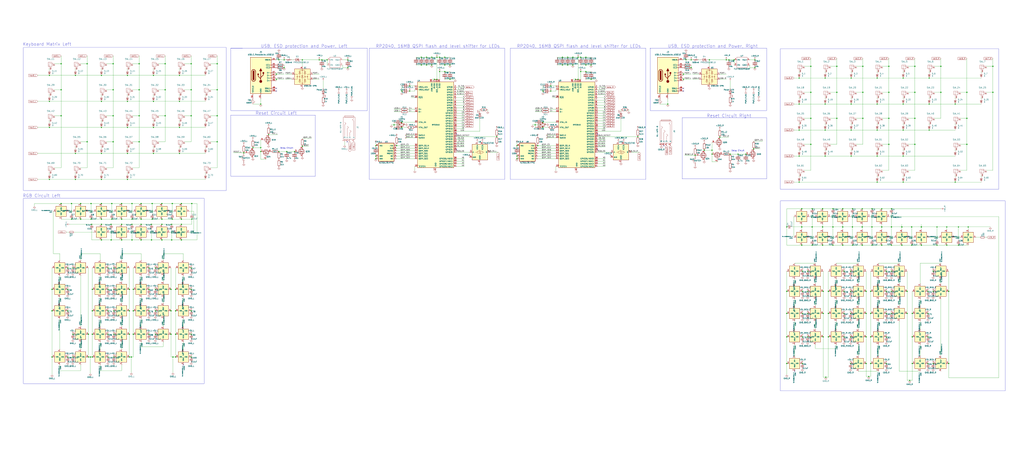
<source format=kicad_sch>
(kicad_sch (version 20250114) (generator "eeschema") (generator_version "9.0")
  (paper "User" 1000 450.012)
  (title_block (title "recess") (rev "0.1a") (company "onigaku"))
  (rectangle (start 22.86 46.355) (end 220.98 186.055))
  (rectangle (start 762 196.215) (end 981.71 381.635))
  (rectangle (start 762 47.625) (end 975.36 184.785))
  (rectangle (start 22.86 193.675) (end 199.39 374.65))
  (text "Keyboard Matrix Left" (at 22.225 45.085 0) (effects (font (size 3 3)) (justify left bottom)))
  (text "RGB Circuit Left" (at 22.225 193.04 0) (effects (font (size 3 3)) (justify left bottom)))
  (text "Reset Circuit Left" (at 249.555 112.395 0) (effects (font (size 3 3)) (justify left bottom)))
  (text "RP2040, 16MB QSPI flash and level shifter for LEDs" (at 367.03 46.99 0) (effects (font (size 3 3)) (justify left bottom)))
  (text "USB, ESD protection and Power, Left" (at 254.635 46.99 0) (effects (font (size 3 3)) (justify left bottom)))
  (text "RP2040, 16MB QSPI flash and level shifter for LEDs" (at 504.825 46.99 0) (effects (font (size 3 3)) (justify left bottom)))
  (text "Delay Circuit" (at 273.685 145.415 0) (effects (font (size 1.27 1.27)) (justify left bottom)))
  (text "Delay Circuit" (at 714.375 147.955 0) (effects (font (size 1.27 1.27)) (justify left bottom)))
  (text "USB, ESD protection and Power, Right" (at 652.145 46.99 0) (effects (font (size 3 3)) (justify left bottom)))
  (text "Reset Circuit Right" (at 690.245 114.935 0) (effects (font (size 3 3)) (justify left bottom)))
  (junction (at 554.355 63.5))
  (junction (at 687.705 146.685))
  (junction (at 168.275 198.755) (diameter 1.016))
  (junction (at 851.535 203.835))
  (junction (at 269.875 72.39))
  (junction (at 168.275 213.995))
  (junction (at 830.58 264.795))
  (junction (at 944.245 90.17) (diameter 1.016))
  (junction (at 831.215 152.4))
  (junction (at 831.215 76.2))
  (junction (at 128.905 213.995))
  (junction (at 99.06 124.46))
  (junction (at 803.91 306.07) (diameter 1.016))
  (junction (at 870.585 264.795))
  (junction (at 89.535 219.075))
  (junction (at 702.945 133.985))
  (junction (at 530.225 124.46))
  (junction (at 280.035 147.955))
  (junction (at 99.06 175.26))
  (junction (at 161.29 113.03) (diameter 1.016))
  (junction (at 392.43 124.46))
  (junction (at 262.255 131.445))
  (junction (at 135.89 87.63) (diameter 1.016))
  (junction (at 66.04 282.575))
  (junction (at 845.82 328.93) (diameter 1.016))
  (junction (at 890.905 354.965) (diameter 1.016))
  (junction (at 71.12 261.62))
  (junction (at 108.585 219.075))
  (junction (at 149.86 99.06))
  (junction (at 822.96 203.835) (diameter 1.016))
  (junction (at 824.23 284.48))
  (junction (at 392.43 119.38))
  (junction (at 831.215 101.6))
  (junction (at 865.505 284.48))
  (junction (at 128.905 219.075))
  (junction (at 851.535 221.615) (diameter 1.016))
  (junction (at 167.005 326.39) (diameter 1.016))
  (junction (at 186.69 62.23) (diameter 1.016))
  (junction (at 99.06 213.995) (diameter 1.016))
  (junction (at 652.145 101.6))
  (junction (at 126.365 282.575) (diameter 1.016))
  (junction (at 85.09 138.43) (diameter 1.016))
  (junction (at 678.815 151.765))
  (junction (at 171.45 326.39) (diameter 1.016))
  (junction (at 788.67 306.07))
  (junction (at 149.86 73.66))
  (junction (at 926.465 354.965) (diameter 1.016))
  (junction (at 111.125 282.575))
  (junction (at 567.055 55.88))
  (junction (at 110.49 87.63) (diameter 1.016))
  (junction (at 890.905 328.93) (diameter 1.016))
  (junction (at 537.845 83.82))
  (junction (at 924.56 239.395))
  (junction (at 416.56 55.88))
  (junction (at 247.015 144.145))
  (junction (at 130.175 303.53) (diameter 1.016))
  (junction (at 339.725 58.42))
  (junction (at 105.41 348.615))
  (junction (at 822.96 221.615) (diameter 1.016))
  (junction (at 870.585 203.835))
  (junction (at 186.69 261.62))
  (junction (at 69.85 198.755) (diameter 1.016))
  (junction (at 254.635 101.6))
  (junction (at 145.415 261.62))
  (junction (at 177.165 213.995) (diameter 1.016))
  (junction (at 675.005 66.04))
  (junction (at 893.445 64.77) (diameter 1.016))
  (junction (at 882.015 152.4))
  (junction (at 824.23 264.795))
  (junction (at 830.58 328.93))
  (junction (at 564.515 55.88))
  (junction (at 86.36 326.39) (diameter 1.016))
  (junction (at 212.09 62.23) (diameter 1.016))
  (junction (at 695.325 150.495))
  (junction (at 709.295 58.42))
  (junction (at 830.58 306.07))
  (junction (at 856.615 101.6))
  (junction (at 99.06 149.86))
  (junction (at 868.045 90.17) (diameter 1.016))
  (junction (at 848.36 367.665))
  (junction (at 935.99 221.615))
  (junction (at 870.585 284.48))
  (junction (at 126.365 326.39) (diameter 1.016))
  (junction (at 124.46 73.66))
  (junction (at 429.26 55.88))
  (junction (at 915.035 221.615))
  (junction (at 803.275 203.835) (diameter 1.016))
  (junction (at 110.49 138.43) (diameter 1.016))
  (junction (at 105.41 282.575))
  (junction (at 238.125 149.225))
  (junction (at 59.69 62.23) (diameter 1.016))
  (junction (at 108.585 234.315) (diameter 1.016))
  (junction (at 888.365 371.475))
  (junction (at 71.12 326.39))
  (junction (at 59.69 87.63) (diameter 1.016))
  (junction (at 177.165 234.315) (diameter 1.016))
  (junction (at 865.505 354.965))
  (junction (at 675.005 58.42))
  (junction (at 124.46 175.26))
  (junction (at 128.905 234.315) (diameter 1.016))
  (junction (at 367.03 152.4))
  (junction (at 728.345 150.495))
  (junction (at 145.415 326.39))
  (junction (at 830.58 354.965))
  (junction (at 48.26 124.46))
  (junction (at 868.045 140.97) (diameter 1.016))
  (junction (at 768.35 328.93) (diameter 1.016))
  (junction (at 856.615 177.8))
  (junction (at 803.275 239.395) (diameter 1.016))
  (junction (at 439.42 77.47))
  (junction (at 111.125 261.62))
  (junction (at 791.845 64.77) (diameter 1.016))
  (junction (at 118.745 213.995) (diameter 1.016))
  (junction (at 768.35 284.48) (diameter 1.016))
  (junction (at 66.04 348.615))
  (junction (at 530.225 119.38))
  (junction (at 175.26 73.66))
  (junction (at 167.005 282.575) (diameter 1.016))
  (junction (at 424.18 77.47))
  (junction (at 212.09 113.03) (diameter 1.016))
  (junction (at 128.905 198.755) (diameter 1.016))
  (junction (at 572.135 63.5))
  (junction (at 782.955 221.615) (diameter 1.016))
  (junction (at 90.17 303.53) (diameter 1.016))
  (junction (at 319.405 58.42))
  (junction (at 783.59 328.93))
  (junction (at 817.245 64.77) (diameter 1.016))
  (junction (at 842.01 239.395) (diameter 1.016))
  (junction (at 111.125 303.53))
  (junction (at 882.015 127))
  (junction (at 50.8 348.615) (diameter 1.016))
  (junction (at 171.45 348.615) (diameter 1.016))
  (junction (at 367.03 154.94))
  (junction (at 254.635 147.955))
  (junction (at 907.415 127))
  (junction (at 78.74 213.995) (diameter 1.016))
  (junction (at 525.145 142.24))
  (junction (at 161.29 87.63) (diameter 1.016))
  (junction (at 783.59 284.48))
  (junction (at 890.27 239.395))
  (junction (at 805.815 152.4))
  (junction (at 832.485 239.395))
  (junction (at 504.825 142.24))
  (junction (at 73.66 73.66))
  (junction (at 186.69 348.615))
  (junction (at 893.445 90.17) (diameter 1.016))
  (junction (at 737.235 58.42))
  (junction (at 720.725 150.495))
  (junction (at 105.41 326.39))
  (junction (at 899.795 239.395) (diameter 1.016))
  (junction (at 893.445 140.97) (diameter 1.016))
  (junction (at 90.17 348.615) (diameter 1.016))
  (junction (at 850.265 354.965) (diameter 1.016))
  (junction (at 793.115 203.835))
  (junction (at 86.36 348.615) (diameter 1.016))
  (junction (at 788.67 284.48))
  (junction (at 890.27 221.615) (diameter 1.016))
  (junction (at 147.955 234.315) (diameter 1.016))
  (junction (at 434.34 69.85))
  (junction (at 429.26 69.85))
  (junction (at 882.015 76.2))
  (junction (at 186.69 87.63) (diameter 1.016))
  (junction (at 158.115 198.755) (diameter 1.016))
  (junction (at 851.535 239.395))
  (junction (at 783.59 306.07))
  (junction (at 99.06 73.66))
  (junction (at 768.35 306.07) (diameter 1.016))
  (junction (at 911.225 284.48))
  (junction (at 935.99 239.395))
  (junction (at 832.485 221.615) (diameter 1.016))
  (junction (at 272.415 147.955))
  (junction (at 367.03 142.24))
  (junction (at 109.22 213.995))
  (junction (at 158.115 213.995) (diameter 1.016))
  (junction (at 99.06 219.075) (diameter 1.016))
  (junction (at 504.825 152.4))
  (junction (at 783.59 354.965))
  (junction (at 944.245 115.57) (diameter 1.016))
  (junction (at 918.845 64.77) (diameter 1.016))
  (junction (at 926.465 284.48) (diameter 1.016))
  (junction (at 90.17 326.39) (diameter 1.016))
  (junction (at 99.06 99.06))
  (junction (at 69.85 213.995))
  (junction (at 850.265 306.07) (diameter 1.016))
  (junction (at 314.325 58.42))
  (junction (at 870.585 239.395))
  (junction (at 269.875 77.47))
  (junction (at 277.495 66.04))
  (junction (at 50.8 282.575) (diameter 1.016))
  (junction (at 530.225 88.9))
  (junction (at 932.815 177.8))
  (junction (at 911.225 264.795))
  (junction (at 817.245 90.17) (diameter 1.016))
  (junction (at 945.515 221.615))
  (junction (at 907.415 101.6))
  (junction (at 118.745 198.755) (diameter 1.016))
  (junction (at 416.56 63.5))
  (junction (at 426.72 77.47))
  (junction (at 577.215 77.47))
  (junction (at 572.135 69.85))
  (junction (at 126.365 303.53) (diameter 1.016))
  (junction (at 559.435 63.5))
  (junction (at 88.9 198.755) (diameter 1.016))
  (junction (at 272.415 58.42))
  (junction (at 549.275 63.5))
  (junction (at 171.45 303.53) (diameter 1.016))
  (junction (at 944.245 140.97) (diameter 1.016))
  (junction (at 564.515 77.47))
  (junction (at 572.135 55.88))
  (junction (at 780.415 101.6))
  (junction (at 71.12 348.615))
  (junction (at 384.81 121.92))
  (junction (at 158.115 234.315) (diameter 1.016))
  (junction (at 856.615 127))
  (junction (at 793.115 239.395))
  (junction (at 788.67 264.795))
  (junction (at 50.8 303.53) (diameter 1.016))
  (junction (at 831.215 127))
  (junction (at 832.485 203.835))
  (junction (at 842.01 221.615) (diameter 1.016))
  (junction (at 824.23 306.07))
  (junction (at 111.125 326.39))
  (junction (at 868.045 115.57) (diameter 1.016))
  (junction (at 861.06 221.615) (diameter 1.016))
  (junction (at 882.015 177.8))
  (junction (at 339.725 66.04))
  (junction (at 918.845 90.17) (diameter 1.016))
  (junction (at 48.26 73.66))
  (junction (at 421.64 55.88))
  (junction (at 88.265 348.615) (diameter 1.016))
  (junction (at 175.26 124.46))
  (junction (at 842.01 203.835))
  (junction (at 842.645 115.57) (diameter 1.016))
  (junction (at 768.35 221.615))
  (junction (at 813.435 203.835))
  (junction (at 105.41 303.53))
  (junction (at 695.325 146.685))
  (junction (at 780.415 76.2))
  (junction (at 537.845 88.9))
  (junction (at 137.795 219.075) (diameter 1.016))
  (junction (at 865.505 264.795))
  (junction (at 124.46 99.06))
  (junction (at 885.825 284.48) (diameter 1.016))
  (junction (at 735.965 145.415))
  (junction (at 73.66 175.26))
  (junction (at 880.745 239.395) (diameter 1.016))
  (junction (at 667.385 72.39))
  (junction (at 880.745 221.615) (diameter 1.016))
  (junction (at 168.91 348.615) (diameter 1.016))
  (junction (at 907.415 76.2))
  (junction (at 780.415 127))
  (junction (at 783.59 264.795))
  (junction (at 147.955 219.075))
  (junction (at 906.145 354.965))
  (junction (at 868.045 64.77) (diameter 1.016))
  (junction (at 805.815 127))
  (junction (at 911.225 354.965))
  (junction (at 865.505 328.93))
  (junction (at 850.265 328.93) (diameter 1.016))
  (junction (at 421.64 63.5))
  (junction (at 861.06 239.395) (diameter 1.016))
  (junction (at 59.69 198.755) (diameter 1.016))
  (junction (at 485.14 133.35))
  (junction (at 149.86 149.86))
  (junction (at 885.825 306.07) (diameter 1.016))
  (junction (at 175.26 149.86))
  (junction (at 870.585 221.615) (diameter 1.016))
  (junction (at 808.99 328.93) (diameter 1.016))
  (junction (at 130.175 326.39) (diameter 1.016))
  (junction (at 803.91 284.48) (diameter 1.016))
  (junction (at 137.795 234.315) (diameter 1.016))
  (junction (at 126.365 348.615) (diameter 1.016))
  (junction (at 151.765 303.53))
  (junction (at 434.34 55.88))
  (junction (at 109.22 198.755) (diameter 1.016))
  (junction (at 148.59 198.755) (diameter 1.016))
  (junction (at 110.49 113.03) (diameter 1.016))
  (junction (at 78.74 198.755) (diameter 1.016))
  (junction (at 791.845 90.17) (diameter 1.016))
  (junction (at 59.69 113.03) (diameter 1.016))
  (junction (at 434.34 63.5))
  (junction (at 186.69 303.53))
  (junction (at 124.46 124.46))
  (junction (at 782.955 203.835) (diameter 1.016))
  (junction (at 137.795 198.755) (diameter 1.016))
  (junction (at 803.91 328.93) (diameter 1.016))
  (junction (at 850.265 284.48) (diameter 1.016))
  (junction (at 186.69 113.03) (diameter 1.016))
  (junction (at 151.765 282.575))
  (junction (at 791.845 115.57) (diameter 1.016))
  (junction (at 400.05 88.9))
  (junction (at 893.445 115.57) (diameter 1.016))
  (junction (at 295.275 142.875))
  (junction (at 932.815 101.6))
  (junction (at 522.605 121.92))
  (junction (at 899.795 221.615) (diameter 1.016))
  (junction (at 186.69 326.39))
  (junction (at 559.435 55.88))
  (junction (at 88.9 213.995))
  (junction (at 99.06 198.755) (diameter 1.016))
  (junction (at 167.005 303.53) (diameter 1.016))
  (junction (at 48.26 99.06))
  (junction (at 845.82 306.07) (diameter 1.016))
  (junction (at 969.645 64.77) (diameter 1.016))
  (junction (at 711.835 58.42))
  (junction (at 845.82 284.48) (diameter 1.016))
  (junction (at 187.325 198.755) (diameter 1.016))
  (junction (at 622.935 133.35))
  (junction (at 135.89 62.23) (diameter 1.016))
  (junction (at 277.495 58.42))
  (junction (at 924.56 221.615))
  (junction (at 439.42 63.5))
  (junction (at 713.105 150.495))
  (junction (at 254.635 144.145))
  (junction (at 845.82 354.965) (diameter 1.016))
  (junction (at 177.165 198.755) (diameter 1.016))
  (junction (at 692.785 58.42))
  (junction (at 856.615 152.4))
  (junction (at 111.125 348.615))
  (junction (at 387.35 142.24))
  (junction (at 817.245 115.57) (diameter 1.016))
  (junction (at 145.415 303.53))
  (junction (at 99.06 234.315) (diameter 1.016))
  (junction (at 737.235 66.04))
  (junction (at 890.905 306.07) (diameter 1.016))
  (junction (at 906.145 284.48))
  (junction (at 295.275 58.42))
  (junction (at 212.09 138.43) (diameter 1.016))
  (junction (at 822.96 239.395) (diameter 1.016))
  (junction (at 716.915 58.42))
  (junction (at 561.975 77.47))
  (junction (at 856.615 76.2))
  (junction (at 135.89 138.43) (diameter 1.016))
  (junction (at 411.48 63.5))
  (junction (at 400.05 83.82))
  (junction (at 167.64 219.075))
  (junction (at 158.115 219.075) (diameter 1.016))
  (junction (at 842.645 64.77) (diameter 1.016))
  (junction (at 577.215 63.5))
  (junction (at 411.48 55.88))
  (junction (at 175.26 99.06))
  (junction (at 865.505 306.07))
  (junction (at 426.72 55.88))
  (junction (at 549.275 55.88))
  (junction (at 212.09 87.63) (diameter 1.016))
  (junction (at 124.46 149.86))
  (junction (at 842.645 90.17) (diameter 1.016))
  (junction (at 167.64 234.315) (diameter 1.016))
  (junction (at 906.145 328.93))
  (junction (at 793.115 221.615) (diameter 1.016))
  (junction (at 118.745 234.315) (diameter 1.016))
  (junction (at 882.015 101.6))
  (junction (at 148.59 213.995))
  (junction (at 813.435 221.615) (diameter 1.016))
  (junction (at 149.86 124.46))
  (junction (at 830.58 284.48))
  (junction (at 66.04 303.53))
  (junction (at 780.415 177.8))
  (junction (at 824.23 328.93))
  (junction (at 669.925 58.42))
  (junction (at 554.355 55.88))
  (junction (at 118.745 219.075) (diameter 1.016))
  (junction (at 806.45 368.3))
  (junction (at 861.06 203.835))
  (junction (at 803.275 221.615) (diameter 1.016))
  (junction (at 186.69 282.575))
  (junction (at 145.415 282.575))
  (junction (at 66.04 261.62))
  (junction (at 151.765 261.62))
  (junction (at 504.825 154.94))
  (junction (at 567.055 69.85))
  (junction (at 813.435 239.395))
  (junction (at 128.27 348.615) (diameter 1.016))
  (junction (at 90.17 282.575) (diameter 1.016))
  (junction (at 311.785 58.42))
  (junction (at 137.795 213.995) (diameter 1.016))
  (junction (at 110.49 62.23) (diameter 1.016))
  (junction (at 151.765 326.39))
  (junction (at 667.385 77.47))
  (junction (at 915.035 239.395))
  (junction (at 287.655 147.955))
  (junction (at 392.43 88.9))
  (junction (at 805.815 76.2))
  (junction (at 805.815 101.6))
  (junction (at 171.45 282.575) (diameter 1.016))
  (junction (at 161.29 62.23) (diameter 1.016))
  (junction (at 788.67 328.93))
  (junction (at 105.41 261.62))
  (junction (at 906.145 306.07))
  (junction (at 85.09 62.23) (diameter 1.016))
  (junction (at 808.99 306.07) (diameter 1.016))
  (junction (at 808.99 284.48) (diameter 1.016))
  (junction (at 48.26 175.26))
  (junction (at 780.415 152.4))
  (junction (at 969.645 90.17) (diameter 1.016))
  (junction (at 870.585 306.07))
  (junction (at 135.89 113.03) (diameter 1.016))
  (junction (at 130.175 282.575) (diameter 1.016))
  (junction (at 768.35 354.965) (diameter 1.016))
  (junction (at 791.845 140.97) (diameter 1.016))
  (junction (at 782.955 239.395) (diameter 1.016))
  (junction (at 177.165 219.075) (diameter 1.016))
  (junction (at 187.325 213.995))
  (junction (at 73.66 149.86))
  (no_connect (at 648.335 142.24))
  (no_connect (at 339.09 138.43))
  (no_connect (at 775.97 362.585))
  (no_connect (at 583.565 130.81))
  (no_connect (at 445.77 130.81))
  (no_connect (at 583.565 146.05))
  (no_connect (at 179.07 356.235))
  (no_connect (at 667.385 86.36))
  (no_connect (at 667.385 88.9))
  (no_connect (at 445.77 146.05))
  (no_connect (at 269.875 86.36))
  (no_connect (at 269.875 88.9))
  (wire (pts (xy 405.13 88.9) (xy 405.13 87.63)))
  (wire (pts (xy 667.385 76.2) (xy 667.385 77.47)))
  (wire (pts (xy 108.585 224.155) (xy 108.585 234.315)))
  (wire (pts (xy 926.465 284.48) (xy 926.465 354.965)))
  (wire (pts (xy 187.325 213.995) (xy 177.165 213.995)))
  (wire (pts (xy 130.175 326.39) (xy 130.175 303.53)))
  (wire (pts (xy 583.565 115.57) (xy 591.185 115.57)))
  (wire (pts (xy 36.83 124.46) (xy 48.26 124.46)))
  (wire (pts (xy 530.225 90.17) (xy 530.225 88.9)))
  (wire (pts (xy 848.36 367.665) (xy 850.265 367.665)))
  (wire (pts (xy 822.96 203.835) (xy 832.485 203.835)))
  (wire (pts (xy 899.795 239.395) (xy 915.035 239.395)))
  (wire (pts (xy 907.415 231.775) (xy 916.94 231.775)))
  (wire (pts (xy 200.66 168.91) (xy 200.66 170.18)))
  (wire (pts (xy 953.135 231.775) (xy 956.945 231.775)))
  (wire (pts (xy 836.295 64.77) (xy 842.645 64.77)))
  (wire (pts (xy 880.745 221.615) (xy 880.745 224.155)))
  (wire (pts (xy 128.905 219.075) (xy 137.795 219.075)))
  (wire (pts (xy 861.695 64.77) (xy 868.045 64.77)))
  (wire (pts (xy 808.99 284.48) (xy 808.99 306.07)))
  (wire (pts (xy 384.81 121.92) (xy 384.81 119.38)))
  (wire (pts (xy 36.83 73.66) (xy 48.26 73.66)))
  (wire (pts (xy 583.565 148.59) (xy 596.265 148.59)))
  (wire (pts (xy 842.01 221.615) (xy 851.535 221.615)))
  (wire (pts (xy 159.385 247.65) (xy 179.07 247.65)))
  (polyline (pts (xy 635 46.99) (xy 635 47.625)))
  (wire (pts (xy 842.645 57.15) (xy 842.645 64.77)))
  (wire (pts (xy 932.815 171.45) (xy 932.815 172.72)))
  (wire (pts (xy 810.895 211.455) (xy 815.34 211.455)))
  (wire (pts (xy 468.63 116.205) (xy 468.63 128.27)))
  (wire (pts (xy 88.9 198.755) (xy 99.06 198.755)))
  (wire (pts (xy 280.035 147.955) (xy 287.655 147.955)))
  (wire (pts (xy 549.275 63.5) (xy 554.355 63.5)))
  (wire (pts (xy 525.145 142.24) (xy 542.925 142.24)))
  (wire (pts (xy 768.35 306.07) (xy 768.35 284.48)))
  (wire (pts (xy 583.565 90.17) (xy 591.185 90.17)))
  (wire (pts (xy 803.275 219.075) (xy 803.275 221.615)))
  (wire (pts (xy 644.525 101.6) (xy 652.145 101.6)))
  (wire (pts (xy 542.925 85.09) (xy 542.925 83.82)))
  (wire (pts (xy 205.74 87.63) (xy 212.09 87.63)))
  (wire (pts (xy 805.815 101.6) (xy 831.215 101.6)))
  (wire (pts (xy 118.745 213.995) (xy 128.905 213.995)))
  (wire (pts (xy 890.905 306.07) (xy 890.905 284.48)))
  (wire (pts (xy 893.445 140.97) (xy 893.445 115.57)))
  (wire (pts (xy 944.245 140.97) (xy 944.245 115.57)))
  (polyline (pts (xy 748.665 107.95) (xy 635 107.95)))
  (wire (pts (xy 856.615 152.4) (xy 882.015 152.4)))
  (wire (pts (xy 868.045 115.57) (xy 868.045 90.17)))
  (wire (pts (xy 932.815 101.6) (xy 958.215 101.6)))
  (wire (pts (xy 583.565 97.79) (xy 591.185 97.79)))
  (wire (pts (xy 713.105 150.495) (xy 720.725 150.495)))
  (wire (pts (xy 128.905 213.995) (xy 137.795 213.995)))
  (wire (pts (xy 583.565 92.71) (xy 591.185 92.71)))
  (wire (pts (xy 387.35 140.97) (xy 387.35 142.24)))
  (wire (pts (xy 59.69 163.83) (xy 59.69 113.03)))
  (polyline (pts (xy 225.425 107.95) (xy 225.425 46.99)))
  (wire (pts (xy 137.795 274.955) (xy 137.795 269.24)))
  (wire (pts (xy 782.955 221.615) (xy 793.115 221.615)))
  (wire (pts (xy 583.565 143.51) (xy 591.185 143.51)))
  (wire (pts (xy 254.635 144.145) (xy 254.635 147.955)))
  (wire (pts (xy 168.91 363.855) (xy 168.91 348.615)))
  (wire (pts (xy 175.26 67.31) (xy 175.26 68.58)))
  (wire (pts (xy 175.26 143.51) (xy 175.26 144.78)))
  (wire (pts (xy 118.745 234.315) (xy 128.905 234.315)))
  (polyline (pts (xy 748.665 174.625) (xy 666.115 174.625)))
  (wire (pts (xy 254.635 147.955) (xy 254.635 155.575)))
  (wire (pts (xy 845.82 328.93) (xy 845.82 306.07)))
  (wire (pts (xy 180.34 113.03) (xy 186.69 113.03)))
  (wire (pts (xy 239.395 149.225) (xy 238.125 149.225)))
  (wire (pts (xy 583.565 160.02) (xy 591.185 160.02)))
  (wire (pts (xy 429.26 77.47) (xy 429.26 69.85)))
  (wire (pts (xy 387.35 152.4) (xy 405.13 152.4)))
  (wire (pts (xy 124.46 168.91) (xy 124.46 170.18)))
  (wire (pts (xy 269.875 71.12) (xy 269.875 72.39)))
  (wire (pts (xy 504.825 152.4) (xy 504.825 154.94)))
  (wire (pts (xy 169.545 226.695) (xy 165.735 226.695)))
  (wire (pts (xy 88.9 208.915) (xy 88.9 198.755)))
  (wire (pts (xy 887.095 166.37) (xy 893.445 166.37)))
  (wire (pts (xy 915.035 239.395) (xy 924.56 239.395)))
  (wire (pts (xy 186.69 138.43) (xy 186.69 113.03)))
  (wire (pts (xy 898.525 257.175) (xy 918.845 257.175)))
  (wire (pts (xy 583.565 135.89) (xy 591.185 135.89)))
  (wire (pts (xy 775.97 276.86) (xy 775.97 272.415)))
  (wire (pts (xy 168.275 198.755) (xy 177.165 198.755)))
  (wire (pts (xy 817.245 140.97) (xy 817.245 115.57)))
  (wire (pts (xy 50.8 303.53) (xy 50.8 348.615)))
  (wire (pts (xy 583.565 118.11) (xy 591.185 118.11)))
  (wire (pts (xy 791.845 64.77) (xy 791.845 90.17)))
  (wire (pts (xy 572.135 77.47) (xy 577.215 77.47)))
  (wire (pts (xy 700.405 158.115) (xy 695.325 158.115)))
  (wire (pts (xy 86.36 348.615) (xy 86.36 326.39)))
  (wire (pts (xy 796.29 313.69) (xy 796.29 321.31)))
  (wire (pts (xy 667.385 77.47) (xy 675.005 77.47)))
  (wire (pts (xy 822.96 239.395) (xy 832.485 239.395)))
  (wire (pts (xy 850.265 367.665) (xy 850.265 354.965)))
  (wire (pts (xy 165.735 206.375) (xy 169.545 206.375)))
  (wire (pts (xy 478.79 148.59) (xy 486.41 148.59)))
  (wire (pts (xy 912.495 90.17) (xy 918.845 90.17)))
  (wire (pts (xy 606.425 128.27) (xy 583.565 128.27)))
  (wire (pts (xy 882.015 76.2) (xy 907.415 76.2)))
  (wire (pts (xy 890.905 328.93) (xy 890.905 306.07)))
  (wire (pts (xy 405.13 85.09) (xy 405.13 83.82)))
  (wire (pts (xy 796.29 298.45) (xy 796.29 292.1)))
  (wire (pts (xy 926.465 354.965) (xy 926.465 368.935)))
  (wire (pts (xy 269.875 72.39) (xy 269.875 73.66)))
  (wire (pts (xy 832.485 221.615) (xy 842.01 221.615)))
  (wire (pts (xy 104.14 138.43) (xy 110.49 138.43)))
  (wire (pts (xy 212.09 163.83) (xy 212.09 138.43)))
  (wire (pts (xy 137.795 338.455) (xy 159.385 338.455)))
  (wire (pts (xy 259.715 155.575) (xy 254.635 155.575)))
  (wire (pts (xy 180.34 138.43) (xy 186.69 138.43)))
  (wire (pts (xy 149.86 99.06) (xy 175.26 99.06)))
  (wire (pts (xy 205.74 113.03) (xy 212.09 113.03)))
  (wire (pts (xy 179.07 295.91) (xy 179.07 290.195)))
  (wire (pts (xy 561.975 77.47) (xy 564.515 77.47)))
  (wire (pts (xy 130.175 326.39) (xy 130.175 348.615)))
  (wire (pts (xy 73.66 175.26) (xy 99.06 175.26)))
  (wire (pts (xy 861.695 90.17) (xy 868.045 90.17)))
  (wire (pts (xy 167.005 326.39) (xy 167.005 348.615)))
  (wire (pts (xy 782.955 239.395) (xy 793.115 239.395)))
  (wire (pts (xy 932.18 231.775) (xy 937.895 231.775)))
  (wire (pts (xy 212.09 138.43) (xy 212.09 113.03)))
  (wire (pts (xy 803.91 284.48) (xy 803.91 264.795)))
  (wire (pts (xy 969.645 64.77) (xy 969.645 90.17)))
  (wire (pts (xy 849.63 231.775) (xy 853.44 231.775)))
  (wire (pts (xy 885.825 284.48) (xy 885.825 306.07)))
  (wire (pts (xy 528.955 106.68) (xy 522.605 106.68)))
  (wire (pts (xy 445.77 100.33) (xy 453.39 100.33)))
  (wire (pts (xy 969.645 166.37) (xy 969.645 90.17)))
  (wire (pts (xy 525.145 149.86) (xy 542.925 149.86)))
  (wire (pts (xy 842.645 115.57) (xy 842.645 90.17)))
  (wire (pts (xy 186.69 62.23) (xy 186.69 87.63)))
  (wire (pts (xy 692.785 58.42) (xy 709.295 58.42)))
  (wire (pts (xy 899.795 221.615) (xy 899.795 219.075)))
  (wire (pts (xy 793.115 203.835) (xy 803.275 203.835)))
  (wire (pts (xy 567.055 55.88) (xy 572.135 55.88)))
  (wire (pts (xy 882.015 69.85) (xy 882.015 71.12)))
  (wire (pts (xy 932.815 120.65) (xy 932.815 121.92)))
  (wire (pts (xy 434.34 55.88) (xy 439.42 55.88)))
  (wire (pts (xy 669.925 58.42) (xy 675.005 58.42)))
  (wire (pts (xy 813.435 239.395) (xy 822.96 239.395)))
  (wire (pts (xy 99.06 67.31) (xy 99.06 68.58)))
  (wire (pts (xy 398.78 106.68) (xy 405.13 106.68)))
  (wire (pts (xy 791.845 140.97) (xy 791.845 166.37)))
  (wire (pts (xy 392.43 83.82) (xy 392.43 88.9)))
  (wire (pts (xy 154.94 87.63) (xy 161.29 87.63)))
  (wire (pts (xy 67.31 206.375) (xy 71.12 206.375)))
  (wire (pts (xy 382.27 121.92) (xy 384.81 121.92)))
  (wire (pts (xy 398.78 109.22) (xy 405.13 109.22)))
  (wire (pts (xy 88.265 348.615) (xy 90.17 348.615)))
  (wire (pts (xy 522.605 121.92) (xy 522.605 119.38)))
  (wire (pts (xy 893.445 115.57) (xy 893.445 90.17)))
  (wire (pts (xy 850.265 264.795) (xy 850.265 284.48)))
  (wire (pts (xy 887.095 140.97) (xy 893.445 140.97)))
  (wire (pts (xy 851.535 221.615) (xy 861.06 221.615)))
  (wire (pts (xy 530.225 124.46) (xy 535.305 124.46)))
  (wire (pts (xy 78.74 163.83) (xy 85.09 163.83)))
  (wire (pts (xy 179.07 318.77) (xy 179.07 311.15)))
  (wire (pts (xy 720.725 150.495) (xy 728.345 150.495)))
  (wire (pts (xy 445.77 123.19) (xy 453.39 123.19)))
  (wire (pts (xy 861.06 203.835) (xy 870.585 203.835)))
  (wire (pts (xy 434.34 69.85) (xy 439.42 69.85)))
  (wire (pts (xy 732.155 58.42) (xy 737.235 58.42)))
  (wire (pts (xy 58.42 311.15) (xy 58.42 340.995)))
  (wire (pts (xy 104.14 163.83) (xy 110.49 163.83)))
  (wire (pts (xy 118.745 290.195) (xy 118.745 295.91)))
  (wire (pts (xy 667.385 71.12) (xy 667.385 72.39)))
  (wire (pts (xy 78.74 247.65) (xy 78.74 254)))
  (wire (pts (xy 247.015 144.145) (xy 254.635 144.145)))
  (wire (pts (xy 445.77 120.65) (xy 453.39 120.65)))
  (wire (pts (xy 406.4 55.88) (xy 411.48 55.88)))
  (wire (pts (xy 97.79 254) (xy 97.79 247.65)))
  (wire (pts (xy 838.2 292.1) (xy 838.2 298.45)))
  (wire (pts (xy 137.795 198.755) (xy 148.59 198.755)))
  (wire (pts (xy 180.34 62.23) (xy 186.69 62.23)))
  (wire (pts (xy 775.335 101.6) (xy 780.415 101.6)))
  (polyline (pts (xy 358.775 46.99) (xy 358.775 107.95)))
  (wire (pts (xy 907.415 76.2) (xy 958.215 76.2)))
  (wire (pts (xy 915.035 221.615) (xy 924.56 221.615)))
  (wire (pts (xy 805.815 95.25) (xy 805.815 96.52)))
  (wire (pts (xy 791.845 57.15) (xy 791.845 64.77)))
  (wire (pts (xy 387.35 142.24) (xy 405.13 142.24)))
  (wire (pts (xy 861.06 221.615) (xy 870.585 221.615)))
  (wire (pts (xy 315.595 78.74) (xy 315.595 86.36)))
  (wire (pts (xy 907.415 95.25) (xy 907.415 96.52)))
  (wire (pts (xy 805.815 69.85) (xy 805.815 71.12)))
  (wire (pts (xy 445.77 110.49) (xy 453.39 110.49)))
  (wire (pts (xy 389.89 121.92) (xy 384.81 121.92)))
  (wire (pts (xy 680.085 151.765) (xy 678.815 151.765)))
  (wire (pts (xy 832.485 203.835) (xy 842.01 203.835)))
  (wire (pts (xy 857.885 298.45) (xy 857.885 292.1)))
  (wire (pts (xy 878.205 272.415) (xy 878.205 276.86)))
  (wire (pts (xy 126.365 303.53) (xy 126.365 326.39)))
  (wire (pts (xy 99.06 118.11) (xy 99.06 119.38)))
  (wire (pts (xy 167.64 219.075) (xy 177.165 219.075)))
  (wire (pts (xy 48.26 99.06) (xy 99.06 99.06)))
  (wire (pts (xy 85.09 163.83) (xy 85.09 138.43)))
  (wire (pts (xy 868.68 211.455) (xy 975.36 211.455)))
  (wire (pts (xy 187.325 208.915) (xy 187.325 198.755)))
  (wire (pts (xy 97.79 295.91) (xy 97.79 290.195)))
  (wire (pts (xy 882.015 177.8) (xy 932.815 177.8)))
  (wire (pts (xy 583.565 162.56) (xy 591.185 162.56)))
  (wire (pts (xy 932.815 146.05) (xy 932.815 147.32)))
  (wire (pts (xy 907.415 101.6) (xy 932.815 101.6)))
  (wire (pts (xy 880.745 221.615) (xy 890.27 221.615)))
  (wire (pts (xy 137.795 213.995) (xy 148.59 213.995)))
  (polyline (pts (xy 630.555 46.99) (xy 630.555 175.26)))
  (wire (pts (xy 768.35 239.395) (xy 782.955 239.395)))
  (wire (pts (xy 394.97 121.92) (xy 395.605 121.92)))
  (wire (pts (xy 845.82 306.07) (xy 845.82 284.48)))
  (wire (pts (xy 793.115 208.915) (xy 793.115 221.615)))
  (wire (pts (xy 583.565 157.48) (xy 591.185 157.48)))
  (wire (pts (xy 868.045 166.37) (xy 868.045 140.97)))
  (wire (pts (xy 110.49 62.23) (xy 110.49 87.63)))
  (wire (pts (xy 542.925 83.82) (xy 537.845 83.82)))
  (wire (pts (xy 567.055 77.47) (xy 567.055 69.85)))
  (wire (pts (xy 817.245 57.15) (xy 817.245 64.77)))
  (wire (pts (xy 944.245 166.37) (xy 944.245 140.97)))
  (wire (pts (xy 99.06 168.91) (xy 99.06 170.18)))
  (wire (pts (xy 416.56 55.88) (xy 421.64 55.88)))
  (wire (pts (xy 870.585 221.615) (xy 880.745 221.615)))
  (wire (pts (xy 822.96 221.615) (xy 822.96 224.155)))
  (wire (pts (xy 90.17 303.53) (xy 90.17 282.575)))
  (wire (pts (xy 732.155 66.04) (xy 737.235 66.04)))
  (wire (pts (xy 445.77 95.25) (xy 453.39 95.25)))
  (wire (pts (xy 527.685 121.92) (xy 522.605 121.92)))
  (wire (pts (xy 468.63 107.315) (xy 468.63 108.585)))
  (wire (pts (xy 434.34 77.47) (xy 439.42 77.47)))
  (wire (pts (xy 161.29 54.61) (xy 161.29 62.23)))
  (wire (pts (xy 963.295 64.77) (xy 969.645 64.77)))
  (wire (pts (xy 775.335 127) (xy 780.415 127)))
  (wire (pts (xy 813.435 208.915) (xy 813.435 221.615)))
  (wire (pts (xy 148.59 213.995) (xy 158.115 213.995)))
  (wire (pts (xy 583.565 123.19) (xy 591.185 123.19)))
  (wire (pts (xy 78.74 361.95) (xy 78.74 356.235)))
  (wire (pts (xy 803.91 368.3) (xy 806.45 368.3)))
  (wire (pts (xy 775.335 231.775) (xy 775.335 211.455)))
  (wire (pts (xy 445.77 97.79) (xy 453.39 97.79)))
  (wire (pts (xy 295.275 64.77) (xy 295.275 58.42)))
  (wire (pts (xy 695.325 146.685) (xy 695.325 150.495)))
  (wire (pts (xy 549.275 55.88) (xy 554.355 55.88)))
  (wire (pts (xy 803.275 224.155) (xy 803.275 221.615)))
  (wire (pts (xy 817.245 115.57) (xy 817.245 90.17)))
  (wire (pts (xy 69.85 208.915) (xy 69.85 198.755)))
  (wire (pts (xy 583.565 113.03) (xy 591.185 113.03)))
  (wire (pts (xy 838.2 313.69) (xy 838.2 321.31)))
  (wire (pts (xy 583.565 138.43) (xy 591.185 138.43)))
  (wire (pts (xy 135.89 54.61) (xy 135.89 62.23)))
  (wire (pts (xy 109.22 213.995) (xy 118.745 213.995)))
  (polyline (pts (xy 360.68 175.26) (xy 360.68 46.99)))
  (wire (pts (xy 868.045 64.77) (xy 868.045 90.17)))
  (wire (pts (xy 396.24 132.08) (xy 405.13 132.08)))
  (wire (pts (xy 36.83 99.06) (xy 48.26 99.06)))
  (wire (pts (xy 445.77 90.17) (xy 453.39 90.17)))
  (wire (pts (xy 392.43 119.38) (xy 405.13 119.38)))
  (polyline (pts (xy 666.115 114.935) (xy 748.665 114.935)))
  (wire (pts (xy 421.64 77.47) (xy 424.18 77.47)))
  (wire (pts (xy 168.275 213.995) (xy 177.165 213.995)))
  (wire (pts (xy 149.86 143.51) (xy 149.86 144.78)))
  (wire (pts (xy 606.425 116.205) (xy 606.425 128.27)))
  (wire (pts (xy 567.055 69.85) (xy 572.135 69.85)))
  (wire (pts (xy 544.195 63.5) (xy 549.275 63.5)))
  (wire (pts (xy 367.03 142.24) (xy 367.03 143.51)))
  (wire (pts (xy 73.66 168.91) (xy 73.66 170.18)))
  (wire (pts (xy 400.05 88.9) (xy 405.13 88.9)))
  (wire (pts (xy 559.435 77.47) (xy 561.975 77.47)))
  (wire (pts (xy 90.17 282.575) (xy 90.17 261.62)))
  (wire (pts (xy 536.575 109.22) (xy 542.925 109.22)))
  (wire (pts (xy 445.77 148.59) (xy 458.47 148.59)))
  (wire (pts (xy 167.64 234.315) (xy 177.165 234.315)))
  (wire (pts (xy 212.09 62.23) (xy 212.09 87.63)))
  (wire (pts (xy 104.14 87.63) (xy 110.49 87.63)))
  (wire (pts (xy 813.435 221.615) (xy 822.96 221.615)))
  (wire (pts (xy 845.82 354.965) (xy 845.82 328.93)))
  (wire (pts (xy 775.97 257.175) (xy 796.29 257.175)))
  (wire (pts (xy 803.275 239.395) (xy 813.435 239.395)))
  (wire (pts (xy 48.26 92.71) (xy 48.26 93.98)))
  (wire (pts (xy 124.46 67.31) (xy 124.46 68.58)))
  (polyline (pts (xy 498.475 175.26) (xy 498.475 46.99)))
  (wire (pts (xy 262.255 131.445) (xy 271.145 131.445)))
  (wire (pts (xy 158.115 234.315) (xy 167.64 234.315)))
  (wire (pts (xy 439.42 77.47) (xy 444.5 77.47)))
  (wire (pts (xy 78.74 62.23) (xy 85.09 62.23)))
  (wire (pts (xy 532.765 121.92) (xy 533.4 121.92)))
  (wire (pts (xy 882.015 171.45) (xy 882.015 172.72)))
  (wire (pts (xy 205.74 138.43) (xy 212.09 138.43)))
  (wire (pts (xy 387.35 147.32) (xy 405.13 147.32)))
  (wire (pts (xy 179.07 274.955) (xy 179.07 269.24)))
  (wire (pts (xy 278.765 72.39) (xy 285.115 72.39)))
  (wire (pts (xy 564.515 55.88) (xy 567.055 55.88)))
  (wire (pts (xy 58.42 356.235) (xy 58.42 361.95)))
  (wire (pts (xy 126.365 326.39) (xy 126.365 348.615)))
  (wire (pts (xy 817.245 64.77) (xy 817.245 90.17)))
  (wire (pts (xy 58.42 247.65) (xy 58.42 254)))
  (wire (pts (xy 898.525 321.31) (xy 898.525 313.69)))
  (wire (pts (xy 813.435 234.315) (xy 813.435 221.615)))
  (wire (pts (xy 367.03 151.13) (xy 367.03 152.4)))
  (wire (pts (xy 744.855 137.795) (xy 735.965 137.795)))
  (wire (pts (xy 676.275 72.39) (xy 682.625 72.39)))
  (wire (pts (xy 411.48 55.88) (xy 416.56 55.88)))
  (wire (pts (xy 434.34 63.5) (xy 439.42 63.5)))
  (wire (pts (xy 118.745 318.77) (xy 118.745 311.15)))
  (wire (pts (xy 583.565 87.63) (xy 591.185 87.63)))
  (wire (pts (xy 445.77 154.94) (xy 453.39 154.94)))
  (wire (pts (xy 564.515 55.88) (xy 564.515 77.47)))
  (wire (pts (xy 808.99 306.07) (xy 808.99 328.93)))
  (wire (pts (xy 583.565 95.25) (xy 591.185 95.25)))
  (wire (pts (xy 108.585 219.075) (xy 118.745 219.075)))
  (wire (pts (xy 832.485 208.915) (xy 832.485 221.615)))
  (wire (pts (xy 205.74 62.23) (xy 212.09 62.23)))
  (wire (pts (xy 129.54 87.63) (xy 135.89 87.63)))
  (wire (pts (xy 200.66 143.51) (xy 200.66 144.78)))
  (wire (pts (xy 890.27 239.395) (xy 899.795 239.395)))
  (wire (pts (xy 128.905 224.155) (xy 128.905 234.315)))
  (wire (pts (xy 118.745 361.95) (xy 118.745 356.235)))
  (wire (pts (xy 445.77 157.48) (xy 453.39 157.48)))
  (wire (pts (xy 53.34 163.83) (xy 59.69 163.83)))
  (wire (pts (xy 856.615 76.2) (xy 882.015 76.2)))
  (wire (pts (xy 50.8 282.575) (xy 50.8 303.53)))
  (wire (pts (xy 148.59 208.915) (xy 148.59 198.755)))
  (wire (pts (xy 795.655 231.775) (xy 790.575 231.775)))
  (wire (pts (xy 522.605 121.92) (xy 522.605 124.46)))
  (wire (pts (xy 416.56 63.5) (xy 421.64 63.5)))
  (wire (pts (xy 805.815 127) (xy 831.215 127)))
  (wire (pts (xy 99.06 149.86) (xy 124.46 149.86)))
  (wire (pts (xy 958.215 171.45) (xy 958.215 172.72)))
  (wire (pts (xy 334.645 66.04) (xy 339.725 66.04)))
  (wire (pts (xy 48.26 175.26) (xy 73.66 175.26)))
  (wire (pts (xy 137.795 219.075) (xy 147.955 219.075)))
  (wire (pts (xy 227.965 149.225) (xy 238.125 149.225)))
  (wire (pts (xy 924.56 224.155) (xy 924.56 221.615)))
  (wire (pts (xy 780.415 69.85) (xy 780.415 71.12)))
  (wire (pts (xy 187.325 198.755) (xy 192.405 198.755)))
  (wire (pts (xy 99.06 198.755) (xy 109.22 198.755)))
  (wire (pts (xy 856.615 101.6) (xy 882.015 101.6)))
  (wire (pts (xy 780.415 127) (xy 805.815 127)))
  (wire (pts (xy 822.96 221.615) (xy 822.96 219.075)))
  (wire (pts (xy 583.565 102.87) (xy 591.185 102.87)))
  (wire (pts (xy 918.845 115.57) (xy 918.845 90.17)))
  (wire (pts (xy 868.045 57.15) (xy 868.045 64.77)))
  (wire (pts (xy 272.415 147.955) (xy 280.035 147.955)))
  (wire (pts (xy 606.425 107.315) (xy 606.425 108.585)))
  (wire (pts (xy 842.645 64.77) (xy 842.645 90.17)))
  (wire (pts (xy 785.495 90.17) (xy 791.845 90.17)))
  (wire (pts (xy 88.265 364.49) (xy 88.265 348.615)))
  (wire (pts (xy 893.445 166.37) (xy 893.445 140.97)))
  (wire (pts (xy 118.745 340.995) (xy 118.745 334.01)))
  (wire (pts (xy 790.575 211.455) (xy 795.655 211.455)))
  (wire (pts (xy 154.94 113.03) (xy 161.29 113.03)))
  (wire (pts (xy 868.68 231.775) (xy 873.125 231.775)))
  (wire (pts (xy 48.26 73.66) (xy 73.66 73.66)))
  (wire (pts (xy 775.97 347.345) (xy 775.97 336.55)))
  (wire (pts (xy 277.495 58.42) (xy 279.4 58.42)))
  (wire (pts (xy 445.77 87.63) (xy 453.39 87.63)))
  (wire (pts (xy 50.8 282.575) (xy 50.8 261.62)))
  (wire (pts (xy 713.105 78.74) (xy 713.105 86.36)))
  (wire (pts (xy 775.97 313.69) (xy 775.97 321.31)))
  (wire (pts (xy 149.86 118.11) (xy 149.86 119.38)))
  (wire (pts (xy 135.89 113.03) (xy 135.89 87.63)))
  (wire (pts (xy 810.895 64.77) (xy 817.245 64.77)))
  (wire (pts (xy 780.415 177.8) (xy 856.615 177.8)))
  (wire (pts (xy 668.655 151.765) (xy 678.815 151.765)))
  (wire (pts (xy 932.815 95.25) (xy 932.815 96.52)))
  (wire (pts (xy 861.06 224.155) (xy 861.06 221.615)))
  (wire (pts (xy 124.46 99.06) (xy 149.86 99.06)))
  (wire (pts (xy 691.515 58.42) (xy 692.785 58.42)))
  (wire (pts (xy 768.35 203.835) (xy 782.955 203.835)))
  (polyline (pts (xy 225.425 46.99) (xy 358.775 46.99)))
  (wire (pts (xy 69.85 213.995) (xy 78.74 213.995)))
  (wire (pts (xy 887.095 64.77) (xy 893.445 64.77)))
  (wire (pts (xy 775.97 298.45) (xy 775.97 292.1)))
  (wire (pts (xy 937.895 140.97) (xy 944.245 140.97)))
  (wire (pts (xy 126.365 226.695) (xy 130.175 226.695)))
  (wire (pts (xy 850.265 328.93) (xy 850.265 354.965)))
  (wire (pts (xy 159.385 295.91) (xy 159.385 290.195)))
  (wire (pts (xy 880.745 239.395) (xy 890.27 239.395)))
  (wire (pts (xy 822.96 221.615) (xy 832.485 221.615)))
  (wire (pts (xy 89.535 219.075) (xy 99.06 219.075)))
  (wire (pts (xy 186.69 113.03) (xy 186.69 87.63)))
  (wire (pts (xy 304.165 135.255) (xy 295.275 135.255)))
  (wire (pts (xy 147.955 224.155) (xy 147.955 234.315)))
  (wire (pts (xy 890.905 371.475) (xy 890.905 354.965)))
  (polyline (pts (xy 307.975 172.085) (xy 225.425 172.085)))
  (wire (pts (xy 534.035 134.62) (xy 542.925 134.62)))
  (wire (pts (xy 768.35 203.835) (xy 768.35 221.615)))
  (wire (pts (xy 682.625 77.47) (xy 676.275 77.47)))
  (wire (pts (xy 878.205 298.45) (xy 878.205 292.1)))
  (wire (pts (xy 118.745 247.65) (xy 137.795 247.65)))
  (wire (pts (xy 675.005 58.42) (xy 676.91 58.42)))
  (wire (pts (xy 932.815 177.8) (xy 958.215 177.8)))
  (wire (pts (xy 880.745 221.615) (xy 880.745 219.075)))
  (wire (pts (xy 311.785 58.42) (xy 314.325 58.42)))
  (wire (pts (xy 583.565 125.73) (xy 591.185 125.73)))
  (wire (pts (xy 90.17 326.39) (xy 90.17 303.53)))
  (wire (pts (xy 583.565 85.09) (xy 591.185 85.09)))
  (wire (pts (xy 97.79 361.95) (xy 118.745 361.95)))
  (wire (pts (xy 124.46 175.26) (xy 200.66 175.26)))
  (wire (pts (xy 567.055 63.5) (xy 572.135 63.5)))
  (wire (pts (xy 667.385 77.47) (xy 667.385 78.74)))
  (wire (pts (xy 857.885 276.86) (xy 857.885 272.415)))
  (wire (pts (xy 899.795 221.615) (xy 915.035 221.615)))
  (wire (pts (xy 878.205 362.585) (xy 878.205 313.69)))
  (wire (pts (xy 577.215 77.47) (xy 582.295 77.47)))
  (wire (pts (xy 149.86 73.66) (xy 175.26 73.66)))
  (wire (pts (xy 537.845 88.9) (xy 542.925 88.9)))
  (wire (pts (xy 89.535 234.315) (xy 99.06 234.315)))
  (wire (pts (xy 856.615 171.45) (xy 856.615 172.72)))
  (wire (pts (xy 898.525 347.345) (xy 898.525 336.55)))
  (wire (pts (xy 109.22 198.755) (xy 118.745 198.755)))
  (wire (pts (xy 544.195 55.88) (xy 549.275 55.88)))
  (wire (pts (xy 124.46 149.86) (xy 149.86 149.86)))
  (wire (pts (xy 85.09 62.23) (xy 85.09 138.43)))
  (wire (pts (xy 184.785 226.695) (xy 189.23 226.695)))
  (wire (pts (xy 709.295 77.47) (xy 702.945 77.47)))
  (wire (pts (xy 124.46 73.66) (xy 149.86 73.66)))
  (wire (pts (xy 768.35 221.615) (xy 768.35 239.395)))
  (wire (pts (xy 830.58 211.455) (xy 834.39 211.455)))
  (wire (pts (xy 99.06 175.26) (xy 124.46 175.26)))
  (wire (pts (xy 124.46 92.71) (xy 124.46 93.98)))
  (wire (pts (xy 806.45 368.3) (xy 808.99 368.3)))
  (wire (pts (xy 768.35 306.07) (xy 768.35 328.93)))
  (wire (pts (xy 935.99 234.315) (xy 935.99 221.615)))
  (wire (pts (xy 168.275 208.915) (xy 168.275 198.755)))
  (wire (pts (xy 167.005 303.53) (xy 167.005 282.575)))
  (wire (pts (xy 429.26 69.85) (xy 434.34 69.85)))
  (wire (pts (xy 33.655 201.295) (xy 33.655 198.755)))
  (wire (pts (xy 110.49 113.03) (xy 110.49 87.63)))
  (wire (pts (xy 128.27 348.615) (xy 128.27 363.855)))
  (wire (pts (xy 167.005 282.575) (xy 167.005 261.62)))
  (wire (pts (xy 175.26 92.71) (xy 175.26 93.98)))
  (wire (pts (xy 775.335 152.4) (xy 780.415 152.4)))
  (wire (pts (xy 171.45 348.615) (xy 171.45 326.39)))
  (wire (pts (xy 99.06 234.315) (xy 108.585 234.315)))
  (wire (pts (xy 78.74 269.24) (xy 78.74 318.77)))
  (wire (pts (xy 885.825 264.795) (xy 885.825 284.48)))
  (wire (pts (xy 468.63 128.27) (xy 445.77 128.27)))
  (wire (pts (xy 445.77 125.73) (xy 453.39 125.73)))
  (wire (pts (xy 963.93 231.775) (xy 962.025 231.775)))
  (wire (pts (xy 445.77 92.71) (xy 453.39 92.71)))
  (wire (pts (xy 175.26 149.86) (xy 200.66 149.86)))
  (wire (pts (xy 805.815 146.05) (xy 805.815 147.32)))
  (wire (pts (xy 918.845 347.345) (xy 918.845 292.1)))
  (wire (pts (xy 405.13 95.25) (xy 401.32 95.25)))
  (wire (pts (xy 159.385 311.15) (xy 159.385 318.77)))
  (wire (pts (xy 850.265 284.48) (xy 850.265 306.07)))
  (wire (pts (xy 175.26 118.11) (xy 175.26 119.38)))
  (wire (pts (xy 842.01 203.835) (xy 851.535 203.835)))
  (wire (pts (xy 857.885 313.69) (xy 857.885 321.31)))
  (wire (pts (xy 149.86 149.86) (xy 175.26 149.86)))
  (wire (pts (xy 445.77 85.09) (xy 453.39 85.09)))
  (wire (pts (xy 406.4 63.5) (xy 411.48 63.5)))
  (wire (pts (xy 504.825 142.24) (xy 504.825 143.51)))
  (wire (pts (xy 885.825 371.475) (xy 888.365 371.475)))
  (wire (pts (xy 135.89 62.23) (xy 135.89 87.63)))
  (wire (pts (xy 768.35 365.76) (xy 768.35 354.965)))
  (wire (pts (xy 583.565 107.95) (xy 591.185 107.95)))
  (wire (pts (xy 387.35 149.86) (xy 405.13 149.86)))
  (wire (pts (xy 842.01 221.615) (xy 842.01 219.075)))
  (wire (pts (xy 857.885 362.585) (xy 838.2 362.585)))
  (wire (pts (xy 831.215 152.4) (xy 856.615 152.4)))
  (wire (pts (xy 124.46 124.46) (xy 149.86 124.46)))
  (wire (pts (xy 768.35 284.48) (xy 768.35 264.795)))
  (wire (pts (xy 158.115 219.075) (xy 167.64 219.075)))
  (wire (pts (xy 504.825 151.13) (xy 504.825 152.4)))
  (wire (pts (xy 780.415 95.25) (xy 780.415 96.52)))
  (wire (pts (xy 78.74 198.755) (xy 88.9 198.755)))
  (wire (pts (xy 295.275 58.42) (xy 311.785 58.42)))
  (wire (pts (xy 445.77 102.87) (xy 453.39 102.87)))
  (wire (pts (xy 445.77 105.41) (xy 453.39 105.41)))
  (wire (pts (xy 525.145 154.94) (xy 542.925 154.94)))
  (wire (pts (xy 59.69 198.755) (xy 69.85 198.755)))
  (wire (pts (xy 124.46 118.11) (xy 124.46 119.38)))
  (wire (pts (xy 842.01 239.395) (xy 851.535 239.395)))
  (wire (pts (xy 424.18 77.47) (xy 426.72 77.47)))
  (wire (pts (xy 836.295 115.57) (xy 842.645 115.57)))
  (wire (pts (xy 887.095 90.17) (xy 893.445 90.17)))
  (wire (pts (xy 387.35 154.94) (xy 405.13 154.94)))
  (wire (pts (xy 99.06 219.075) (xy 108.585 219.075)))
  (wire (pts (xy 52.07 206.375) (xy 52.07 247.65)))
  (wire (pts (xy 888.365 371.475) (xy 890.905 371.475)))
  (wire (pts (xy 58.42 361.95) (xy 78.74 361.95)))
  (polyline (pts (xy 225.425 46.99) (xy 236.855 46.99)))
  (wire (pts (xy 86.36 206.375) (xy 91.44 206.375)))
  (wire (pts (xy 161.29 113.03) (xy 161.29 87.63)))
  (wire (pts (xy 845.82 284.48) (xy 845.82 264.795)))
  (polyline (pts (xy 666.115 114.935) (xy 666.115 174.625)))
  (wire (pts (xy 944.245 115.57) (xy 944.245 90.17)))
  (wire (pts (xy 64.77 226.695) (xy 67.31 226.695)))
  (wire (pts (xy 669.925 58.42) (xy 667.385 58.42)))
  (wire (pts (xy 885.825 306.07) (xy 885.825 371.475)))
  (wire (pts (xy 836.295 140.97) (xy 842.645 140.97)))
  (wire (pts (xy 692.785 64.77) (xy 692.785 58.42)))
  (wire (pts (xy 168.91 348.615) (xy 171.45 348.615)))
  (wire (pts (xy 945.515 221.615) (xy 967.105 221.615)))
  (wire (pts (xy 135.89 138.43) (xy 135.89 113.03)))
  (wire (pts (xy 856.615 146.05) (xy 856.615 147.32)))
  (wire (pts (xy 796.29 276.86) (xy 796.29 272.415)))
  (wire (pts (xy 128.905 208.915) (xy 128.905 198.755)))
  (wire (pts (xy 926.465 264.795) (xy 926.465 284.48)))
  (wire (pts (xy 445.77 133.35) (xy 485.14 133.35)))
  (wire (pts (xy 782.955 203.835) (xy 793.115 203.835)))
  (wire (pts (xy 702.945 133.985) (xy 711.835 133.985)))
  (wire (pts (xy 937.895 166.37) (xy 944.245 166.37)))
  (wire (pts (xy 247.015 101.6) (xy 254.635 101.6)))
  (wire (pts (xy 88.9 213.995) (xy 99.06 213.995)))
  (wire (pts (xy 52.07 247.65) (xy 58.42 247.65)))
  (wire (pts (xy 782.955 221.615) (xy 782.955 224.155)))
  (wire (pts (xy 937.895 90.17) (xy 944.245 90.17)))
  (wire (pts (xy 391.16 106.68) (xy 384.81 106.68)))
  (wire (pts (xy 97.79 274.955) (xy 97.79 269.24)))
  (wire (pts (xy 808.99 264.795) (xy 808.99 284.48)))
  (wire (pts (xy 893.445 57.15) (xy 893.445 64.77)))
  (wire (pts (xy 311.785 77.47) (xy 305.435 77.47)))
  (wire (pts (xy 937.895 115.57) (xy 944.245 115.57)))
  (wire (pts (xy 616.585 148.59) (xy 624.205 148.59)))
  (wire (pts (xy 145.415 206.375) (xy 150.495 206.375)))
  (wire (pts (xy 583.565 154.94) (xy 591.185 154.94)))
  (wire (pts (xy 158.115 198.755) (xy 168.275 198.755)))
  (wire (pts (xy 851.535 239.395) (xy 861.06 239.395)))
  (wire (pts (xy 780.415 152.4) (xy 805.815 152.4)))
  (wire (pts (xy 564.515 55.88) (xy 559.435 55.88)))
  (wire (pts (xy 130.175 303.53) (xy 130.175 282.575)))
  (wire (pts (xy 861.06 239.395) (xy 870.585 239.395)))
  (wire (pts (xy 583.565 105.41) (xy 591.185 105.41)))
  (wire (pts (xy 695.325 150.495) (xy 695.325 158.115)))
  (wire (pts (xy 445.77 118.11) (xy 453.39 118.11)))
  (wire (pts (xy 898.525 257.175) (xy 898.525 276.86)))
  (wire (pts (xy 918.845 57.15) (xy 918.845 64.77)))
  (wire (pts (xy 426.72 55.88) (xy 429.26 55.88)))
  (wire (pts (xy 269.875 72.39) (xy 277.495 72.39)))
  (wire (pts (xy 445.77 135.89) (xy 453.39 135.89)))
  (wire (pts (xy 842.645 140.97) (xy 842.645 115.57)))
  (wire (pts (xy 907.415 69.85) (xy 907.415 71.12)))
  (wire (pts (xy 171.45 303.53) (xy 171.45 282.575)))
  (wire (pts (xy 118.745 269.24) (xy 118.745 274.955)))
  (wire (pts (xy 171.45 326.39) (xy 171.45 303.53)))
  (wire (pts (xy 850.265 306.07) (xy 850.265 328.93)))
  (wire (pts (xy 805.815 152.4) (xy 831.215 152.4)))
  (wire (pts (xy 445.77 113.03) (xy 453.39 113.03)))
  (wire (pts (xy 534.035 132.08) (xy 542.925 132.08)))
  (wire (pts (xy 99.06 143.51) (xy 99.06 144.78)))
  (wire (pts (xy 861.695 115.57) (xy 868.045 115.57)))
  (wire (pts (xy 147.955 219.075) (xy 158.115 219.075)))
  (wire (pts (xy 861.695 140.97) (xy 868.045 140.97)))
  (wire (pts (xy 59.69 54.61) (xy 59.69 62.23)))
  (wire (pts (xy 336.55 141.605) (xy 336.55 138.43)))
  (wire (pts (xy 849.63 211.455) (xy 853.44 211.455)))
  (wire (pts (xy 110.49 54.61) (xy 110.49 62.23)))
  (wire (pts (xy 367.03 139.7) (xy 367.03 142.24)))
  (wire (pts (xy 525.145 152.4) (xy 542.925 152.4)))
  (wire (pts (xy 845.82 367.665) (xy 848.36 367.665)))
  (polyline (pts (xy 225.425 112.395) (xy 225.425 172.085)))
  (wire (pts (xy 791.845 115.57) (xy 791.845 90.17)))
  (wire (pts (xy 969.645 57.15) (xy 969.645 64.77)))
  (wire (pts (xy 171.45 282.575) (xy 171.45 261.62)))
  (wire (pts (xy 159.385 254) (xy 159.385 247.65)))
  (wire (pts (xy 856.615 127) (xy 882.015 127)))
  (wire (pts (xy 99.06 99.06) (xy 124.46 99.06)))
  (wire (pts (xy 200.66 118.11) (xy 200.66 119.38)))
  (wire (pts (xy 106.68 206.375) (xy 111.125 206.375)))
  (wire (pts (xy 110.49 138.43) (xy 110.49 113.03)))
  (wire (pts (xy 90.17 348.615) (xy 90.17 326.39)))
  (wire (pts (xy 405.13 83.82) (xy 400.05 83.82)))
  (wire (pts (xy 890.905 354.965) (xy 890.905 328.93)))
  (wire (pts (xy 254.635 136.525) (xy 254.635 144.145)))
  (wire (pts (xy 78.74 213.995) (xy 88.9 213.995)))
  (wire (pts (xy 445.77 138.43) (xy 453.39 138.43)))
  (wire (pts (xy 186.69 54.61) (xy 186.69 62.23)))
  (wire (pts (xy 810.895 115.57) (xy 817.245 115.57)))
  (polyline (pts (xy 360.68 46.99) (xy 375.92 46.99)))
  (wire (pts (xy 426.72 55.88) (xy 426.72 77.47)))
  (wire (pts (xy 915.035 221.615) (xy 915.035 234.315)))
  (wire (pts (xy 816.61 313.69) (xy 816.61 321.31)))
  (wire (pts (xy 945.515 224.155) (xy 945.515 221.615)))
  (wire (pts (xy 890.27 234.315) (xy 890.27 221.615)))
  (wire (pts (xy 793.115 234.315) (xy 793.115 221.615)))
  (wire (pts (xy 104.14 62.23) (xy 110.49 62.23)))
  (wire (pts (xy 805.815 76.2) (xy 831.215 76.2)))
  (wire (pts (xy 48.26 124.46) (xy 99.06 124.46)))
  (wire (pts (xy 898.525 298.45) (xy 898.525 292.1)))
  (wire (pts (xy 476.25 107.315) (xy 476.25 108.585)))
  (wire (pts (xy 73.66 73.66) (xy 99.06 73.66)))
  (wire (pts (xy 907.415 120.65) (xy 907.415 121.92)))
  (wire (pts (xy 878.205 257.175) (xy 857.885 257.175)))
  (wire (pts (xy 137.795 295.91) (xy 137.795 290.195)))
  (wire (pts (xy 73.66 149.86) (xy 99.06 149.86)))
  (wire (pts (xy 294.005 58.42) (xy 295.275 58.42)))
  (wire (pts (xy 69.85 198.755) (xy 78.74 198.755)))
  (wire (pts (xy 429.26 55.88) (xy 434.34 55.88)))
  (wire (pts (xy 810.895 231.775) (xy 815.34 231.775)))
  (wire (pts (xy 149.86 92.71) (xy 149.86 93.98)))
  (wire (pts (xy 48.26 168.91) (xy 48.26 170.18)))
  (wire (pts (xy 793.115 221.615) (xy 803.275 221.615)))
  (wire (pts (xy 97.79 311.15) (xy 97.79 318.77)))
  (wire (pts (xy 572.135 69.85) (xy 577.215 69.85)))
  (wire (pts (xy 99.06 213.995) (xy 109.22 213.995)))
  (wire (pts (xy 36.83 149.86) (xy 73.66 149.86)))
  (wire (pts (xy 583.565 140.97) (xy 591.185 140.97)))
  (wire (pts (xy 99.06 73.66) (xy 124.46 73.66)))
  (wire (pts (xy 154.94 62.23) (xy 161.29 62.23)))
  (wire (pts (xy 803.275 221.615) (xy 813.435 221.615)))
  (wire (pts (xy 58.42 290.195) (xy 58.42 295.91)))
  (wire (pts (xy 525.145 144.78) (xy 542.925 144.78)))
  (wire (pts (xy 167.005 326.39) (xy 167.005 303.53)))
  (wire (pts (xy 129.54 113.03) (xy 135.89 113.03)))
  (wire (pts (xy 129.54 163.83) (xy 135.89 163.83)))
  (wire (pts (xy 129.54 62.23) (xy 135.89 62.23)))
  (wire (pts (xy 405.13 166.37) (xy 405.13 162.56)))
  (wire (pts (xy 445.77 160.02) (xy 453.39 160.02)))
  (wire (pts (xy 899.795 224.155) (xy 899.795 221.615)))
  (wire (pts (xy 180.34 87.63) (xy 186.69 87.63)))
  (wire (pts (xy 845.82 354.965) (xy 845.82 367.665)))
  (wire (pts (xy 145.415 226.695) (xy 150.495 226.695)))
  (wire (pts (xy 426.72 55.88) (xy 421.64 55.88)))
  (wire (pts (xy 803.91 368.3) (xy 803.91 328.93)))
  (wire (pts (xy 135.89 163.83) (xy 135.89 138.43)))
  (wire (pts (xy 856.615 69.85) (xy 856.615 71.12)))
  (wire (pts (xy 391.16 109.22) (xy 384.81 109.22)))
  (wire (pts (xy 935.99 239.395) (xy 945.515 239.395)))
  (wire (pts (xy 161.29 62.23) (xy 161.29 87.63)))
  (wire (pts (xy 177.165 234.315) (xy 192.405 234.315)))
  (wire (pts (xy 675.005 63.5) (xy 675.005 66.04)))
  (wire (pts (xy 104.14 113.03) (xy 110.49 113.03)))
  (wire (pts (xy 137.795 318.77) (xy 137.795 311.15)))
  (wire (pts (xy 161.29 138.43) (xy 161.29 113.03)))
  (wire (pts (xy 695.325 139.065) (xy 695.325 146.685)))
  (wire (pts (xy 583.565 110.49) (xy 591.185 110.49)))
  (wire (pts (xy 59.69 213.995) (xy 69.85 213.995)))
  (wire (pts (xy 851.535 208.915) (xy 851.535 221.615)))
  (wire (pts (xy 118.745 254) (xy 118.745 247.65)))
  (polyline (pts (xy 358.775 107.95) (xy 225.425 107.95)))
  (wire (pts (xy 130.175 282.575) (xy 130.175 261.62)))
  (wire (pts (xy 842.01 221.615) (xy 842.01 224.155)))
  (wire (pts (xy 48.26 118.11) (xy 48.26 119.38)))
  (wire (pts (xy 36.83 175.26) (xy 48.26 175.26)))
  (wire (pts (xy 958.215 95.25) (xy 958.215 96.52)))
  (wire (pts (xy 167.005 348.615) (xy 168.91 348.615)))
  (wire (pts (xy 583.565 100.33) (xy 591.185 100.33)))
  (wire (pts (xy 935.99 221.615) (xy 945.515 221.615)))
  (wire (pts (xy 861.06 219.075) (xy 861.06 221.615)))
  (wire (pts (xy 175.26 73.66) (xy 200.66 73.66)))
  (wire (pts (xy 816.61 257.175) (xy 838.2 257.175)))
  (wire (pts (xy 963.295 166.37) (xy 969.645 166.37)))
  (wire (pts (xy 542.925 166.37) (xy 542.925 162.56)))
  (wire (pts (xy 912.495 115.57) (xy 918.845 115.57)))
  (wire (pts (xy 53.34 62.23) (xy 59.69 62.23)))
  (wire (pts (xy 803.91 328.93) (xy 803.91 306.07)))
  (polyline (pts (xy 492.76 175.26) (xy 360.68 175.26)))
  (wire (pts (xy 870.585 208.915) (xy 870.585 221.615)))
  (wire (pts (xy 530.225 119.38) (xy 542.925 119.38)))
  (wire (pts (xy 97.79 356.235) (xy 97.79 361.95)))
  (wire (pts (xy 831.215 146.05) (xy 831.215 147.32)))
  (polyline (pts (xy 307.975 112.395) (xy 307.975 172.085)))
  (polyline (pts (xy 748.665 46.99) (xy 748.665 107.95)))
  (wire (pts (xy 785.495 64.77) (xy 791.845 64.77)))
  (wire (pts (xy 856.615 120.65) (xy 856.615 121.92)))
  (wire (pts (xy 803.275 203.835) (xy 813.435 203.835)))
  (wire (pts (xy 963.295 90.17) (xy 969.645 90.17)))
  (wire (pts (xy 445.77 143.51) (xy 453.39 143.51)))
  (wire (pts (xy 882.015 146.05) (xy 882.015 147.32)))
  (wire (pts (xy 179.07 334.01) (xy 179.07 340.995)))
  (wire (pts (xy 572.135 55.88) (xy 577.215 55.88)))
  (wire (pts (xy 856.615 177.8) (xy 882.015 177.8)))
  (wire (pts (xy 912.495 64.77) (xy 918.845 64.77)))
  (wire (pts (xy 78.74 138.43) (xy 85.09 138.43)))
  (wire (pts (xy 147.955 234.315) (xy 158.115 234.315)))
  (wire (pts (xy 583.565 120.65) (xy 591.185 120.65)))
  (wire (pts (xy 890.27 221.615) (xy 899.795 221.615)))
  (wire (pts (xy 97.79 340.995) (xy 97.79 334.01)))
  (wire (pts (xy 813.435 203.835) (xy 822.96 203.835)))
  (wire (pts (xy 831.215 127) (xy 856.615 127)))
  (wire (pts (xy 780.415 76.2) (xy 805.815 76.2)))
  (wire (pts (xy 780.415 146.05) (xy 780.415 147.32)))
  (wire (pts (xy 118.745 219.075) (xy 128.905 219.075)))
  (wire (pts (xy 504.825 139.7) (xy 504.825 142.24)))
  (polyline (pts (xy 498.475 46.99) (xy 513.715 46.99)))
  (wire (pts (xy 392.43 124.46) (xy 397.51 124.46)))
  (wire (pts (xy 907.415 127) (xy 932.815 127)))
  (wire (pts (xy 159.385 269.24) (xy 159.385 274.955)))
  (wire (pts (xy 126.365 206.375) (xy 130.175 206.375)))
  (wire (pts (xy 851.535 203.835) (xy 861.06 203.835)))
  (wire (pts (xy 314.325 58.42) (xy 319.405 58.42)))
  (wire (pts (xy 130.175 348.615) (xy 128.27 348.615)))
  (wire (pts (xy 836.295 90.17) (xy 842.645 90.17)))
  (wire (pts (xy 53.34 87.63) (xy 59.69 87.63)))
  (wire (pts (xy 254.635 101.6) (xy 254.635 96.52)))
  (wire (pts (xy 773.43 221.615) (xy 782.955 221.615)))
  (wire (pts (xy 888.365 231.775) (xy 892.175 231.775)))
  (wire (pts (xy 975.36 211.455) (xy 975.36 368.935)))
  (wire (pts (xy 175.26 99.06) (xy 200.66 99.06)))
  (wire (pts (xy 189.23 226.695) (xy 189.23 206.375)))
  (wire (pts (xy 742.315 145.415) (xy 735.965 145.415)))
  (wire (pts (xy 167.64 224.155) (xy 167.64 234.315)))
  (wire (pts (xy 269.875 77.47) (xy 277.495 77.47)))
  (wire (pts (xy 542.925 88.9) (xy 542.925 87.63)))
  (wire (pts (xy 200.66 92.71) (xy 200.66 93.98)))
  (wire (pts (xy 33.655 198.755) (xy 59.69 198.755)))
  (wire (pts (xy 851.535 234.315) (xy 851.535 221.615)))
  (wire (pts (xy 212.09 113.03) (xy 212.09 87.63)))
  (wire (pts (xy 924.56 239.395) (xy 935.99 239.395)))
  (wire (pts (xy 396.24 134.62) (xy 405.13 134.62)))
  (wire (pts (xy 857.885 347.345) (xy 857.885 336.55)))
  (wire (pts (xy 177.165 198.755) (xy 187.325 198.755)))
  (wire (pts (xy 709.295 72.39) (xy 702.945 72.39)))
  (wire (pts (xy 285.115 77.47) (xy 278.765 77.47)))
  (wire (pts (xy 277.495 63.5) (xy 277.495 66.04)))
  (wire (pts (xy 137.795 247.65) (xy 137.795 254)))
  (wire (pts (xy 711.835 58.42) (xy 716.915 58.42)))
  (wire (pts (xy 803.91 306.07) (xy 803.91 284.48)))
  (wire (pts (xy 652.145 101.6) (xy 652.145 96.52)))
  (wire (pts (xy 311.785 72.39) (xy 305.435 72.39)))
  (wire (pts (xy 108.585 234.315) (xy 118.745 234.315)))
  (polyline (pts (xy 375.92 46.99) (xy 492.76 46.99)))
  (wire (pts (xy 805.815 120.65) (xy 805.815 121.92)))
  (wire (pts (xy 85.09 54.61) (xy 85.09 62.23)))
  (wire (pts (xy 177.165 219.075) (xy 187.325 219.075)))
  (wire (pts (xy 189.23 206.375) (xy 184.785 206.375)))
  (wire (pts (xy 73.66 67.31) (xy 73.66 68.58)))
  (wire (pts (xy 810.895 90.17) (xy 817.245 90.17)))
  (wire (pts (xy 445.77 107.95) (xy 453.39 107.95)))
  (wire (pts (xy 709.295 58.42) (xy 711.835 58.42)))
  (wire (pts (xy 882.015 101.6) (xy 907.415 101.6)))
  (wire (pts (xy 816.61 340.36) (xy 796.29 340.36)))
  (wire (pts (xy 882.015 152.4) (xy 932.815 152.4)))
  (wire (pts (xy 796.29 340.36) (xy 796.29 336.55)))
  (wire (pts (xy 179.07 247.65) (xy 179.07 254)))
  (wire (pts (xy 687.705 146.685) (xy 695.325 146.685)))
  (wire (pts (xy 831.215 95.25) (xy 831.215 96.52)))
  (wire (pts (xy 780.415 172.72) (xy 780.415 171.45)))
  (wire (pts (xy 525.145 147.32) (xy 542.925 147.32)))
  (wire (pts (xy 681.99 58.42) (xy 683.895 58.42)))
  (wire (pts (xy 944.245 57.15) (xy 944.245 90.17)))
  (wire (pts (xy 67.945 219.075) (xy 89.535 219.075)))
  (wire (pts (xy 319.405 58.42) (xy 319.405 63.5)))
  (wire (pts (xy 158.115 213.995) (xy 168.275 213.995)))
  (wire (pts (xy 667.385 72.39) (xy 667.385 73.66)))
  (wire (pts (xy 870.585 239.395) (xy 880.745 239.395)))
  (polyline (pts (xy 225.425 112.395) (xy 307.975 112.395)))
  (wire (pts (xy 284.48 58.42) (xy 286.385 58.42)))
  (wire (pts (xy 780.415 101.6) (xy 805.815 101.6)))
  (wire (pts (xy 445.77 115.57) (xy 453.39 115.57)))
  (wire (pts (xy 782.955 219.075) (xy 782.955 221.615)))
  (wire (pts (xy 99.06 92.71) (xy 99.06 93.98)))
  (wire (pts (xy 58.42 274.955) (xy 58.42 269.24)))
  (wire (pts (xy 832.485 234.315) (xy 832.485 221.615)))
  (wire (pts (xy 882.015 120.65) (xy 882.015 121.92)))
  (wire (pts (xy 72.39 226.695) (xy 91.44 226.695)))
  (wire (pts (xy 272.415 58.42) (xy 269.875 58.42)))
  (wire (pts (xy 110.49 163.83) (xy 110.49 138.43)))
  (wire (pts (xy 882.015 127) (xy 907.415 127)))
  (wire (pts (xy 918.845 64.77) (xy 918.845 90.17)))
  (wire (pts (xy 175.26 124.46) (xy 200.66 124.46)))
  (wire (pts (xy 129.54 138.43) (xy 135.89 138.43)))
  (wire (pts (xy 53.34 113.03) (xy 59.69 113.03)))
  (wire (pts (xy 831.215 120.65) (xy 831.215 121.92)))
  (wire (pts (xy 99.06 124.46) (xy 124.46 124.46)))
  (wire (pts (xy 334.645 58.42) (xy 339.725 58.42)))
  (polyline (pts (xy 513.715 46.99) (xy 630.555 46.99)))
  (wire (pts (xy 272.415 58.42) (xy 277.495 58.42)))
  (wire (pts (xy 301.625 142.875) (xy 295.275 142.875)))
  (wire (pts (xy 89.535 224.155) (xy 89.535 234.315)))
  (wire (pts (xy 808.99 328.93) (xy 808.99 368.3)))
  (wire (pts (xy 838.2 336.55) (xy 838.2 347.345)))
  (wire (pts (xy 367.03 152.4) (xy 367.03 154.94)))
  (wire (pts (xy 205.74 163.83) (xy 212.09 163.83)))
  (wire (pts (xy 614.045 107.315) (xy 614.045 108.585)))
  (wire (pts (xy 73.66 143.51) (xy 73.66 144.78)))
  (wire (pts (xy 97.79 247.65) (xy 78.74 247.65)))
  (wire (pts (xy 768.35 354.965) (xy 768.35 328.93)))
  (wire (pts (xy 831.215 101.6) (xy 856.615 101.6)))
  (wire (pts (xy 856.615 95.25) (xy 856.615 96.52)))
  (wire (pts (xy 838.2 272.415) (xy 838.2 276.86)))
  (wire (pts (xy 732.155 66.04) (xy 732.155 63.5)))
  (wire (pts (xy 785.495 166.37) (xy 791.845 166.37)))
  (wire (pts (xy 128.27 348.615) (xy 126.365 348.615)))
  (wire (pts (xy 88.265 348.615) (xy 86.36 348.615)))
  (wire (pts (xy 870.585 221.615) (xy 870.585 234.315)))
  (wire (pts (xy 128.905 234.315) (xy 137.795 234.315)))
  (wire (pts (xy 918.845 276.86) (xy 918.845 272.415)))
  (wire (pts (xy 148.59 198.755) (xy 158.115 198.755)))
  (wire (pts (xy 192.405 198.755) (xy 192.405 234.315)))
  (wire (pts (xy 445.77 140.97) (xy 453.39 140.97)))
  (wire (pts (xy 924.56 221.615) (xy 935.99 221.615)))
  (wire (pts (xy 780.415 120.65) (xy 780.415 121.92)))
  (wire (pts (xy 78.74 340.995) (xy 78.74 334.01)))
  (wire (pts (xy 785.495 140.97) (xy 791.845 140.97)))
  (wire (pts (xy 445.77 162.56) (xy 453.39 162.56)))
  (wire (pts (xy 387.35 144.78) (xy 405.13 144.78)))
  (wire (pts (xy 109.22 208.915) (xy 109.22 198.755)))
  (wire (pts (xy 816.61 336.55) (xy 816.61 340.36)))
  (wire (pts (xy 810.895 140.97) (xy 817.245 140.97)))
  (polyline (pts (xy 630.555 175.26) (xy 498.475 175.26)))
  (wire (pts (xy 126.365 282.575) (xy 126.365 303.53)))
  (wire (pts (xy 816.61 272.415) (xy 816.61 276.86)))
  (wire (pts (xy 200.66 67.31) (xy 200.66 68.58)))
  (wire (pts (xy 775.335 177.8) (xy 780.415 177.8)))
  (wire (pts (xy 269.875 76.2) (xy 269.875 77.47)))
  (wire (pts (xy 50.8 348.615) (xy 50.8 365.76)))
  (wire (pts (xy 785.495 115.57) (xy 791.845 115.57)))
  (wire (pts (xy 958.215 69.85) (xy 958.215 71.12)))
  (wire (pts (xy 126.365 261.62) (xy 126.365 282.575)))
  (wire (pts (xy 716.915 58.42) (xy 716.915 63.5)))
  (wire (pts (xy 149.86 67.31) (xy 149.86 68.58)))
  (wire (pts (xy 870.585 203.835) (xy 918.845 203.835)))
  (wire (pts (xy 667.385 72.39) (xy 675.005 72.39)))
  (wire (pts (xy 212.09 54.61) (xy 212.09 62.23)))
  (wire (pts (xy 187.325 219.075) (xy 187.325 213.995)))
  (wire (pts (xy 59.69 62.23) (xy 59.69 87.63)))
  (wire (pts (xy 926.465 368.935) (xy 975.36 368.935)))
  (wire (pts (xy 59.69 113.03) (xy 59.69 87.63)))
  (wire (pts (xy 154.94 138.43) (xy 161.29 138.43)))
  (wire (pts (xy 887.095 115.57) (xy 893.445 115.57)))
  (wire (pts (xy 572.135 63.5) (xy 577.215 63.5)))
  (wire (pts (xy 832.485 239.395) (xy 842.01 239.395)))
  (wire (pts (xy 793.115 239.395) (xy 803.275 239.395)))
  (wire (pts (xy 520.065 121.92) (xy 522.605 121.92)))
  (wire (pts (xy 554.355 55.88) (xy 559.435 55.88)))
  (polyline (pts (xy 748.665 114.935) (xy 748.665 174.625)))
  (wire (pts (xy 118.745 198.755) (xy 128.905 198.755)))
  (wire (pts (xy 583.565 133.35) (xy 622.935 133.35)))
  (wire (pts (xy 542.925 95.25) (xy 539.115 95.25)))
  (wire (pts (xy 898.525 362.585) (xy 878.205 362.585)))
  (wire (pts (xy 525.145 140.97) (xy 525.145 142.24)))
  (wire (pts (xy 791.845 140.97) (xy 791.845 115.57)))
  (wire (pts (xy 536.575 106.68) (xy 542.925 106.68)))
  (wire (pts (xy 106.68 226.695) (xy 111.125 226.695)))
  (wire (pts (xy 149.86 124.46) (xy 175.26 124.46)))
  (wire (pts (xy 554.355 63.5) (xy 559.435 63.5)))
  (wire (pts (xy 128.905 198.755) (xy 137.795 198.755)))
  (wire (pts (xy 831.215 69.85) (xy 831.215 71.12)))
  (wire (pts (xy 86.36 261.62) (xy 86.36 326.39)))
  (wire (pts (xy 124.46 143.51) (xy 124.46 144.78)))
  (wire (pts (xy 530.225 83.82) (xy 530.225 88.9)))
  (wire (pts (xy 816.61 298.45) (xy 816.61 292.1)))
  (wire (pts (xy 882.015 95.25) (xy 882.015 96.52)))
  (wire (pts (xy 429.26 63.5) (xy 434.34 63.5)))
  (wire (pts (xy 384.81 121.92) (xy 384.81 124.46)))
  (wire (pts (xy 411.48 63.5) (xy 416.56 63.5)))
  (wire (pts (xy 159.385 338.455) (xy 159.385 334.01)))
  (polyline (pts (xy 492.76 46.99) (xy 492.76 175.26)))
  (wire (pts (xy 528.955 109.22) (xy 522.605 109.22)))
  (wire (pts (xy 834.39 231.775) (xy 830.58 231.775)))
  (wire (pts (xy 392.43 90.17) (xy 392.43 88.9)))
  (wire (pts (xy 334.645 66.04) (xy 334.645 63.5)))
  (wire (pts (xy 831.215 76.2) (xy 856.615 76.2)))
  (wire (pts (xy 269.875 77.47) (xy 269.875 78.74)))
  (polyline (pts (xy 635 107.95) (xy 635 46.99)))
  (wire (pts (xy 137.795 334.01) (xy 137.795 338.455)))
  (wire (pts (xy 48.26 67.31) (xy 48.26 68.58)))
  (wire (pts (xy 868.045 140.97) (xy 868.045 115.57)))
  (wire (pts (xy 775.335 76.2) (xy 780.415 76.2)))
  (wire (pts (xy 893.445 64.77) (xy 893.445 90.17)))
  (polyline (pts (xy 635 46.99) (xy 748.665 46.99)))
  (wire (pts (xy 861.695 166.37) (xy 868.045 166.37)))
  (wire (pts (xy 137.795 234.315) (xy 147.955 234.315)))
  (label "A2" (at 453.39 160.02 180))
  (label "5" (at 591.185 97.79 180))
  (label "6" (at 453.39 100.33 180))
  (label "PORT+" (at 277.495 77.47 180))
  (label "USB-R" (at 522.605 109.22 0))
  (label "D-" (at 537.21 109.22 0))
  (label "RGB_5V_L" (at 485.14 148.59 180))
  (label "QSPI_SD3" (at 528.955 154.94 0))
  (label "7" (at 591.185 102.87 180))
  (label "15" (at 453.39 123.19 180))
  (label "0_TX0" (at 591.185 85.09 180))
  (label "PORT-" (at 277.495 72.39 180))
  (label "USB-L" (at 384.81 109.22 0))
  (label "4" (at 453.39 95.25 180))
  (label "QSPI_CS" (at 528.955 142.24 0))
  (label "10" (at 591.185 110.49 180))
  (label "USB+R" (at 522.605 106.68 0))
  (label "BOOT" (at 742.315 145.415 180))
  (label "8" (at 453.39 105.41 180))
  (label "A1" (at 591.185 157.48 180))
  (label "QSPI_CS" (at 391.16 142.24 0))
  (label "LED" (at 453.39 128.27 180))
  (label "2_SDA1" (at 591.185 90.17 180))
  (label "21_CS" (at 453.39 138.43 180))
  (label "13" (at 591.185 118.11 180))
  (label "22_SCK" (at 591.185 140.97 180))
  (label "RST_R" (at 539.115 95.25 0))
  (label "SWD_CLK" (at 396.24 132.08 0))
  (label "PORT+" (at 676.275 72.39 0))
  (label "5" (at 453.39 97.79 180))
  (label "16" (at 591.185 125.73 180))
  (label "14" (at 453.39 120.65 180))
  (label "RESET_R" (at 668.655 151.765 0))
  (label "QSPI_SD1" (at 391.16 149.86 0))
  (label "PORT-" (at 709.295 72.39 180))
  (label "10" (at 453.39 110.49 180))
  (label "6" (at 591.185 100.33 180))
  (label "11" (at 453.39 113.03 180))
  (label "A3" (at 591.185 162.56 180))
  (label "11" (at 591.185 113.03 180))
  (label "RGB_5V_R" (at 622.935 148.59 180))
  (label "QSPI_CS" (at 744.855 137.795 180))
  (label "A0" (at 591.185 154.94 180))
  (label "QSPI_CLK" (at 391.16 144.78 0))
  (label "USB-R" (at 709.295 77.47 180))
  (label "QSPI_SD2" (at 528.955 152.4 0))
  (label "0_TX0" (at 453.39 85.09 180))
  (label "USB+L" (at 278.765 77.47 0))
  (label "QSPI_SD0" (at 391.16 147.32 0))
  (label "RESET_L" (at 227.965 149.225 0))
  (label "A3" (at 453.39 162.56 180))
  (label "QSPI_CLK" (at 528.955 144.78 0))
  (label "9" (at 591.185 107.95 180))
  (label "1_RX0" (at 453.39 87.63 180))
  (label "A1" (at 453.39 157.48 180))
  (label "7" (at 453.39 102.87 180))
  (label "SWD_IO" (at 396.24 134.62 0))
  (label "D+" (at 537.21 106.68 0))
  (label "13" (at 453.39 118.11 180))
  (label "PORT+" (at 675.005 77.47 180))
  (label "16" (at 453.39 125.73 180))
  (label "1_RX0" (at 591.185 87.63 180))
  (label "A2" (at 591.185 160.02 180))
  (label "USB+L" (at 384.81 106.68 0))
  (label "20_SDI" (at 591.185 135.89 180))
  (label "PORT-" (at 311.785 72.39 180))
  (label "4" (at 591.185 95.25 180))
  (label "A0" (at 453.39 154.94 180))
  (label "23_SDO" (at 453.39 143.51 180))
  (label "21_CS" (at 591.185 138.43 180))
  (label "15" (at 591.185 123.19 180))
  (label "VBUS_DETECT" (at 596.265 133.35 180))
  (label "SWD_IO" (at 534.035 134.62 0))
  (label "QSPI_SD2" (at 391.16 152.4 0))
  (label "22_SCK" (at 453.39 140.97 180))
  (label "BOOT" (at 301.625 142.875 180))
  (label "USB+R" (at 676.275 77.47 0))
  (label "QSPI_SD1" (at 528.955 149.86 0))
  (label "QSPI_SD3" (at 391.16 154.94 0))
  (label "RST_R" (at 711.835 133.985 180))
  (label "LED" (at 591.185 128.27 180))
  (label "RGB_DO" (at 591.185 148.59 180))
  (label "20_SDI" (at 453.39 135.89 180))
  (label "D-" (at 399.415 109.22 0))
  (label "RST_L" (at 271.145 131.445 180))
  (label "PORT+" (at 278.765 72.39 0))
  (label "VBUS_DETECT" (at 458.47 133.35 180))
  (label "8" (at 591.185 105.41 180))
  (label "PORT-" (at 675.005 72.39 180))
  (label "3_SCL1" (at 453.39 92.71 180))
  (label "12" (at 591.185 115.57 180))
  (label "RGB_DO" (at 453.39 148.59 180))
  (label "23_SDO" (at 591.185 143.51 180))
  (label "12" (at 453.39 115.57 180))
  (label "D+" (at 399.415 106.68 0))
  (label "USB-L" (at 311.785 77.47 180))
  (label "SWD_CLK" (at 534.035 132.08 0))
  (label "9" (at 453.39 107.95 180))
  (label "QSPI_CS" (at 304.165 135.255 180))
  (label "3_SCL1" (at 591.185 92.71 180))
  (label "2_SDA1" (at 453.39 90.17 180))
  (label "14" (at 591.185 120.65 180))
  (label "QSPI_SD0" (at 528.955 147.32 0))
  (label "RST_L" (at 401.32 95.25 0))
  (global_label "col4_L" (shape input) (at 453.39 118.11 0) (property "Intersheetrefs" "${INTERSHEET_REFS}" (effects (hide yes))))
  (global_label "col0_R" (shape input) (at 591.185 107.95 0) (property "Intersheetrefs" "${INTERSHEET_REFS}" (effects (hide yes))))
  (global_label "row3_R" (shape input) (at 591.185 102.87 0) (property "Intersheetrefs" "${INTERSHEET_REFS}" (effects (hide yes))))
  (global_label "col2_R" (shape input) (at 842.645 57.15 180) (property "Intersheetrefs" "${INTERSHEET_REFS}" (effects (hide yes))))
  (global_label "row4_R" (shape input) (at 775.335 177.8 180) (property "Intersheetrefs" "${INTERSHEET_REFS}" (effects (hide yes))))
  (global_label "+5V_R" (shape input) (at 654.685 142.24 270) (property "Intersheetrefs" "${INTERSHEET_REFS}" (effects (hide yes))))
  (global_label "row1_L" (shape input) (at 36.83 99.06 180) (property "Intersheetrefs" "${INTERSHEET_REFS}" (effects (hide yes))))
  (global_label "col5_L" (shape input) (at 453.39 120.65 0) (property "Intersheetrefs" "${INTERSHEET_REFS}" (effects (hide yes))))
  (global_label "col0_L" (shape input) (at 59.69 54.61 180) (property "Intersheetrefs" "${INTERSHEET_REFS}" (effects (hide yes))))
  (global_label "row3_L" (shape input) (at 36.83 149.86 180) (property "Intersheetrefs" "${INTERSHEET_REFS}" (effects (hide yes))))
  (global_label "col5_R" (shape input) (at 591.185 120.65 0) (property "Intersheetrefs" "${INTERSHEET_REFS}" (effects (hide yes))))
  (global_label "col6_R" (shape input) (at 944.245 57.15 180) (property "Intersheetrefs" "${INTERSHEET_REFS}" (effects (hide yes))))
  (global_label "row0_L" (shape input) (at 453.39 95.25 0) (property "Intersheetrefs" "${INTERSHEET_REFS}" (effects (hide yes))))
  (global_label "col1_L" (shape input) (at 453.39 110.49 0) (property "Intersheetrefs" "${INTERSHEET_REFS}" (effects (hide yes))))
  (global_label "row0_R" (shape input) (at 591.185 95.25 0) (property "Intersheetrefs" "${INTERSHEET_REFS}" (effects (hide yes))))
  (global_label "col4_R" (shape input) (at 591.185 118.11 0) (property "Intersheetrefs" "${INTERSHEET_REFS}" (effects (hide yes))))
  (global_label "LED_R" (shape input) (at 624.205 148.59 270) (property "Intersheetrefs" "${INTERSHEET_REFS}" (effects (hide yes))))
  (global_label "col1_R" (shape input) (at 817.245 57.15 180) (property "Intersheetrefs" "${INTERSHEET_REFS}" (effects (hide yes))))
  (global_label "data_R" (shape bidirectional) (at 591.185 85.09 0) (property "Intersheetrefs" "${INTERSHEET_REFS}" (effects (hide yes))))
  (global_label "data_L" (shape bidirectional) (at 341.63 138.43 270) (property "Intersheetrefs" "${INTERSHEET_REFS}" (effects (hide yes))))
  (global_label "col2_L" (shape input) (at 453.39 113.03 0) (property "Intersheetrefs" "${INTERSHEET_REFS}" (effects (hide yes))))
  (global_label "row2_R" (shape input) (at 591.185 100.33 0) (property "Intersheetrefs" "${INTERSHEET_REFS}" (effects (hide yes))))
  (global_label "row3_L" (shape input) (at 453.39 102.87 0) (property "Intersheetrefs" "${INTERSHEET_REFS}" (effects (hide yes))))
  (global_label "row4_L" (shape input) (at 36.83 175.26 180) (property "Intersheetrefs" "${INTERSHEET_REFS}" (effects (hide yes))))
  (global_label "col3_R" (shape input) (at 868.045 57.15 180) (property "Intersheetrefs" "${INTERSHEET_REFS}" (effects (hide yes))))
  (global_label "SCL_R" (shape input) (at 591.185 92.71 0) (property "Intersheetrefs" "${INTERSHEET_REFS}" (effects (hide yes))))
  (global_label "data_L" (shape bidirectional) (at 453.39 85.09 0) (property "Intersheetrefs" "${INTERSHEET_REFS}" (effects (hide yes))))
  (global_label "SDA_R" (shape input) (at 591.185 90.17 0) (property "Intersheetrefs" "${INTERSHEET_REFS}" (effects (hide yes))))
  (global_label "LED_R" (shape input) (at 963.93 231.775 0) (property "Intersheetrefs" "${INTERSHEET_REFS}" (effects (hide yes))))
  (global_label "col5_L" (shape input) (at 186.69 54.61 180) (property "Intersheetrefs" "${INTERSHEET_REFS}" (effects (hide yes))))
  (global_label "col0_L" (shape input) (at 453.39 107.95 0) (property "Intersheetrefs" "${INTERSHEET_REFS}" (effects (hide yes))))
  (global_label "row2_R" (shape input) (at 775.335 127 180) (property "Intersheetrefs" "${INTERSHEET_REFS}" (effects (hide yes))))
  (global_label "row1_R" (shape input) (at 775.335 101.6 180) (property "Intersheetrefs" "${INTERSHEET_REFS}" (effects (hide yes))))
  (global_label "col4_R" (shape input) (at 893.445 57.15 180) (property "Intersheetrefs" "${INTERSHEET_REFS}" (effects (hide yes))))
  (global_label "col6_R" (shape input) (at 591.185 123.19 0) (property "Intersheetrefs" "${INTERSHEET_REFS}" (effects (hide yes))))
  (global_label "col1_R" (shape input) (at 591.185 110.49 0) (property "Intersheetrefs" "${INTERSHEET_REFS}" (effects (hide yes))))
  (global_label "row0_R" (shape input) (at 775.335 76.2 180) (property "Intersheetrefs" "${INTERSHEET_REFS}" (effects (hide yes))))
  (global_label "col6_L" (shape input) (at 453.39 123.19 0) (property "Intersheetrefs" "${INTERSHEET_REFS}" (effects (hide yes))))
  (global_label "row1_R" (shape input) (at 591.185 97.79 0) (property "Intersheetrefs" "${INTERSHEET_REFS}" (effects (hide yes))))
  (global_label "LED_L" (shape input) (at 64.77 226.695 180) (property "Intersheetrefs" "${INTERSHEET_REFS}" (effects (hide yes))))
  (global_label "col3_L" (shape input) (at 453.39 115.57 0) (property "Intersheetrefs" "${INTERSHEET_REFS}" (effects (hide yes))))
  (global_label "col6_L" (shape input) (at 212.09 54.61 180) (property "Intersheetrefs" "${INTERSHEET_REFS}" (effects (hide yes))))
  (global_label "row0_L" (shape input) (at 36.83 73.66 180) (property "Intersheetrefs" "${INTERSHEET_REFS}" (effects (hide yes))))
  (global_label "SDA_L" (shape input) (at 453.39 90.17 0) (property "Intersheetrefs" "${INTERSHEET_REFS}" (effects (hide yes))))
  (global_label "SCL_L" (shape input) (at 453.39 92.71 0) (property "Intersheetrefs" "${INTERSHEET_REFS}" (effects (hide yes))))
  (global_label "row4_R" (shape input) (at 591.185 105.41 0) (property "Intersheetrefs" "${INTERSHEET_REFS}" (effects (hide yes))))
  (global_label "row1_L" (shape input) (at 453.39 97.79 0) (property "Intersheetrefs" "${INTERSHEET_REFS}" (effects (hide yes))))
  (global_label "row4_L" (shape input) (at 453.39 105.41 0) (property "Intersheetrefs" "${INTERSHEET_REFS}" (effects (hide yes))))
  (global_label "row2_L" (shape input) (at 36.83 124.46 180) (property "Intersheetrefs" "${INTERSHEET_REFS}" (effects (hide yes))))
  (global_label "col2_L" (shape input) (at 110.49 54.61 180) (property "Intersheetrefs" "${INTERSHEET_REFS}" (effects (hide yes))))
  (global_label "col4_L" (shape input) (at 161.29 54.61 180) (property "Intersheetrefs" "${INTERSHEET_REFS}" (effects (hide yes))))
  (global_label "col2_R" (shape input) (at 591.185 113.03 0) (property "Intersheetrefs" "${INTERSHEET_REFS}" (effects (hide yes))))
  (global_label "row2_L" (shape input) (at 453.39 100.33 0) (property "Intersheetrefs" "${INTERSHEET_REFS}" (effects (hide yes))))
  (global_label "col3_L" (shape input) (at 135.89 54.61 180) (property "Intersheetrefs" "${INTERSHEET_REFS}" (effects (hide yes))))
  (global_label "row3_R" (shape input) (at 775.335 152.4 180) (property "Intersheetrefs" "${INTERSHEET_REFS}" (effects (hide yes))))
  (global_label "col3_R" (shape input) (at 591.185 115.57 0) (property "Intersheetrefs" "${INTERSHEET_REFS}" (effects (hide yes))))
  (global_label "col0_R" (shape input) (at 791.845 57.15 180) (property "Intersheetrefs" "${INTERSHEET_REFS}" (effects (hide yes))))
  (global_label "col1_L" (shape input) (at 85.09 54.61 180) (property "Intersheetrefs" "${INTERSHEET_REFS}" (effects (hide yes))))
  (global_label "+5V_L" (shape input) (at 345.44 138.43 270) (property "Intersheetrefs" "${INTERSHEET_REFS}" (effects (hide yes))))
  (global_label "LED_L" (shape input) (at 486.41 148.59 270) (property "Intersheetrefs" "${INTERSHEET_REFS}" (effects (hide yes))))
  (global_label "col5_R" (shape input) (at 918.845 57.15 180) (property "Intersheetrefs" "${INTERSHEET_REFS}" (effects (hide yes))))
  (global_label "data_R" (shape input) (at 650.875 142.24 270) (property "Intersheetrefs" "${INTERSHEET_REFS}" (effects (hide yes))))
  (global_label "col7_R" (shape input) (at 969.645 57.15 180) (property "Intersheetrefs" "${INTERSHEET_REFS}" (effects (hide yes))))
  (symbol (lib_id "Device:D_Small") (at 124.46 71.12 90) (unit 1)
    (property "Reference" "D_14" (at 127 69.342 90) (effects (justify right)))
    (property "Value" "D" (at 127 71.628 90) (effects (justify right)))
    (property "Footprint" "onigaku:D3_SMD_v2" (effects (hide yes)))
    (property "Description" "Diode, small symbol" (effects (hide yes)))
    (property "Sim.Device" "D" (effects (hide yes)))
    (property "Sim.Pins" "1=K 2=A" (effects (hide yes)))
  )
  (symbol (lib_id "Device:D_Small") (at 149.86 71.12 90) (unit 1)
    (property "Reference" "D_15" (at 152.4 69.342 90) (effects (justify right)))
    (property "Value" "D" (at 152.4 71.628 90) (effects (justify right)))
    (property "Footprint" "onigaku:D3_SMD_v2" (effects (hide yes)))
    (property "Description" "Diode, small symbol" (effects (hide yes)))
    (property "Sim.Device" "D" (effects (hide yes)))
    (property "Sim.Pins" "1=K 2=A" (effects (hide yes)))
  )
  (symbol (lib_id "MX_Alps_Hybrid:MX-NoLED") (at 151.13 63.5 0) (unit 1)
    (property "Reference" "SW_15" (at 151.13 57.5818 0) (effects (font (size 1.524 1.524))))
    (property "Value" "KEYSW" (effects (hide yes)))
    (property "Footprint" "Gateron_KS33_Hotswap:Gateron-KS33-Hotswap-1U" (effects (hide yes)))
  )
  (symbol (lib_id "MX_Alps_Hybrid:MX-NoLED") (at 176.53 63.5 0) (unit 1)
    (property "Reference" "SW_16" (at 176.53 57.5818 0) (effects (font (size 1.524 1.524))))
    (property "Value" "KEYSW" (effects (hide yes)))
    (property "Footprint" "Gateron_KS33_Hotswap:Gateron-KS33-Hotswap-1U" (effects (hide yes)))
  )
  (symbol (lib_id "MX_Alps_Hybrid:MX-NoLED") (at 201.93 63.5 0) (unit 1)
    (property "Reference" "SW_17" (at 201.93 57.5818 0) (effects (font (size 1.524 1.524))))
    (property "Value" "KEYSW" (effects (hide yes)))
    (property "Footprint" "Gateron_KS33_Hotswap:Gateron-KS33-Hotswap-1U" (effects (hide yes)))
  )
  (symbol (lib_id "MX_Alps_Hybrid:MX-NoLED") (at 807.085 66.04 0) (unit 1)
    (property "Reference" "SW_2" (at 807.085 60.1218 0) (effects (font (size 1.524 1.524))))
    (property "Value" "KEYSW" (effects (hide yes)))
    (property "Footprint" "Gateron_KS33_Hotswap:Gateron-KS33-Hotswap-1U" (effects (hide yes)))
  )
  (symbol (lib_id "MX_Alps_Hybrid:MX-NoLED") (at 857.885 66.04 0) (unit 1)
    (property "Reference" "SW_4" (at 857.885 60.1218 0) (effects (font (size 1.524 1.524))))
    (property "Value" "KEYSW" (effects (hide yes)))
    (property "Footprint" "Gateron_KS33_Hotswap:Gateron-KS33-Hotswap-1U" (effects (hide yes)))
  )
  (symbol (lib_id "Device:D_Small") (at 48.26 96.52 90) (unit 1)
    (property "Reference" "D_29" (at 50.8 94.742 90) (effects (justify right)))
    (property "Value" "D" (at 50.8 97.028 90) (effects (justify right)))
    (property "Footprint" "onigaku:D3_SMD_v2" (effects (hide yes)))
    (property "Description" "Diode, small symbol" (effects (hide yes)))
    (property "Sim.Device" "D" (effects (hide yes)))
    (property "Sim.Pins" "1=K 2=A" (effects (hide yes)))
  )
  (symbol (lib_id "MX_Alps_Hybrid:MX-NoLED") (at 49.53 88.9 0) (unit 1)
    (property "Reference" "SW_29" (at 49.53 82.9818 0) (effects (font (size 1.524 1.524))))
    (property "Value" "KEYSW" (effects (hide yes)))
    (property "Footprint" "Gateron_KS33_Hotswap:Gateron-KS33-Hotswap-1.5U" (effects (hide yes)))
  )
  (symbol (lib_id "MX_Alps_Hybrid:MX-NoLED") (at 883.285 91.44 0) (unit 1)
    (property "Reference" "SW_22" (at 883.285 85.5218 0) (effects (font (size 1.524 1.524))))
    (property "Value" "KEYSW" (effects (hide yes)))
    (property "Footprint" "Gateron_KS33_Hotswap:Gateron-KS33-Hotswap-1U" (effects (hide yes)))
  )
  (symbol (lib_id "Device:D_Small") (at 932.815 99.06 90) (unit 1)
    (property "Reference" "D_24" (at 935.355 97.282 90) (effects (justify right)))
    (property "Value" "D" (at 935.355 99.568 90) (effects (justify right)))
    (property "Footprint" "onigaku:D3_SMD_v2" (effects (hide yes)))
    (property "Description" "Diode, small symbol" (effects (hide yes)))
    (property "Sim.Device" "D" (effects (hide yes)))
    (property "Sim.Pins" "1=K 2=A" (effects (hide yes)))
  )
  (symbol (lib_id "MX_Alps_Hybrid:MX-NoLED") (at 934.085 91.44 0) (unit 1)
    (property "Reference" "SW_24" (at 934.085 85.5218 0) (effects (font (size 1.524 1.524))))
    (property "Value" "KEYSW" (effects (hide yes)))
    (property "Footprint" "Gateron_KS33_Hotswap:Gateron-KS33-Hotswap-1U" (effects (hide yes)))
  )
  (symbol (lib_id "Device:D_Small") (at 48.26 121.92 90) (unit 1)
    (property "Reference" "D_42" (at 50.8 120.142 90) (effects (justify right)))
    (property "Value" "D" (at 50.8 122.428 90) (effects (justify right)))
    (property "Footprint" "onigaku:D3_SMD_v2" (effects (hide yes)))
    (property "Description" "Diode, small symbol" (effects (hide yes)))
    (property "Sim.Device" "D" (effects (hide yes)))
    (property "Sim.Pins" "1=K 2=A" (effects (hide yes)))
  )
  (symbol (lib_id "Device:D_Small") (at 200.66 121.92 90) (unit 1)
    (property "Reference" "D_47" (at 203.2 120.142 90) (effects (justify right)))
    (property "Value" "D" (at 203.2 122.428 90) (effects (justify right)))
    (property "Footprint" "onigaku:D3_SMD_v2" (effects (hide yes)))
    (property "Description" "Diode, small symbol" (effects (hide yes)))
    (property "Sim.Device" "D" (effects (hide yes)))
    (property "Sim.Pins" "1=K 2=A" (effects (hide yes)))
  )
  (symbol (lib_id "MX_Alps_Hybrid:MX-NoLED") (at 807.085 116.84 0) (unit 1)
    (property "Reference" "SW_36" (at 807.085 110.9218 0) (effects (font (size 1.524 1.524))))
    (property "Value" "KEYSW" (effects (hide yes)))
    (property "Footprint" "Gateron_KS33_Hotswap:Gateron-KS33-Hotswap-1U" (effects (hide yes)))
  )
  (symbol (lib_id "MX_Alps_Hybrid:MX-NoLED") (at 832.485 116.84 0) (unit 1)
    (property "Reference" "SW_37" (at 832.485 110.9218 0) (effects (font (size 1.524 1.524))))
    (property "Value" "KEYSW" (effects (hide yes)))
    (property "Footprint" "Gateron_KS33_Hotswap:Gateron-KS33-Hotswap-1U" (effects (hide yes)))
  )
  (symbol (lib_id "MX_Alps_Hybrid:MX-NoLED") (at 100.33 139.7 0) (unit 1)
    (property "Reference" "SW_56" (at 100.33 133.7818 0) (effects (font (size 1.524 1.524))))
    (property "Value" "KEYSW" (effects (hide yes)))
    (property "Footprint" "Gateron_KS33_Hotswap:Gateron-KS33-Hotswap-1U" (effects (hide yes)))
  )
  (symbol (lib_id "Device:D_Small") (at 124.46 147.32 90) (unit 1)
    (property "Reference" "D_57" (at 127 145.542 90) (effects (justify right)))
    (property "Value" "D" (at 127 147.828 90) (effects (justify right)))
    (property "Footprint" "onigaku:D3_SMD_v2" (effects (hide yes)))
    (property "Description" "Diode, small symbol" (effects (hide yes)))
    (property "Sim.Device" "D" (effects (hide yes)))
    (property "Sim.Pins" "1=K 2=A" (effects (hide yes)))
  )
  (symbol (lib_id "MX_Alps_Hybrid:MX-NoLED") (at 125.73 139.7 0) (unit 1)
    (property "Reference" "SW_57" (at 125.73 133.7818 0) (effects (font (size 1.524 1.524))))
    (property "Value" "KEYSW" (effects (hide yes)))
    (property "Footprint" "Gateron_KS33_Hotswap:Gateron-KS33-Hotswap-1U" (effects (hide yes)))
  )
  (symbol (lib_id "Device:D_Small") (at 175.26 147.32 90) (unit 1)
    (property "Reference" "D_59" (at 177.8 145.542 90) (effects (justify right)))
    (property "Value" "D" (at 177.8 147.828 90) (effects (justify right)))
    (property "Footprint" "onigaku:D3_SMD_v2" (effects (hide yes)))
    (property "Description" "Diode, small symbol" (effects (hide yes)))
    (property "Sim.Device" "D" (effects (hide yes)))
    (property "Sim.Pins" "1=K 2=A" (effects (hide yes)))
  )
  (symbol (lib_id "Device:D_Small") (at 805.815 149.86 90) (unit 1)
    (property "Reference" "D_49" (at 808.355 148.082 90) (effects (justify right)))
    (property "Value" "D" (at 808.355 150.368 90) (effects (justify right)))
    (property "Footprint" "onigaku:D3_SMD_v2" (effects (hide yes)))
    (property "Description" "Diode, small symbol" (effects (hide yes)))
    (property "Sim.Device" "D" (effects (hide yes)))
    (property "Sim.Pins" "1=K 2=A" (effects (hide yes)))
  )
  (symbol (lib_id "Device:D_Small") (at 831.215 149.86 90) (unit 1)
    (property "Reference" "D_50" (at 833.755 148.082 90) (effects (justify right)))
    (property "Value" "D" (at 833.755 150.368 90) (effects (justify right)))
    (property "Footprint" "onigaku:D3_SMD_v2" (effects (hide yes)))
    (property "Description" "Diode, small symbol" (effects (hide yes)))
    (property "Sim.Device" "D" (effects (hide yes)))
    (property "Sim.Pins" "1=K 2=A" (effects (hide yes)))
  )
  (symbol (lib_id "MX_Alps_Hybrid:MX-NoLED") (at 832.485 142.24 0) (unit 1)
    (property "Reference" "SW_50" (at 832.485 136.3218 0) (effects (font (size 1.524 1.524))))
    (property "Value" "KEYSW" (effects (hide yes)))
    (property "Footprint" "Gateron_KS33_Hotswap:Gateron-KS33-Hotswap-1U" (effects (hide yes)))
  )
  (symbol (lib_id "Device:D_Small") (at 856.615 149.86 90) (unit 1)
    (property "Reference" "D_51" (at 859.155 148.082 90) (effects (justify right)))
    (property "Value" "D" (at 859.155 150.368 90) (effects (justify right)))
    (property "Footprint" "onigaku:D3_SMD_v2" (effects (hide yes)))
    (property "Description" "Diode, small symbol" (effects (hide yes)))
    (property "Sim.Device" "D" (effects (hide yes)))
    (property "Sim.Pins" "1=K 2=A" (effects (hide yes)))
  )
  (symbol (lib_id "Device:D_Small") (at 882.015 149.86 90) (unit 1)
    (property "Reference" "D_52" (at 884.555 148.082 90) (effects (justify right)))
    (property "Value" "D" (at 884.555 150.368 90) (effects (justify right)))
    (property "Footprint" "onigaku:D3_SMD_v2" (effects (hide yes)))
    (property "Description" "Diode, small symbol" (effects (hide yes)))
    (property "Sim.Device" "D" (effects (hide yes)))
    (property "Sim.Pins" "1=K 2=A" (effects (hide yes)))
  )
  (symbol (lib_id "MX_Alps_Hybrid:MX-NoLED") (at 934.085 142.24 0) (unit 1)
    (property "Reference" "SW_53" (at 934.085 136.3218 0) (effects (font (size 1.524 1.524))))
    (property "Value" "KEYSW" (effects (hide yes)))
    (property "Footprint" "onigaku:Gateron-KS33-2.0-Hotswap-2.75U_stabilized" (effects (hide yes)))
  )
  (symbol (lib_id "Device:D_Small") (at 73.66 172.72 90) (unit 1)
    (property "Reference" "D_70" (at 76.2 170.942 90) (effects (justify right)))
    (property "Value" "D" (at 76.2 173.228 90) (effects (justify right)))
    (property "Footprint" "onigaku:D3_SMD_v2" (effects (hide yes)))
    (property "Description" "Diode, small symbol" (effects (hide yes)))
    (property "Sim.Device" "D" (effects (hide yes)))
    (property "Sim.Pins" "1=K 2=A" (effects (hide yes)))
  )
  (symbol (lib_id "MX_Alps_Hybrid:MX-NoLED") (at 857.885 167.64 0) (unit 1)
    (property "Reference" "SW_62" (at 857.885 161.7218 0) (effects (font (size 1.524 1.524))))
    (property "Value" "KEYSW" (effects (hide yes)))
    (property "Footprint" "Gateron_KS33_Hotswap:Gateron-KS33-Hotswap-1.25U" (effects (hide yes)))
  )
  (symbol (lib_id "umiko-rescue:YS-SK6812MINI-E-kbd") (at 97.79 261.62 270) (unit 1)
    (property "Reference" "LED43" (at 98.552 270.3576 0) (effects (font (size 0.7366 0.7366)) (justify left)))
    (property "Value" "YS-SK6812MINI-E" (at 97.0534 270.3576 0) (effects (font (size 0.7366 0.7366)) (justify left)))
    (property "Footprint" "onigaku:YS-SK6812MINI-E" (effects (hide yes)))
  )
  (symbol (lib_id "umiko-rescue:YS-SK6812MINI-E-kbd") (at 118.745 261.62 90) (unit 1)
    (property "Reference" "LED44" (at 117.983 252.8824 0) (effects (font (size 0.7366 0.7366)) (justify left)))
    (property "Value" "YS-SK6812MINI-E" (at 119.4816 252.8824 0) (effects (font (size 0.7366 0.7366)) (justify left)))
    (property "Footprint" "onigaku:YS-SK6812MINI-E" (effects (hide yes)))
  )
  (symbol (lib_id "umiko-rescue:YS-SK6812MINI-E-kbd") (at 137.795 261.62 270) (unit 1)
    (property "Reference" "LED45" (at 138.557 270.3576 0) (effects (font (size 0.7366 0.7366)) (justify left)))
    (property "Value" "YS-SK6812MINI-E" (at 137.0584 270.3576 0) (effects (font (size 0.7366 0.7366)) (justify left)))
    (property "Footprint" "onigaku:YS-SK6812MINI-E" (effects (hide yes)))
  )
  (symbol (lib_id "umiko-rescue:YS-SK6812MINI-E-kbd") (at 159.385 261.62 90) (unit 1)
    (property "Reference" "LED46" (at 158.623 252.8824 0) (effects (font (size 0.7366 0.7366)) (justify left)))
    (property "Value" "YS-SK6812MINI-E" (at 160.1216 252.8824 0) (effects (font (size 0.7366 0.7366)) (justify left)))
    (property "Footprint" "onigaku:YS-SK6812MINI-E" (effects (hide yes)))
  )
  (symbol (lib_id "umiko-rescue:YS-SK6812MINI-E-kbd") (at 97.79 282.575 270) (unit 1)
    (property "Reference" "LED60" (at 98.552 291.3126 0) (effects (font (size 0.7366 0.7366)) (justify left)))
    (property "Value" "YS-SK6812MINI-E" (at 97.0534 291.3126 0) (effects (font (size 0.7366 0.7366)) (justify left)))
    (property "Footprint" "onigaku:YS-SK6812MINI-E" (effects (hide yes)))
  )
  (symbol (lib_id "umiko-rescue:YS-SK6812MINI-E-kbd") (at 118.745 282.575 90) (unit 1)
    (property "Reference" "LED61" (at 117.983 273.8374 0) (effects (font (size 0.7366 0.7366)) (justify left)))
    (property "Value" "YS-SK6812MINI-E" (at 119.4816 273.8374 0) (effects (font (size 0.7366 0.7366)) (justify left)))
    (property "Footprint" "onigaku:YS-SK6812MINI-E" (effects (hide yes)))
  )
  (symbol (lib_id "umiko-rescue:YS-SK6812MINI-E-kbd") (at 137.795 282.575 270) (unit 1)
    (property "Reference" "LED62" (at 138.557 291.3126 0) (effects (font (size 0.7366 0.7366)) (justify left)))
    (property "Value" "YS-SK6812MINI-E" (at 137.0584 291.3126 0) (effects (font (size 0.7366 0.7366)) (justify left)))
    (property "Footprint" "onigaku:YS-SK6812MINI-E" (effects (hide yes)))
  )
  (symbol (lib_id "umiko-rescue:YS-SK6812MINI-E-kbd") (at 159.385 282.575 90) (unit 1)
    (property "Reference" "LED63" (at 158.623 273.8374 0) (effects (font (size 0.7366 0.7366)) (justify left)))
    (property "Value" "YS-SK6812MINI-E" (at 160.1216 273.8374 0) (effects (font (size 0.7366 0.7366)) (justify left)))
    (property "Footprint" "onigaku:YS-SK6812MINI-E" (effects (hide yes)))
  )
  (symbol (lib_id "umiko-rescue:YS-SK6812MINI-E-kbd") (at 179.07 282.575 270) (unit 1)
    (property "Reference" "LED64" (at 179.832 291.3126 0) (effects (font (size 0.7366 0.7366)) (justify left)))
    (property "Value" "YS-SK6812MINI-E" (at 178.3334 291.3126 0) (effects (font (size 0.7366 0.7366)) (justify left)))
    (property "Footprint" "onigaku:YS-SK6812MINI-E" (effects (hide yes)))
  )
  (symbol (lib_id "umiko-rescue:YS-SK6812MINI-E-kbd") (at 97.79 303.53 270) (unit 1)
    (property "Reference" "LED74" (at 98.552 312.2676 0) (effects (font (size 0.7366 0.7366)) (justify left)))
    (property "Value" "YS-SK6812MINI-E" (at 97.0534 312.2676 0) (effects (font (size 0.7366 0.7366)) (justify left)))
    (property "Footprint" "onigaku:YS-SK6812MINI-E" (effects (hide yes)))
  )
  (symbol (lib_id "umiko-rescue:YS-SK6812MINI-E-kbd") (at 118.745 303.53 90) (unit 1)
    (property "Reference" "LED75" (at 117.983 294.7924 0) (effects (font (size 0.7366 0.7366)) (justify left)))
    (property "Value" "YS-SK6812MINI-E" (at 119.4816 294.7924 0) (effects (font (size 0.7366 0.7366)) (justify left)))
    (property "Footprint" "onigaku:YS-SK6812MINI-E" (effects (hide yes)))
  )
  (symbol (lib_id "umiko-rescue:YS-SK6812MINI-E-kbd") (at 137.795 303.53 270) (unit 1)
    (property "Reference" "LED76" (at 138.557 312.2676 0) (effects (font (size 0.7366 0.7366)) (justify left)))
    (property "Value" "YS-SK6812MINI-E" (at 137.0584 312.2676 0) (effects (font (size 0.7366 0.7366)) (justify left)))
    (property "Footprint" "onigaku:YS-SK6812MINI-E" (effects (hide yes)))
  )
  (symbol (lib_id "umiko-rescue:YS-SK6812MINI-E-kbd") (at 159.385 303.53 90) (unit 1)
    (property "Reference" "LED77" (at 158.623 294.7924 0) (effects (font (size 0.7366 0.7366)) (justify left)))
    (property "Value" "YS-SK6812MINI-E" (at 160.1216 294.7924 0) (effects (font (size 0.7366 0.7366)) (justify left)))
    (property "Footprint" "onigaku:YS-SK6812MINI-E" (effects (hide yes)))
  )
  (symbol (lib_id "umiko-rescue:YS-SK6812MINI-E-kbd") (at 179.07 303.53 270) (unit 1)
    (property "Reference" "LED78" (at 179.832 312.2676 0) (effects (font (size 0.7366 0.7366)) (justify left)))
    (property "Value" "YS-SK6812MINI-E" (at 178.3334 312.2676 0) (effects (font (size 0.7366 0.7366)) (justify left)))
    (property "Footprint" "onigaku:YS-SK6812MINI-E" (effects (hide yes)))
  )
  (symbol (lib_id "umiko-rescue:YS-SK6812MINI-E-kbd") (at 159.385 326.39 90) (unit 1)
    (property "Reference" "LED89" (at 158.623 317.6524 0) (effects (font (size 0.7366 0.7366)) (justify left)))
    (property "Value" "YS-SK6812MINI-E" (at 160.1216 317.6524 0) (effects (font (size 0.7366 0.7366)) (justify left)))
    (property "Footprint" "onigaku:YS-SK6812MINI-E" (effects (hide yes)))
  )
  (symbol (lib_id "Device:D_Small") (at 99.06 172.72 90) (unit 1)
    (property "Reference" "D_71" (at 101.6 170.942 90) (effects (justify right)))
    (property "Value" "D" (at 101.6 173.228 90) (effects (justify right)))
    (property "Footprint" "onigaku:D3_SMD_v2" (effects (hide yes)))
    (property "Description" "Diode, small symbol" (effects (hide yes)))
    (property "Sim.Device" "D" (effects (hide yes)))
    (property "Sim.Pins" "1=K 2=A" (effects (hide yes)))
  )
  (symbol (lib_id "Device:C_Small") (at 186.69 328.93 0) (unit 1)
    (property "Reference" "C90" (at 186.944 327.152 0) (effects (justify left)))
    (property "Value" "0.1uF" (at 186.944 330.962 0) (effects (justify left)))
    (property "Footprint" "Capacitor_SMD:C_0603_1608Metric_Pad1.08x0.95mm_HandSolder" (effects (hide yes)))
    (property "Description" "Unpolarized capacitor, small symbol" (effects (hide yes)))
  )
  (symbol (lib_id "Device:C_Small") (at 186.69 306.07 0) (unit 1)
    (property "Reference" "C78" (at 186.944 304.292 0) (effects (justify left)))
    (property "Value" "0.1uF" (at 186.944 308.102 0) (effects (justify left)))
    (property "Footprint" "Capacitor_SMD:C_0603_1608Metric_Pad1.08x0.95mm_HandSolder" (effects (hide yes)))
    (property "Description" "Unpolarized capacitor, small symbol" (effects (hide yes)))
  )
  (symbol (lib_id "Device:C_Small") (at 66.04 264.16 0) (unit 1)
    (property "Reference" "C41" (at 66.294 262.382 0) (effects (justify left)))
    (property "Value" "0.1uF" (at 66.294 266.192 0) (effects (justify left)))
    (property "Footprint" "Capacitor_SMD:C_0603_1608Metric_Pad1.08x0.95mm_HandSolder" (effects (hide yes)))
    (property "Description" "Unpolarized capacitor, small symbol" (effects (hide yes)))
  )
  (symbol (lib_id "umiko-rescue:YS-SK6812MINI-E-kbd") (at 59.69 206.375 180) (unit 1)
    (property "Reference" "LED7" (at 50.9524 207.137 0) (effects (font (size 0.7366 0.7366)) (justify left)))
    (property "Value" "YS-SK6812MINI-E" (at 50.9524 205.6384 0) (effects (font (size 0.7366 0.7366)) (justify left)))
    (property "Footprint" "onigaku:YS-SK6812MINI-E_underglow" (effects (hide yes)))
  )
  (symbol (lib_id "Device:C_Small") (at 69.85 211.455 0) (unit 1)
    (property "Reference" "C7" (at 70.104 209.677 0) (effects (justify left)))
    (property "Value" "0.1uF" (at 70.104 213.487 0) (effects (justify left)))
    (property "Footprint" "Capacitor_SMD:C_0603_1608Metric_Pad1.08x0.95mm_HandSolder" (effects (hide yes)))
    (property "Description" "Unpolarized capacitor, small symbol" (effects (hide yes)))
  )
  (symbol (lib_id "MX_Alps_Hybrid:MX-NoLED") (at 49.53 63.5 0) (unit 1)
    (property "Reference" "SW_11" (at 49.53 57.5818 0) (effects (font (size 1.524 1.524))))
    (property "Value" "KEYSW" (effects (hide yes)))
    (property "Footprint" "Gateron_KS33_Hotswap:Gateron-KS33-Hotswap-1U" (effects (hide yes)))
  )
  (symbol (lib_id "Device:D_Small") (at 73.66 71.12 90) (unit 1)
    (property "Reference" "D_12" (at 76.2 69.342 90) (effects (justify right)))
    (property "Value" "D" (at 76.2 71.628 90) (effects (justify right)))
    (property "Footprint" "onigaku:D3_SMD_v2" (effects (hide yes)))
    (property "Description" "Diode, small symbol" (effects (hide yes)))
    (property "Sim.Device" "D" (effects (hide yes)))
    (property "Sim.Pins" "1=K 2=A" (effects (hide yes)))
  )
  (symbol (lib_id "MX_Alps_Hybrid:MX-NoLED") (at 125.73 63.5 0) (unit 1)
    (property "Reference" "SW_14" (at 125.73 57.5818 0) (effects (font (size 1.524 1.524))))
    (property "Value" "KEYSW" (effects (hide yes)))
    (property "Footprint" "Gateron_KS33_Hotswap:Gateron-KS33-Hotswap-1U" (effects (hide yes)))
  )
  (symbol (lib_id "Device:D_Small") (at 200.66 71.12 90) (unit 1)
    (property "Reference" "D_17" (at 203.2 69.342 90) (effects (justify right)))
    (property "Value" "D" (at 203.2 71.628 90) (effects (justify right)))
    (property "Footprint" "onigaku:D3_SMD_v2" (effects (hide yes)))
    (property "Description" "Diode, small symbol" (effects (hide yes)))
    (property "Sim.Device" "D" (effects (hide yes)))
    (property "Sim.Pins" "1=K 2=A" (effects (hide yes)))
  )
  (symbol (lib_id "Device:D_Small") (at 780.415 73.66 90) (unit 1)
    (property "Reference" "D_1" (at 782.955 71.882 90) (effects (justify right)))
    (property "Value" "D" (at 782.955 74.168 90) (effects (justify right)))
    (property "Footprint" "onigaku:D3_SMD_v2" (effects (hide yes)))
    (property "Description" "Diode, small symbol" (effects (hide yes)))
    (property "Sim.Device" "D" (effects (hide yes)))
    (property "Sim.Pins" "1=K 2=A" (effects (hide yes)))
  )
  (symbol (lib_id "MX_Alps_Hybrid:MX-NoLED") (at 781.685 66.04 0) (unit 1)
    (property "Reference" "SW_1" (at 781.685 60.1218 0) (effects (font (size 1.524 1.524))))
    (property "Value" "KEYSW" (effects (hide yes)))
    (property "Footprint" "Gateron_KS33_Hotswap:Gateron-KS33-Hotswap-1U" (effects (hide yes)))
  )
  (symbol (lib_id "Device:D_Small") (at 907.415 73.66 90) (unit 1)
    (property "Reference" "D_6" (at 909.955 71.882 90) (effects (justify right)))
    (property "Value" "D" (at 909.955 74.168 90) (effects (justify right)))
    (property "Footprint" "onigaku:D3_SMD_v2" (effects (hide yes)))
    (property "Description" "Diode, small symbol" (effects (hide yes)))
    (property "Sim.Device" "D" (effects (hide yes)))
    (property "Sim.Pins" "1=K 2=A" (effects (hide yes)))
  )
  (symbol (lib_id "MX_Alps_Hybrid:MX-NoLED") (at 908.685 66.04 0) (unit 1)
    (property "Reference" "SW_6" (at 908.685 60.1218 0) (effects (font (size 1.524 1.524))))
    (property "Value" "KEYSW" (effects (hide yes)))
    (property "Footprint" "Gateron_KS33_Hotswap:Gateron-KS33-Hotswap-1U" (effects (hide yes)))
  )
  (symbol (lib_id "MX_Alps_Hybrid:MX-NoLED") (at 100.33 88.9 0) (unit 1)
    (property "Reference" "SW_30" (at 100.33 82.9818 0) (effects (font (size 1.524 1.524))))
    (property "Value" "KEYSW" (effects (hide yes)))
    (property "Footprint" "Gateron_KS33_Hotswap:Gateron-KS33-Hotswap-1U" (effects (hide yes)))
  )
  (symbol (lib_id "Device:D_Small") (at 200.66 96.52 90) (unit 1)
    (property "Reference" "D_34" (at 203.2 94.742 90) (effects (justify right)))
    (property "Value" "D" (at 203.2 97.028 90) (effects (justify right)))
    (property "Footprint" "onigaku:D3_SMD_v2" (effects (hide yes)))
    (property "Description" "Diode, small symbol" (effects (hide yes)))
    (property "Sim.Device" "D" (effects (hide yes)))
    (property "Sim.Pins" "1=K 2=A" (effects (hide yes)))
  )
  (symbol (lib_id "MX_Alps_Hybrid:MX-NoLED") (at 201.93 88.9 0) (unit 1)
    (property "Reference" "SW_34" (at 201.93 82.9818 0) (effects (font (size 1.524 1.524))))
    (property "Value" "KEYSW" (effects (hide yes)))
    (property "Footprint" "Gateron_KS33_Hotswap:Gateron-KS33-Hotswap-1U" (effects (hide yes)))
  )
  (symbol (lib_id "Device:D_Small") (at 780.415 99.06 90) (unit 1)
    (property "Reference" "D_18" (at 782.955 97.282 90) (effects (justify right)))
    (property "Value" "D" (at 782.955 99.568 90) (effects (justify right)))
    (property "Footprint" "onigaku:D3_SMD_v2" (effects (hide yes)))
    (property "Description" "Diode, small symbol" (effects (hide yes)))
    (property "Sim.Device" "D" (effects (hide yes)))
    (property "Sim.Pins" "1=K 2=A" (effects (hide yes)))
  )
  (symbol (lib_id "Device:D_Small") (at 831.215 99.06 90) (unit 1)
    (property "Reference" "D_20" (at 833.755 97.282 90) (effects (justify right)))
    (property "Value" "D" (at 833.755 99.568 90) (effects (justify right)))
    (property "Footprint" "onigaku:D3_SMD_v2" (effects (hide yes)))
    (property "Description" "Diode, small symbol" (effects (hide yes)))
    (property "Sim.Device" "D" (effects (hide yes)))
    (property "Sim.Pins" "1=K 2=A" (effects (hide yes)))
  )
  (symbol (lib_id "MX_Alps_Hybrid:MX-NoLED") (at 832.485 91.44 0) (unit 1)
    (property "Reference" "SW_20" (at 832.485 85.5218 0) (effects (font (size 1.524 1.524))))
    (property "Value" "KEYSW" (effects (hide yes)))
    (property "Footprint" "Gateron_KS33_Hotswap:Gateron-KS33-Hotswap-1U" (effects (hide yes)))
  )
  (symbol (lib_id "Device:D_Small") (at 856.615 99.06 90) (unit 1)
    (property "Reference" "D_21" (at 859.155 97.282 90) (effects (justify right)))
    (property "Value" "D" (at 859.155 99.568 90) (effects (justify right)))
    (property "Footprint" "onigaku:D3_SMD_v2" (effects (hide yes)))
    (property "Description" "Diode, small symbol" (effects (hide yes)))
    (property "Sim.Device" "D" (effects (hide yes)))
    (property "Sim.Pins" "1=K 2=A" (effects (hide yes)))
  )
  (symbol (lib_id "MX_Alps_Hybrid:MX-NoLED") (at 857.885 91.44 0) (unit 1)
    (property "Reference" "SW_21" (at 857.885 85.5218 0) (effects (font (size 1.524 1.524))))
    (property "Value" "KEYSW" (effects (hide yes)))
    (property "Footprint" "Gateron_KS33_Hotswap:Gateron-KS33-Hotswap-1U" (effects (hide yes)))
  )
  (symbol (lib_id "MX_Alps_Hybrid:MX-NoLED") (at 49.53 114.3 0) (unit 1)
    (property "Reference" "SW_42" (at 49.53 108.3818 0) (effects (font (size 1.524 1.524))))
    (property "Value" "KEYSW" (effects (hide yes)))
    (property "Footprint" "Gateron_KS33_Hotswap:Gateron-KS33-Hotswap-1.75U" (effects (hide yes)))
  )
  (symbol (lib_id "MX_Alps_Hybrid:MX-NoLED") (at 100.33 114.3 0) (unit 1)
    (property "Reference" "SW_43" (at 100.33 108.3818 0) (effects (font (size 1.524 1.524))))
    (property "Value" "KEYSW" (effects (hide yes)))
    (property "Footprint" "Gateron_KS33_Hotswap:Gateron-KS33-Hotswap-1U" (effects (hide yes)))
  )
  (symbol (lib_id "MX_Alps_Hybrid:MX-NoLED") (at 151.13 114.3 0) (unit 1)
    (property "Reference" "SW_45" (at 151.13 108.3818 0) (effects (font (size 1.524 1.524))))
    (property "Value" "KEYSW" (effects (hide yes)))
    (property "Footprint" "Gateron_KS33_Hotswap:Gateron-KS33-Hotswap-1U" (effects (hide yes)))
  )
  (symbol (lib_id "MX_Alps_Hybrid:MX-NoLED") (at 201.93 114.3 0) (unit 1)
    (property "Reference" "SW_47" (at 201.93 108.3818 0) (effects (font (size 1.524 1.524))))
    (property "Value" "KEYSW" (effects (hide yes)))
    (property "Footprint" "Gateron_KS33_Hotswap:Gateron-KS33-Hotswap-1U" (effects (hide yes)))
  )
  (symbol (lib_id "Device:D_Small") (at 780.415 124.46 90) (unit 1)
    (property "Reference" "D_35" (at 782.955 122.682 90) (effects (justify right)))
    (property "Value" "D" (at 782.955 124.968 90) (effects (justify right)))
    (property "Footprint" "onigaku:D3_SMD_v2" (effects (hide yes)))
    (property "Description" "Diode, small symbol" (effects (hide yes)))
    (property "Sim.Device" "D" (effects (hide yes)))
    (property "Sim.Pins" "1=K 2=A" (effects (hide yes)))
  )
  (symbol (lib_id "MX_Alps_Hybrid:MX-NoLED") (at 781.685 116.84 0) (unit 1)
    (property "Reference" "SW_35" (at 781.685 110.9218 0) (effects (font (size 1.524 1.524))))
    (property "Value" "KEYSW" (effects (hide yes)))
    (property "Footprint" "Gateron_KS33_Hotswap:Gateron-KS33-Hotswap-1U" (effects (hide yes)))
  )
  (symbol (lib_id "Device:D_Small") (at 805.815 124.46 90) (unit 1)
    (property "Reference" "D_36" (at 808.355 122.682 90) (effects (justify right)))
    (property "Value" "D" (at 808.355 124.968 90) (effects (justify right)))
    (property "Footprint" "onigaku:D3_SMD_v2" (effects (hide yes)))
    (property "Description" "Diode, small symbol" (effects (hide yes)))
    (property "Sim.Device" "D" (effects (hide yes)))
    (property "Sim.Pins" "1=K 2=A" (effects (hide yes)))
  )
  (symbol (lib_id "Device:D_Small") (at 831.215 124.46 90) (unit 1)
    (property "Reference" "D_37" (at 833.755 122.682 90) (effects (justify right)))
    (property "Value" "D" (at 833.755 124.968 90) (effects (justify right)))
    (property "Footprint" "onigaku:D3_SMD_v2" (effects (hide yes)))
    (property "Description" "Diode, small symbol" (effects (hide yes)))
    (property "Sim.Device" "D" (effects (hide yes)))
    (property "Sim.Pins" "1=K 2=A" (effects (hide yes)))
  )
  (symbol (lib_id "Device:D_Small") (at 856.615 124.46 90) (unit 1)
    (property "Reference" "D_38" (at 859.155 122.682 90) (effects (justify right)))
    (property "Value" "D" (at 859.155 124.968 90) (effects (justify right)))
    (property "Footprint" "onigaku:D3_SMD_v2" (effects (hide yes)))
    (property "Description" "Diode, small symbol" (effects (hide yes)))
    (property "Sim.Device" "D" (effects (hide yes)))
    (property "Sim.Pins" "1=K 2=A" (effects (hide yes)))
  )
  (symbol (lib_id "Device:D_Small") (at 73.66 147.32 90) (unit 1)
    (property "Reference" "D_55" (at 76.2 145.542 90) (effects (justify right)))
    (property "Value" "D" (at 76.2 147.828 90) (effects (justify right)))
    (property "Footprint" "onigaku:D3_SMD_v2" (effects (hide yes)))
    (property "Description" "Diode, small symbol" (effects (hide yes)))
    (property "Sim.Device" "D" (effects (hide yes)))
    (property "Sim.Pins" "1=K 2=A" (effects (hide yes)))
  )
  (symbol (lib_id "MX_Alps_Hybrid:MX-NoLED") (at 74.93 139.7 0) (unit 1)
    (property "Reference" "SW_55" (at 74.93 133.7818 0) (effects (font (size 1.524 1.524))))
    (property "Value" "KEYSW" (effects (hide yes)))
    (property "Footprint" "onigaku:Gateron-KS33-2.0-Hotswap-2.25U_stabilized" (effects (hide yes)))
  )
  (symbol (lib_id "Device:D_Small") (at 99.06 147.32 90) (unit 1)
    (property "Reference" "D_56" (at 101.6 145.542 90) (effects (justify right)))
    (property "Value" "D" (at 101.6 147.828 90) (effects (justify right)))
    (property "Footprint" "onigaku:D3_SMD_v2" (effects (hide yes)))
    (property "Description" "Diode, small symbol" (effects (hide yes)))
    (property "Sim.Device" "D" (effects (hide yes)))
    (property "Sim.Pins" "1=K 2=A" (effects (hide yes)))
  )
  (symbol (lib_id "MX_Alps_Hybrid:MX-NoLED") (at 857.885 142.24 0) (unit 1)
    (property "Reference" "SW_51" (at 857.885 136.3218 0) (effects (font (size 1.524 1.524))))
    (property "Value" "KEYSW" (effects (hide yes)))
    (property "Footprint" "Gateron_KS33_Hotswap:Gateron-KS33-Hotswap-1U" (effects (hide yes)))
  )
  (symbol (lib_id "MX_Alps_Hybrid:MX-NoLED") (at 883.285 142.24 0) (unit 1)
    (property "Reference" "SW_52" (at 883.285 136.3218 0) (effects (font (size 1.524 1.524))))
    (property "Value" "KEYSW" (effects (hide yes)))
    (property "Footprint" "Gateron_KS33_Hotswap:Gateron-KS33-Hotswap-1U" (effects (hide yes)))
  )
  (symbol (lib_id "Device:D_Small") (at 882.015 175.26 90) (unit 1)
    (property "Reference" "D_63" (at 884.555 173.482 90) (effects (justify right)))
    (property "Value" "D" (at 884.555 175.768 90) (effects (justify right)))
    (property "Footprint" "onigaku:D3_SMD_v2" (effects (hide yes)))
    (property "Description" "Diode, small symbol" (effects (hide yes)))
    (property "Sim.Device" "D" (effects (hide yes)))
    (property "Sim.Pins" "1=K 2=A" (effects (hide yes)))
  )
  (symbol (lib_id "MX_Alps_Hybrid:MX-NoLED") (at 883.285 167.64 0) (unit 1)
    (property "Reference" "SW_63" (at 883.285 161.7218 0) (effects (font (size 1.524 1.524))))
    (property "Value" "KEYSW" (effects (hide yes)))
    (property "Footprint" "Gateron_KS33_Hotswap:Gateron-KS33-Hotswap-1.25U" (effects (hide yes)))
  )
  (symbol (lib_id "Device:D_Small") (at 932.815 175.26 90) (unit 1)
    (property "Reference" "D_64" (at 935.355 173.482 90) (effects (justify right)))
    (property "Value" "D" (at 935.355 175.768 90) (effects (justify right)))
    (property "Footprint" "onigaku:D3_SMD_v2" (effects (hide yes)))
    (property "Description" "Diode, small symbol" (effects (hide yes)))
    (property "Sim.Device" "D" (effects (hide yes)))
    (property "Sim.Pins" "1=K 2=A" (effects (hide yes)))
  )
  (symbol (lib_id "MX_Alps_Hybrid:MX-NoLED") (at 934.085 167.64 0) (unit 1)
    (property "Reference" "SW_64" (at 934.085 161.7218 0) (effects (font (size 1.524 1.524))))
    (property "Value" "KEYSW" (effects (hide yes)))
    (property "Footprint" "Gateron_KS33_Hotswap:Gateron-KS33-Hotswap-1.25U" (effects (hide yes)))
  )
  (symbol (lib_id "Device:D_Small") (at 958.215 175.26 90) (unit 1)
    (property "Reference" "D_65" (at 960.755 173.482 90) (effects (justify right)))
    (property "Value" "D" (at 960.755 175.768 90) (effects (justify right)))
    (property "Footprint" "onigaku:D3_SMD_v2" (effects (hide yes)))
    (property "Description" "Diode, small symbol" (effects (hide yes)))
    (property "Sim.Device" "D" (effects (hide yes)))
    (property "Sim.Pins" "1=K 2=A" (effects (hide yes)))
  )
  (symbol (lib_id "MX_Alps_Hybrid:MX-NoLED") (at 959.485 167.64 0) (unit 1)
    (property "Reference" "SW_65" (at 959.485 161.7218 0) (effects (font (size 1.524 1.524))))
    (property "Value" "KEYSW" (effects (hide yes)))
    (property "Footprint" "Gateron_KS33_Hotswap:Gateron-KS33-Hotswap-1.25U" (effects (hide yes)))
  )
  (symbol (lib_id "umiko-rescue:YS-SK6812MINI-E-kbd") (at 78.74 261.62 90) (unit 1)
    (property "Reference" "LED42" (at 77.978 252.8824 0) (effects (font (size 0.7366 0.7366)) (justify left)))
    (property "Value" "YS-SK6812MINI-E" (at 79.4766 252.8824 0) (effects (font (size 0.7366 0.7366)) (justify left)))
    (property "Footprint" "onigaku:YS-SK6812MINI-E" (effects (hide yes)))
  )
  (symbol (lib_id "umiko-rescue:YS-SK6812MINI-E-kbd") (at 179.07 261.62 270) (unit 1)
    (property "Reference" "LED47" (at 179.832 270.3576 0) (effects (font (size 0.7366 0.7366)) (justify left)))
    (property "Value" "YS-SK6812MINI-E" (at 178.3334 270.3576 0) (effects (font (size 0.7366 0.7366)) (justify left)))
    (property "Footprint" "onigaku:YS-SK6812MINI-E" (effects (hide yes)))
  )
  (symbol (lib_id "umiko-rescue:YS-SK6812MINI-E-kbd") (at 137.795 326.39 270) (unit 1)
    (property "Reference" "LED88" (at 138.557 335.1276 0) (effects (font (size 0.7366 0.7366)) (justify left)))
    (property "Value" "YS-SK6812MINI-E" (at 137.0584 335.1276 0) (effects (font (size 0.7366 0.7366)) (justify left)))
    (property "Footprint" "onigaku:YS-SK6812MINI-E" (effects (hide yes)))
  )
  (symbol (lib_id "umiko-rescue:YS-SK6812MINI-E-kbd") (at 179.07 326.39 270) (unit 1)
    (property "Reference" "LED90" (at 179.832 335.1276 0) (effects (font (size 0.7366 0.7366)) (justify left)))
    (property "Value" "YS-SK6812MINI-E" (at 178.3334 335.1276 0) (effects (font (size 0.7366 0.7366)) (justify left)))
    (property "Footprint" "onigaku:YS-SK6812MINI-E" (effects (hide yes)))
  )
  (symbol (lib_id "MX_Alps_Hybrid:MX-NoLED") (at 100.33 165.1 0) (unit 1)
    (property "Reference" "SW_71" (at 100.33 159.1818 0) (effects (font (size 1.524 1.524))))
    (property "Value" "KEYSW" (effects (hide yes)))
    (property "Footprint" "Gateron_KS33_Hotswap:Gateron-KS33-Hotswap-1.25U" (effects (hide yes)))
  )
  (symbol (lib_id "Device:C_Small") (at 186.69 285.115 0) (unit 1)
    (property "Reference" "C64" (at 186.944 283.337 0) (effects (justify left)))
    (property "Value" "0.1uF" (at 186.944 287.147 0) (effects (justify left)))
    (property "Footprint" "Capacitor_SMD:C_0603_1608Metric_Pad1.08x0.95mm_HandSolder" (effects (hide yes)))
    (property "Description" "Unpolarized capacitor, small symbol" (effects (hide yes)))
  )
  (symbol (lib_id "Device:D_Small") (at 124.46 172.72 90) (unit 1)
    (property "Reference" "D_72" (at 127 170.942 90) (effects (justify right)))
    (property "Value" "D" (at 127 173.228 90) (effects (justify right)))
    (property "Footprint" "onigaku:D3_SMD_v2" (effects (hide yes)))
    (property "Description" "Diode, small symbol" (effects (hide yes)))
    (property "Sim.Device" "D" (effects (hide yes)))
    (property "Sim.Pins" "1=K 2=A" (effects (hide yes)))
  )
  (symbol (lib_id "Device:C_Small") (at 151.765 285.115 0) (unit 1)
    (property "Reference" "C63" (at 152.019 283.337 0) (effects (justify left)))
    (property "Value" "0.1uF" (at 152.019 287.147 0) (effects (justify left)))
    (property "Footprint" "Capacitor_SMD:C_0603_1608Metric_Pad1.08x0.95mm_HandSolder" (effects (hide yes)))
    (property "Description" "Unpolarized capacitor, small symbol" (effects (hide yes)))
  )
  (symbol (lib_id "Device:C_Small") (at 151.765 306.07 0) (unit 1)
    (property "Reference" "C77" (at 152.019 304.292 0) (effects (justify left)))
    (property "Value" "0.1uF" (at 152.019 308.102 0) (effects (justify left)))
    (property "Footprint" "Capacitor_SMD:C_0603_1608Metric_Pad1.08x0.95mm_HandSolder" (effects (hide yes)))
    (property "Description" "Unpolarized capacitor, small symbol" (effects (hide yes)))
  )
  (symbol (lib_id "Device:C_Small") (at 151.765 328.93 0) (unit 1)
    (property "Reference" "C89" (at 152.019 327.152 0) (effects (justify left)))
    (property "Value" "0.1uF" (at 152.019 330.962 0) (effects (justify left)))
    (property "Footprint" "Capacitor_SMD:C_0603_1608Metric_Pad1.08x0.95mm_HandSolder" (effects (hide yes)))
    (property "Description" "Unpolarized capacitor, small symbol" (effects (hide yes)))
  )
  (symbol (lib_id "power:VBUS") (at 67.945 219.075 90) (unit 1)
    (property "Reference" "#PWR22" (effects (hide yes)))
    (property "Value" "+5V_L" (at 64.389 219.075 0))
    (property "Description" "Power symbol creates a global label with name \"VBUS\"" (effects (hide yes)))
  )
  (symbol (lib_id "umiko-rescue:YS-SK6812MINI-E-kbd") (at 58.42 261.62 270) (unit 1)
    (property "Reference" "LED41" (at 59.182 270.3576 0) (effects (font (size 0.7366 0.7366)) (justify left)))
    (property "Value" "YS-SK6812MINI-E" (at 57.6834 270.3576 0) (effects (font (size 0.7366 0.7366)) (justify left)))
    (property "Footprint" "onigaku:YS-SK6812MINI-E" (effects (hide yes)))
  )
  (symbol (lib_id "umiko-rescue:YS-SK6812MINI-E-kbd") (at 78.74 326.39 90) (unit 1)
    (property "Reference" "LED73" (at 77.978 317.6524 0) (effects (font (size 0.7366 0.7366)) (justify left)))
    (property "Value" "YS-SK6812MINI-E" (at 79.4766 317.6524 0) (effects (font (size 0.7366 0.7366)) (justify left)))
    (property "Footprint" "onigaku:YS-SK6812MINI-E" (effects (hide yes)))
  )
  (symbol (lib_id "umiko-rescue:YS-SK6812MINI-E-kbd") (at 177.165 226.695 0) (unit 1)
    (property "Reference" "LED30" (at 185.9026 225.933 0) (effects (font (size 0.7366 0.7366)) (justify left)))
    (property "Value" "YS-SK6812MINI-E" (at 185.9026 227.4316 0) (effects (font (size 0.7366 0.7366)) (justify left)))
    (property "Footprint" "onigaku:YS-SK6812MINI-E_underglow" (effects (hide yes)))
  )
  (symbol (lib_id "Device:C_Small") (at 111.125 264.16 0) (unit 1)
    (property "Reference" "C44" (at 111.379 262.382 0) (effects (justify left)))
    (property "Value" "0.1uF" (at 111.379 266.192 0) (effects (justify left)))
    (property "Footprint" "Capacitor_SMD:C_0603_1608Metric_Pad1.08x0.95mm_HandSolder" (effects (hide yes)))
    (property "Description" "Unpolarized capacitor, small symbol" (effects (hide yes)))
  )
  (symbol (lib_id "Device:C_Small") (at 111.125 306.07 0) (unit 1)
    (property "Reference" "C75" (at 111.379 304.292 0) (effects (justify left)))
    (property "Value" "0.1uF" (at 111.379 308.102 0) (effects (justify left)))
    (property "Footprint" "Capacitor_SMD:C_0603_1608Metric_Pad1.08x0.95mm_HandSolder" (effects (hide yes)))
    (property "Description" "Unpolarized capacitor, small symbol" (effects (hide yes)))
  )
  (symbol (lib_id "Device:C_Small") (at 111.125 328.93 0) (unit 1)
    (property "Reference" "C87" (at 111.379 327.152 0) (effects (justify left)))
    (property "Value" "0.1uF" (at 111.379 330.962 0) (effects (justify left)))
    (property "Footprint" "Capacitor_SMD:C_0603_1608Metric_Pad1.08x0.95mm_HandSolder" (effects (hide yes)))
    (property "Description" "Unpolarized capacitor, small symbol" (effects (hide yes)))
  )
  (symbol (lib_id "Device:C_Small") (at 111.125 351.155 0) (unit 1)
    (property "Reference" "C102" (at 111.379 349.377 0) (effects (justify left)))
    (property "Value" "0.1uF" (at 111.379 353.187 0) (effects (justify left)))
    (property "Footprint" "Capacitor_SMD:C_0603_1608Metric_Pad1.08x0.95mm_HandSolder" (effects (hide yes)))
    (property "Description" "Unpolarized capacitor, small symbol" (effects (hide yes)))
  )
  (symbol (lib_id "power:VBUS") (at 66.04 261.62 0) (unit 1)
    (property "Reference" "#PWR033" (effects (hide yes)))
    (property "Value" "+5V_L" (at 66.04 258.064 0))
    (property "Description" "Power symbol creates a global label with name \"VBUS\"" (effects (hide yes)))
  )
  (symbol (lib_id "Device:C_Small") (at 793.115 206.375 0) (unit 1)
    (property "Reference" "C1" (at 793.369 204.597 0) (effects (justify left)))
    (property "Value" "0.1uF" (at 793.369 208.407 0) (effects (justify left)))
    (property "Footprint" "Capacitor_SMD:C_0603_1608Metric_Pad1.08x0.95mm_HandSolder" (effects (hide yes)))
    (property "Description" "Unpolarized capacitor, small symbol" (effects (hide yes)))
  )
  (symbol (lib_id "Device:C_Small") (at 832.485 206.375 0) (unit 1)
    (property "Reference" "C2" (at 832.739 204.597 0) (effects (justify left)))
    (property "Value" "0.1uF" (at 832.739 208.407 0) (effects (justify left)))
    (property "Footprint" "Capacitor_SMD:C_0603_1608Metric_Pad1.08x0.95mm_HandSolder" (effects (hide yes)))
    (property "Description" "Unpolarized capacitor, small symbol" (effects (hide yes)))
  )
  (symbol (lib_id "Device:C_Small") (at 105.41 264.16 0) (unit 1)
    (property "Reference" "C43" (at 105.664 262.382 0) (effects (justify left)))
    (property "Value" "0.1uF" (at 105.664 266.192 0) (effects (justify left)))
    (property "Footprint" "Capacitor_SMD:C_0603_1608Metric_Pad1.08x0.95mm_HandSolder" (effects (hide yes)))
    (property "Description" "Unpolarized capacitor, small symbol" (effects (hide yes)))
  )
  (symbol (lib_id "umiko-rescue:YS-SK6812MINI-E-kbd") (at 99.06 206.375 180) (unit 1)
    (property "Reference" "LED9" (at 90.3224 207.137 0) (effects (font (size 0.7366 0.7366)) (justify left)))
    (property "Value" "YS-SK6812MINI-E" (at 90.3224 205.6384 0) (effects (font (size 0.7366 0.7366)) (justify left)))
    (property "Footprint" "onigaku:YS-SK6812MINI-E_underglow" (effects (hide yes)))
  )
  (symbol (lib_id "umiko-rescue:YS-SK6812MINI-E-kbd") (at 118.745 206.375 180) (unit 1)
    (property "Reference" "LED10" (at 110.0074 207.137 0) (effects (font (size 0.7366 0.7366)) (justify left)))
    (property "Value" "YS-SK6812MINI-E" (at 110.0074 205.6384 0) (effects (font (size 0.7366 0.7366)) (justify left)))
    (property "Footprint" "onigaku:YS-SK6812MINI-E_underglow" (effects (hide yes)))
  )
  (symbol (lib_id "umiko-rescue:YS-SK6812MINI-E-kbd") (at 177.165 206.375 180) (unit 1)
    (property "Reference" "LED13" (at 168.4274 207.137 0) (effects (font (size 0.7366 0.7366)) (justify left)))
    (property "Value" "YS-SK6812MINI-E" (at 168.4274 205.6384 0) (effects (font (size 0.7366 0.7366)) (justify left)))
    (property "Footprint" "onigaku:YS-SK6812MINI-E_underglow" (effects (hide yes)))
  )
  (symbol (lib_id "Device:C_Small") (at 105.41 351.155 0) (unit 1)
    (property "Reference" "C101" (at 105.664 349.377 0) (effects (justify left)))
    (property "Value" "0.1uF" (at 105.664 353.187 0) (effects (justify left)))
    (property "Footprint" "Capacitor_SMD:C_0603_1608Metric_Pad1.08x0.95mm_HandSolder" (effects (hide yes)))
    (property "Description" "Unpolarized capacitor, small symbol" (effects (hide yes)))
  )
  (symbol (lib_id "Device:C_Small") (at 71.12 351.155 0) (unit 1)
    (property "Reference" "C100" (at 71.374 349.377 0) (effects (justify left)))
    (property "Value" "0.1uF" (at 71.374 353.187 0) (effects (justify left)))
    (property "Footprint" "Capacitor_SMD:C_0603_1608Metric_Pad1.08x0.95mm_HandSolder" (effects (hide yes)))
    (property "Description" "Unpolarized capacitor, small symbol" (effects (hide yes)))
  )
  (symbol (lib_id "Device:C_Small") (at 148.59 211.455 0) (unit 1)
    (property "Reference" "C11" (at 148.844 209.677 0) (effects (justify left)))
    (property "Value" "0.1uF" (at 148.844 213.487 0) (effects (justify left)))
    (property "Footprint" "Capacitor_SMD:C_0603_1608Metric_Pad1.08x0.95mm_HandSolder" (effects (hide yes)))
    (property "Description" "Unpolarized capacitor, small symbol" (effects (hide yes)))
  )
  (symbol (lib_id "Device:C_Small") (at 89.535 221.615 180) (unit 1)
    (property "Reference" "C15" (at 89.281 223.393 0) (effects (justify left)))
    (property "Value" "0.1uF" (at 89.281 219.583 0) (effects (justify left)))
    (property "Footprint" "Capacitor_SMD:C_0603_1608Metric_Pad1.08x0.95mm_HandSolder" (effects (hide yes)))
    (property "Description" "Unpolarized capacitor, small symbol" (effects (hide yes)))
  )
  (symbol (lib_id "umiko-rescue:YS-SK6812MINI-E-kbd") (at 816.61 264.795 270) (unit 1)
    (property "Reference" "LED33" (at 817.372 273.5326 0) (effects (font (size 0.7366 0.7366)) (justify left)))
    (property "Value" "YS-SK6812MINI-E" (at 815.8734 273.5326 0) (effects (font (size 0.7366 0.7366)) (justify left)))
    (property "Footprint" "onigaku:YS-SK6812MINI-E" (effects (hide yes)))
  )
  (symbol (lib_id "umiko-rescue:YS-SK6812MINI-E-kbd") (at 898.525 284.48 270) (unit 1)
    (property "Reference" "LED54" (at 899.287 293.2176 0) (effects (font (size 0.7366 0.7366)) (justify left)))
    (property "Value" "YS-SK6812MINI-E" (at 897.7884 293.2176 0) (effects (font (size 0.7366 0.7366)) (justify left)))
    (property "Footprint" "onigaku:YS-SK6812MINI-E" (effects (hide yes)))
  )
  (symbol (lib_id "umiko-rescue:YS-SK6812MINI-E-kbd") (at 918.845 284.48 90) (unit 1)
    (property "Reference" "LED55" (at 918.083 275.7424 0) (effects (font (size 0.7366 0.7366)) (justify left)))
    (property "Value" "YS-SK6812MINI-E" (at 919.5816 275.7424 0) (effects (font (size 0.7366 0.7366)) (justify left)))
    (property "Footprint" "onigaku:YS-SK6812MINI-E" (effects (hide yes)))
  )
  (symbol (lib_id "umiko-rescue:YS-SK6812MINI-E-kbd") (at 838.2 306.07 90) (unit 1)
    (property "Reference" "LED68" (at 837.438 297.3324 0) (effects (font (size 0.7366 0.7366)) (justify left)))
    (property "Value" "YS-SK6812MINI-E" (at 838.9366 297.3324 0) (effects (font (size 0.7366 0.7366)) (justify left)))
    (property "Footprint" "onigaku:YS-SK6812MINI-E" (effects (hide yes)))
  )
  (symbol (lib_id "umiko-rescue:YS-SK6812MINI-E-kbd") (at 857.885 306.07 270) (unit 1)
    (property "Reference" "LED69" (at 858.647 314.8076 0) (effects (font (size 0.7366 0.7366)) (justify left)))
    (property "Value" "YS-SK6812MINI-E" (at 857.1484 314.8076 0) (effects (font (size 0.7366 0.7366)) (justify left)))
    (property "Footprint" "onigaku:YS-SK6812MINI-E" (effects (hide yes)))
  )
  (symbol (lib_id "umiko-rescue:YS-SK6812MINI-E-kbd") (at 878.205 306.07 90) (unit 1)
    (property "Reference" "LED70" (at 877.443 297.3324 0) (effects (font (size 0.7366 0.7366)) (justify left)))
    (property "Value" "YS-SK6812MINI-E" (at 878.9416 297.3324 0) (effects (font (size 0.7366 0.7366)) (justify left)))
    (property "Footprint" "onigaku:YS-SK6812MINI-E" (effects (hide yes)))
  )
  (symbol (lib_id "umiko-rescue:YS-SK6812MINI-E-kbd") (at 898.525 306.07 270) (unit 1)
    (property "Reference" "LED71" (at 899.287 314.8076 0) (effects (font (size 0.7366 0.7366)) (justify left)))
    (property "Value" "YS-SK6812MINI-E" (at 897.7884 314.8076 0) (effects (font (size 0.7366 0.7366)) (justify left)))
    (property "Footprint" "onigaku:YS-SK6812MINI-E" (effects (hide yes)))
  )
  (symbol (lib_id "umiko-rescue:YS-SK6812MINI-E-kbd") (at 796.29 284.48 90) (unit 1)
    (property "Reference" "LED49" (at 795.528 275.7424 0) (effects (font (size 0.7366 0.7366)) (justify left)))
    (property "Value" "YS-SK6812MINI-E" (at 797.0266 275.7424 0) (effects (font (size 0.7366 0.7366)) (justify left)))
    (property "Footprint" "onigaku:YS-SK6812MINI-E" (effects (hide yes)))
  )
  (symbol (lib_id "umiko-rescue:YS-SK6812MINI-E-kbd") (at 796.29 306.07 90) (unit 1)
    (property "Reference" "LED66" (at 795.528 297.3324 0) (effects (font (size 0.7366 0.7366)) (justify left)))
    (property "Value" "YS-SK6812MINI-E" (at 797.0266 297.3324 0) (effects (font (size 0.7366 0.7366)) (justify left)))
    (property "Footprint" "onigaku:YS-SK6812MINI-E" (effects (hide yes)))
  )
  (symbol (lib_id "umiko-rescue:YS-SK6812MINI-E-kbd") (at 816.61 306.07 270) (unit 1)
    (property "Reference" "LED67" (at 817.372 314.8076 0) (effects (font (size 0.7366 0.7366)) (justify left)))
    (property "Value" "YS-SK6812MINI-E" (at 815.8734 314.8076 0) (effects (font (size 0.7366 0.7366)) (justify left)))
    (property "Footprint" "onigaku:YS-SK6812MINI-E" (effects (hide yes)))
  )
  (symbol (lib_id "umiko-rescue:YS-SK6812MINI-E-kbd") (at 838.2 354.965 90) (unit 1)
    (property "Reference" "LED92" (at 837.438 346.2274 0) (effects (font (size 0.7366 0.7366)) (justify left)))
    (property "Value" "YS-SK6812MINI-E" (at 838.9366 346.2274 0) (effects (font (size 0.7366 0.7366)) (justify left)))
    (property "Footprint" "onigaku:YS-SK6812MINI-E" (effects (hide yes)))
  )
  (symbol (lib_id "umiko-rescue:YS-SK6812MINI-E-kbd") (at 918.845 354.965 90) (unit 1)
    (property "Reference" "LED95" (at 918.083 346.2274 0) (effects (font (size 0.7366 0.7366)) (justify left)))
    (property "Value" "YS-SK6812MINI-E" (at 919.5816 346.2274 0) (effects (font (size 0.7366 0.7366)) (justify left)))
    (property "Footprint" "onigaku:YS-SK6812MINI-E" (effects (hide yes)))
  )
  (symbol (lib_id "umiko-rescue:YS-SK6812MINI-E-kbd") (at 898.525 328.93 270) (unit 1)
    (property "Reference" "LED84" (at 899.287 337.6676 0) (effects (font (size 0.7366 0.7366)) (justify left)))
    (property "Value" "YS-SK6812MINI-E" (at 897.7884 337.6676 0) (effects (font (size 0.7366 0.7366)) (justify left)))
    (property "Footprint" "onigaku:YS-SK6812MINI-E" (effects (hide yes)))
  )
  (symbol (lib_id "umiko-rescue:YS-SK6812MINI-E-kbd") (at 898.525 354.965 270) (unit 1)
    (property "Reference" "LED94" (at 899.287 363.7026 0) (effects (font (size 0.7366 0.7366)) (justify left)))
    (property "Value" "YS-SK6812MINI-E" (at 897.7884 363.7026 0) (effects (font (size 0.7366 0.7366)) (justify left)))
    (property "Footprint" "onigaku:YS-SK6812MINI-E" (effects (hide yes)))
  )
  (symbol (lib_id "umiko-rescue:YS-SK6812MINI-E-kbd") (at 857.885 354.965 270) (unit 1)
    (property "Reference" "LED93" (at 858.647 363.7026 0) (effects (font (size 0.7366 0.7366)) (justify left)))
    (property "Value" "YS-SK6812MINI-E" (at 857.1484 363.7026 0) (effects (font (size 0.7366 0.7366)) (justify left)))
    (property "Footprint" "onigaku:YS-SK6812MINI-E" (effects (hide yes)))
  )
  (symbol (lib_id "umiko-rescue:YS-SK6812MINI-E-kbd") (at 782.955 211.455 0) (unit 1)
    (property "Reference" "LED1" (at 791.6926 210.693 0) (effects (font (size 0.7366 0.7366)) (justify left)))
    (property "Value" "YS-SK6812MINI-E" (at 791.6926 212.1916 0) (effects (font (size 0.7366 0.7366)) (justify left)))
    (property "Footprint" "onigaku:YS-SK6812MINI-E_underglow" (effects (hide yes)))
  )
  (symbol (lib_id "umiko-rescue:YS-SK6812MINI-E-kbd") (at 803.275 231.775 180) (unit 1)
    (property "Reference" "LED15" (at 794.5374 232.537 0) (effects (font (size 0.7366 0.7366)) (justify left)))
    (property "Value" "YS-SK6812MINI-E" (at 794.5374 231.0384 0) (effects (font (size 0.7366 0.7366)) (justify left)))
    (property "Footprint" "onigaku:YS-SK6812MINI-E_underglow" (effects (hide yes)))
  )
  (symbol (lib_id "umiko-rescue:YS-SK6812MINI-E-kbd") (at 822.96 211.455 0) (unit 1)
    (property "Reference" "LED2" (at 831.6976 210.693 0) (effects (font (size 0.7366 0.7366)) (justify left)))
    (property "Value" "YS-SK6812MINI-E" (at 831.6976 212.1916 0) (effects (font (size 0.7366 0.7366)) (justify left)))
    (property "Footprint" "onigaku:YS-SK6812MINI-E_underglow" (effects (hide yes)))
  )
  (symbol (lib_id "Device:C_Small") (at 167.64 221.615 180) (unit 1)
    (property "Reference" "C19" (at 167.386 223.393 0) (effects (justify left)))
    (property "Value" "0.1uF" (at 167.386 219.583 0) (effects (justify left)))
    (property "Footprint" "Capacitor_SMD:C_0603_1608Metric_Pad1.08x0.95mm_HandSolder" (effects (hide yes)))
    (property "Description" "Unpolarized capacitor, small symbol" (effects (hide yes)))
  )
  (symbol (lib_id "umiko-rescue:YS-SK6812MINI-E-kbd") (at 775.97 264.795 270) (unit 1)
    (property "Reference" "LED31" (at 776.732 273.5326 0) (effects (font (size 0.7366 0.7366)) (justify left)))
    (property "Value" "YS-SK6812MINI-E" (at 775.2334 273.5326 0) (effects (font (size 0.7366 0.7366)) (justify left)))
    (property "Footprint" "onigaku:YS-SK6812MINI-E" (effects (hide yes)))
  )
  (symbol (lib_id "Device:C_Small") (at 187.325 211.455 0) (unit 1)
    (property "Reference" "C13" (at 187.579 209.677 0) (effects (justify left)))
    (property "Value" "0.1uF" (at 187.579 213.487 0) (effects (justify left)))
    (property "Footprint" "Capacitor_SMD:C_0603_1608Metric_Pad1.08x0.95mm_HandSolder" (effects (hide yes)))
    (property "Description" "Unpolarized capacitor, small symbol" (effects (hide yes)))
  )
  (symbol (lib_id "Device:C_Small") (at 168.275 211.455 180) (unit 1)
    (property "Reference" "C12" (at 168.021 213.233 0) (effects (justify left)))
    (property "Value" "0.1uF" (at 168.021 209.423 0) (effects (justify left)))
    (property "Footprint" "Capacitor_SMD:C_0603_1608Metric_Pad1.08x0.95mm_HandSolder" (effects (hide yes)))
    (property "Description" "Unpolarized capacitor, small symbol" (effects (hide yes)))
  )
  (symbol (lib_id "umiko-rescue:YS-SK6812MINI-E-kbd") (at 775.97 284.48 270) (unit 1)
    (property "Reference" "LED48" (at 776.732 293.2176 0) (effects (font (size 0.7366 0.7366)) (justify left)))
    (property "Value" "YS-SK6812MINI-E" (at 775.2334 293.2176 0) (effects (font (size 0.7366 0.7366)) (justify left)))
    (property "Footprint" "onigaku:YS-SK6812MINI-E" (effects (hide yes)))
  )
  (symbol (lib_id "umiko-rescue:YS-SK6812MINI-E-kbd") (at 775.97 306.07 270) (unit 1)
    (property "Reference" "LED65" (at 776.732 314.8076 0) (effects (font (size 0.7366 0.7366)) (justify left)))
    (property "Value" "YS-SK6812MINI-E" (at 775.2334 314.8076 0) (effects (font (size 0.7366 0.7366)) (justify left)))
    (property "Footprint" "onigaku:YS-SK6812MINI-E" (effects (hide yes)))
  )
  (symbol (lib_id "umiko-rescue:YS-SK6812MINI-E-kbd") (at 775.97 328.93 270) (unit 1)
    (property "Reference" "LED79" (at 776.732 337.6676 0) (effects (font (size 0.7366 0.7366)) (justify left)))
    (property "Value" "YS-SK6812MINI-E" (at 775.2334 337.6676 0) (effects (font (size 0.7366 0.7366)) (justify left)))
    (property "Footprint" "onigaku:YS-SK6812MINI-E" (effects (hide yes)))
  )
  (symbol (lib_id "Device:C_Small") (at 108.585 221.615 180) (unit 1)
    (property "Reference" "C16" (at 108.331 223.393 0) (effects (justify left)))
    (property "Value" "0.1uF" (at 108.331 219.583 0) (effects (justify left)))
    (property "Footprint" "Capacitor_SMD:C_0603_1608Metric_Pad1.08x0.95mm_HandSolder" (effects (hide yes)))
    (property "Description" "Unpolarized capacitor, small symbol" (effects (hide yes)))
  )
  (symbol (lib_id "Device:C_Small") (at 66.04 306.07 0) (unit 1)
    (property "Reference" "C72" (at 66.294 304.292 0) (effects (justify left)))
    (property "Value" "0.1uF" (at 66.294 308.102 0) (effects (justify left)))
    (property "Footprint" "Capacitor_SMD:C_0603_1608Metric_Pad1.08x0.95mm_HandSolder" (effects (hide yes)))
    (property "Description" "Unpolarized capacitor, small symbol" (effects (hide yes)))
  )
  (symbol (lib_id "umiko-rescue:YS-SK6812MINI-E-kbd") (at 816.61 328.93 270) (unit 1)
    (property "Reference" "LED81" (at 817.372 337.6676 0) (effects (font (size 0.7366 0.7366)) (justify left)))
    (property "Value" "YS-SK6812MINI-E" (at 815.8734 337.6676 0) (effects (font (size 0.7366 0.7366)) (justify left)))
    (property "Footprint" "onigaku:YS-SK6812MINI-E" (effects (hide yes)))
  )
  (symbol (lib_id "Device:C_Small") (at 186.69 351.155 0) (unit 1)
    (property "Reference" "C103" (at 186.944 349.377 0) (effects (justify left)))
    (property "Value" "0.1uF" (at 186.944 353.187 0) (effects (justify left)))
    (property "Footprint" "Capacitor_SMD:C_0603_1608Metric_Pad1.08x0.95mm_HandSolder" (effects (hide yes)))
    (property "Description" "Unpolarized capacitor, small symbol" (effects (hide yes)))
  )
  (symbol (lib_id "Device:C_Small") (at 145.415 306.07 0) (unit 1)
    (property "Reference" "C76" (at 145.669 304.292 0) (effects (justify left)))
    (property "Value" "0.1uF" (at 145.669 308.102 0) (effects (justify left)))
    (property "Footprint" "Capacitor_SMD:C_0603_1608Metric_Pad1.08x0.95mm_HandSolder" (effects (hide yes)))
    (property "Description" "Unpolarized capacitor, small symbol" (effects (hide yes)))
  )
  (symbol (lib_id "Device:C_Small") (at 145.415 328.93 0) (unit 1)
    (property "Reference" "C88" (at 145.669 327.152 0) (effects (justify left)))
    (property "Value" "0.1uF" (at 145.669 330.962 0) (effects (justify left)))
    (property "Footprint" "Capacitor_SMD:C_0603_1608Metric_Pad1.08x0.95mm_HandSolder" (effects (hide yes)))
    (property "Description" "Unpolarized capacitor, small symbol" (effects (hide yes)))
  )
  (symbol (lib_id "power:GND") (at 33.655 201.295 0) (unit 1)
    (property "Reference" "#PWR020" (effects (hide yes)))
    (property "Value" "GND_L" (at 33.655 205.105 0))
    (property "Description" "Power symbol creates a global label with name \"GND\" , ground" (effects (hide yes)))
  )
  (symbol (lib_id "Device:C_Small") (at 870.585 287.02 0) (unit 1)
    (property "Reference" "C53" (at 870.839 285.242 0) (effects (justify left)))
    (property "Value" "0.1uF" (at 870.839 289.052 0) (effects (justify left)))
    (property "Footprint" "Capacitor_SMD:C_0603_1608Metric_Pad1.08x0.95mm_HandSolder" (effects (hide yes)))
    (property "Description" "Unpolarized capacitor, small symbol" (effects (hide yes)))
  )
  (symbol (lib_id "Device:C_Small") (at 865.505 287.02 0) (unit 1)
    (property "Reference" "C52" (at 865.759 285.242 0) (effects (justify left)))
    (property "Value" "0.1uF" (at 865.759 289.052 0) (effects (justify left)))
    (property "Footprint" "Capacitor_SMD:C_0603_1608Metric_Pad1.08x0.95mm_HandSolder" (effects (hide yes)))
    (property "Description" "Unpolarized capacitor, small symbol" (effects (hide yes)))
  )
  (symbol (lib_id "Device:C_Small") (at 865.505 308.61 0) (unit 1)
    (property "Reference" "C69" (at 865.759 306.832 0) (effects (justify left)))
    (property "Value" "0.1uF" (at 865.759 310.642 0) (effects (justify left)))
    (property "Footprint" "Capacitor_SMD:C_0603_1608Metric_Pad1.08x0.95mm_HandSolder" (effects (hide yes)))
    (property "Description" "Unpolarized capacitor, small symbol" (effects (hide yes)))
  )
  (symbol (lib_id "Device:C_Small") (at 865.505 331.47 0) (unit 1)
    (property "Reference" "C83" (at 865.759 329.692 0) (effects (justify left)))
    (property "Value" "0.1uF" (at 865.759 333.502 0) (effects (justify left)))
    (property "Footprint" "Capacitor_SMD:C_0603_1608Metric_Pad1.08x0.95mm_HandSolder" (effects (hide yes)))
    (property "Description" "Unpolarized capacitor, small symbol" (effects (hide yes)))
  )
  (symbol (lib_id "Device:C_Small") (at 824.23 308.61 0) (unit 1)
    (property "Reference" "C67" (at 824.484 306.832 0) (effects (justify left)))
    (property "Value" "0.1uF" (at 824.484 310.642 0) (effects (justify left)))
    (property "Footprint" "Capacitor_SMD:C_0603_1608Metric_Pad1.08x0.95mm_HandSolder" (effects (hide yes)))
    (property "Description" "Unpolarized capacitor, small symbol" (effects (hide yes)))
  )
  (symbol (lib_id "Device:C_Small") (at 824.23 331.47 0) (unit 1)
    (property "Reference" "C81" (at 824.484 329.692 0) (effects (justify left)))
    (property "Value" "0.1uF" (at 824.484 333.502 0) (effects (justify left)))
    (property "Footprint" "Capacitor_SMD:C_0603_1608Metric_Pad1.08x0.95mm_HandSolder" (effects (hide yes)))
    (property "Description" "Unpolarized capacitor, small symbol" (effects (hide yes)))
  )
  (symbol (lib_id "Device:C_Small") (at 830.58 308.61 0) (unit 1)
    (property "Reference" "C68" (at 830.834 306.832 0) (effects (justify left)))
    (property "Value" "0.1uF" (at 830.834 310.642 0) (effects (justify left)))
    (property "Footprint" "Capacitor_SMD:C_0603_1608Metric_Pad1.08x0.95mm_HandSolder" (effects (hide yes)))
    (property "Description" "Unpolarized capacitor, small symbol" (effects (hide yes)))
  )
  (symbol (lib_id "Device:C_Small") (at 788.67 267.335 0) (unit 1)
    (property "Reference" "C32" (at 788.924 265.557 0) (effects (justify left)))
    (property "Value" "0.1uF" (at 788.924 269.367 0) (effects (justify left)))
    (property "Footprint" "Capacitor_SMD:C_0603_1608Metric_Pad1.08x0.95mm_HandSolder" (effects (hide yes)))
    (property "Description" "Unpolarized capacitor, small symbol" (effects (hide yes)))
  )
  (symbol (lib_id "Device:C_Small") (at 783.59 267.335 0) (unit 1)
    (property "Reference" "C31" (at 783.844 265.557 0) (effects (justify left)))
    (property "Value" "0.1uF" (at 783.844 269.367 0) (effects (justify left)))
    (property "Footprint" "Capacitor_SMD:C_0603_1608Metric_Pad1.08x0.95mm_HandSolder" (effects (hide yes)))
    (property "Description" "Unpolarized capacitor, small symbol" (effects (hide yes)))
  )
  (symbol (lib_id "Device:C_Small") (at 783.59 308.61 0) (unit 1)
    (property "Reference" "C65" (at 783.844 306.832 0) (effects (justify left)))
    (property "Value" "0.1uF" (at 783.844 310.642 0) (effects (justify left)))
    (property "Footprint" "Capacitor_SMD:C_0603_1608Metric_Pad1.08x0.95mm_HandSolder" (effects (hide yes)))
    (property "Description" "Unpolarized capacitor, small symbol" (effects (hide yes)))
  )
  (symbol (lib_id "Device:C_Small") (at 783.59 331.47 0) (unit 1)
    (property "Reference" "C79" (at 783.844 329.692 0) (effects (justify left)))
    (property "Value" "0.1uF" (at 783.844 333.502 0) (effects (justify left)))
    (property "Footprint" "Capacitor_SMD:C_0603_1608Metric_Pad1.08x0.95mm_HandSolder" (effects (hide yes)))
    (property "Description" "Unpolarized capacitor, small symbol" (effects (hide yes)))
  )
  (symbol (lib_id "Device:C_Small") (at 783.59 357.505 0) (unit 1)
    (property "Reference" "C91" (at 783.844 355.727 0) (effects (justify left)))
    (property "Value" "0.1uF" (at 783.844 359.537 0) (effects (justify left)))
    (property "Footprint" "Capacitor_SMD:C_0603_1608Metric_Pad1.08x0.95mm_HandSolder" (effects (hide yes)))
    (property "Description" "Unpolarized capacitor, small symbol" (effects (hide yes)))
  )
  (symbol (lib_id "Device:C_Small") (at 788.67 287.02 0) (unit 1)
    (property "Reference" "C49" (at 788.924 285.242 0) (effects (justify left)))
    (property "Value" "0.1uF" (at 788.924 289.052 0) (effects (justify left)))
    (property "Footprint" "Capacitor_SMD:C_0603_1608Metric_Pad1.08x0.95mm_HandSolder" (effects (hide yes)))
    (property "Description" "Unpolarized capacitor, small symbol" (effects (hide yes)))
  )
  (symbol (lib_id "Device:C_Small") (at 906.145 287.02 0) (unit 1)
    (property "Reference" "C54" (at 906.399 285.242 0) (effects (justify left)))
    (property "Value" "0.1uF" (at 906.399 289.052 0) (effects (justify left)))
    (property "Footprint" "Capacitor_SMD:C_0603_1608Metric_Pad1.08x0.95mm_HandSolder" (effects (hide yes)))
    (property "Description" "Unpolarized capacitor, small symbol" (effects (hide yes)))
  )
  (symbol (lib_id "Device:D_Small") (at 175.26 71.12 90) (unit 1)
    (property "Reference" "D_16" (at 177.8 69.342 90) (effects (justify right)))
    (property "Value" "D" (at 177.8 71.628 90) (effects (justify right)))
    (property "Footprint" "onigaku:D3_SMD_v2" (effects (hide yes)))
    (property "Description" "Diode, small symbol" (effects (hide yes)))
    (property "Sim.Device" "D" (effects (hide yes)))
    (property "Sim.Pins" "1=K 2=A" (effects (hide yes)))
  )
  (symbol (lib_id "Device:D_Small") (at 831.215 73.66 90) (unit 1)
    (property "Reference" "D_3" (at 833.755 71.882 90) (effects (justify right)))
    (property "Value" "D" (at 833.755 74.168 90) (effects (justify right)))
    (property "Footprint" "onigaku:D3_SMD_v2" (effects (hide yes)))
    (property "Description" "Diode, small symbol" (effects (hide yes)))
    (property "Sim.Device" "D" (effects (hide yes)))
    (property "Sim.Pins" "1=K 2=A" (effects (hide yes)))
  )
  (symbol (lib_id "Device:D_Small") (at 856.615 73.66 90) (unit 1)
    (property "Reference" "D_4" (at 859.155 71.882 90) (effects (justify right)))
    (property "Value" "D" (at 859.155 74.168 90) (effects (justify right)))
    (property "Footprint" "onigaku:D3_SMD_v2" (effects (hide yes)))
    (property "Description" "Diode, small symbol" (effects (hide yes)))
    (property "Sim.Device" "D" (effects (hide yes)))
    (property "Sim.Pins" "1=K 2=A" (effects (hide yes)))
  )
  (symbol (lib_id "Device:D_Small") (at 882.015 73.66 90) (unit 1)
    (property "Reference" "D_5" (at 884.555 71.882 90) (effects (justify right)))
    (property "Value" "D" (at 884.555 74.168 90) (effects (justify right)))
    (property "Footprint" "onigaku:D3_SMD_v2" (effects (hide yes)))
    (property "Description" "Diode, small symbol" (effects (hide yes)))
    (property "Sim.Device" "D" (effects (hide yes)))
    (property "Sim.Pins" "1=K 2=A" (effects (hide yes)))
  )
  (symbol (lib_id "MX_Alps_Hybrid:MX-NoLED") (at 883.285 66.04 0) (unit 1)
    (property "Reference" "SW_5" (at 883.285 60.1218 0) (effects (font (size 1.524 1.524))))
    (property "Value" "KEYSW" (effects (hide yes)))
    (property "Footprint" "Gateron_KS33_Hotswap:Gateron-KS33-Hotswap-1U" (effects (hide yes)))
  )
  (symbol (lib_id "Device:D_Small") (at 99.06 96.52 90) (unit 1)
    (property "Reference" "D_30" (at 101.6 94.742 90) (effects (justify right)))
    (property "Value" "D" (at 101.6 97.028 90) (effects (justify right)))
    (property "Footprint" "onigaku:D3_SMD_v2" (effects (hide yes)))
    (property "Description" "Diode, small symbol" (effects (hide yes)))
    (property "Sim.Device" "D" (effects (hide yes)))
    (property "Sim.Pins" "1=K 2=A" (effects (hide yes)))
  )
  (symbol (lib_id "Device:D_Small") (at 124.46 96.52 90) (unit 1)
    (property "Reference" "D_31" (at 127 94.742 90) (effects (justify right)))
    (property "Value" "D" (at 127 97.028 90) (effects (justify right)))
    (property "Footprint" "onigaku:D3_SMD_v2" (effects (hide yes)))
    (property "Description" "Diode, small symbol" (effects (hide yes)))
    (property "Sim.Device" "D" (effects (hide yes)))
    (property "Sim.Pins" "1=K 2=A" (effects (hide yes)))
  )
  (symbol (lib_id "Device:D_Small") (at 149.86 96.52 90) (unit 1)
    (property "Reference" "D_32" (at 152.4 94.742 90) (effects (justify right)))
    (property "Value" "D" (at 152.4 97.028 90) (effects (justify right)))
    (property "Footprint" "onigaku:D3_SMD_v2" (effects (hide yes)))
    (property "Description" "Diode, small symbol" (effects (hide yes)))
    (property "Sim.Device" "D" (effects (hide yes)))
    (property "Sim.Pins" "1=K 2=A" (effects (hide yes)))
  )
  (symbol (lib_id "MX_Alps_Hybrid:MX-NoLED") (at 151.13 88.9 0) (unit 1)
    (property "Reference" "SW_32" (at 151.13 82.9818 0) (effects (font (size 1.524 1.524))))
    (property "Value" "KEYSW" (effects (hide yes)))
    (property "Footprint" "Gateron_KS33_Hotswap:Gateron-KS33-Hotswap-1U" (effects (hide yes)))
  )
  (symbol (lib_id "Device:D_Small") (at 175.26 96.52 90) (unit 1)
    (property "Reference" "D_33" (at 177.8 94.742 90) (effects (justify right)))
    (property "Value" "D" (at 177.8 97.028 90) (effects (justify right)))
    (property "Footprint" "onigaku:D3_SMD_v2" (effects (hide yes)))
    (property "Description" "Diode, small symbol" (effects (hide yes)))
    (property "Sim.Device" "D" (effects (hide yes)))
    (property "Sim.Pins" "1=K 2=A" (effects (hide yes)))
  )
  (symbol (lib_id "MX_Alps_Hybrid:MX-NoLED") (at 176.53 88.9 0) (unit 1)
    (property "Reference" "SW_33" (at 176.53 82.9818 0) (effects (font (size 1.524 1.524))))
    (property "Value" "KEYSW" (effects (hide yes)))
    (property "Footprint" "Gateron_KS33_Hotswap:Gateron-KS33-Hotswap-1U" (effects (hide yes)))
  )
  (symbol (lib_id "MX_Alps_Hybrid:MX-NoLED") (at 781.685 91.44 0) (unit 1)
    (property "Reference" "SW_18" (at 781.685 85.5218 0) (effects (font (size 1.524 1.524))))
    (property "Value" "KEYSW" (effects (hide yes)))
    (property "Footprint" "Gateron_KS33_Hotswap:Gateron-KS33-Hotswap-1U" (effects (hide yes)))
  )
  (symbol (lib_id "MX_Alps_Hybrid:MX-NoLED") (at 807.085 91.44 0) (unit 1)
    (property "Reference" "SW_19" (at 807.085 85.5218 0) (effects (font (size 1.524 1.524))))
    (property "Value" "KEYSW" (effects (hide yes)))
    (property "Footprint" "Gateron_KS33_Hotswap:Gateron-KS33-Hotswap-1U" (effects (hide yes)))
  )
  (symbol (lib_id "Device:D_Small") (at 907.415 99.06 90) (unit 1)
    (property "Reference" "D_23" (at 909.955 97.282 90) (effects (justify right)))
    (property "Value" "D" (at 909.955 99.568 90) (effects (justify right)))
    (property "Footprint" "onigaku:D3_SMD_v2" (effects (hide yes)))
    (property "Description" "Diode, small symbol" (effects (hide yes)))
    (property "Sim.Device" "D" (effects (hide yes)))
    (property "Sim.Pins" "1=K 2=A" (effects (hide yes)))
  )
  (symbol (lib_id "MX_Alps_Hybrid:MX-NoLED") (at 908.685 91.44 0) (unit 1)
    (property "Reference" "SW_23" (at 908.685 85.5218 0) (effects (font (size 1.524 1.524))))
    (property "Value" "KEYSW" (effects (hide yes)))
    (property "Footprint" "Gateron_KS33_Hotswap:Gateron-KS33-Hotswap-1U" (effects (hide yes)))
  )
  (symbol (lib_id "Device:D_Small") (at 99.06 121.92 90) (unit 1)
    (property "Reference" "D_43" (at 101.6 120.142 90) (effects (justify right)))
    (property "Value" "D" (at 101.6 122.428 90) (effects (justify right)))
    (property "Footprint" "onigaku:D3_SMD_v2" (effects (hide yes)))
    (property "Description" "Diode, small symbol" (effects (hide yes)))
    (property "Sim.Device" "D" (effects (hide yes)))
    (property "Sim.Pins" "1=K 2=A" (effects (hide yes)))
  )
  (symbol (lib_id "Device:D_Small") (at 124.46 121.92 90) (unit 1)
    (property "Reference" "D_44" (at 127 120.142 90) (effects (justify right)))
    (property "Value" "D" (at 127 122.428 90) (effects (justify right)))
    (property "Footprint" "onigaku:D3_SMD_v2" (effects (hide yes)))
    (property "Description" "Diode, small symbol" (effects (hide yes)))
    (property "Sim.Device" "D" (effects (hide yes)))
    (property "Sim.Pins" "1=K 2=A" (effects (hide yes)))
  )
  (symbol (lib_id "MX_Alps_Hybrid:MX-NoLED") (at 125.73 114.3 0) (unit 1)
    (property "Reference" "SW_44" (at 125.73 108.3818 0) (effects (font (size 1.524 1.524))))
    (property "Value" "KEYSW" (effects (hide yes)))
    (property "Footprint" "Gateron_KS33_Hotswap:Gateron-KS33-Hotswap-1U" (effects (hide yes)))
  )
  (symbol (lib_id "Device:D_Small") (at 907.415 124.46 90) (unit 1)
    (property "Reference" "D_40" (at 909.955 122.682 90) (effects (justify right)))
    (property "Value" "D" (at 909.955 124.968 90) (effects (justify right)))
    (property "Footprint" "onigaku:D3_SMD_v2" (effects (hide yes)))
    (property "Description" "Diode, small symbol" (effects (hide yes)))
    (property "Sim.Device" "D" (effects (hide yes)))
    (property "Sim.Pins" "1=K 2=A" (effects (hide yes)))
  )
  (symbol (lib_id "MX_Alps_Hybrid:MX-NoLED") (at 908.685 116.84 0) (unit 1)
    (property "Reference" "SW_40" (at 908.685 110.9218 0) (effects (font (size 1.524 1.524))))
    (property "Value" "KEYSW" (effects (hide yes)))
    (property "Footprint" "Gateron_KS33_Hotswap:Gateron-KS33-Hotswap-1U" (effects (hide yes)))
  )
  (symbol (lib_id "Device:D_Small") (at 780.415 149.86 90) (unit 1)
    (property "Reference" "D_48" (at 782.955 148.082 90) (effects (justify right)))
    (property "Value" "D" (at 782.955 150.368 90) (effects (justify right)))
    (property "Footprint" "onigaku:D3_SMD_v2" (effects (hide yes)))
    (property "Description" "Diode, small symbol" (effects (hide yes)))
    (property "Sim.Device" "D" (effects (hide yes)))
    (property "Sim.Pins" "1=K 2=A" (effects (hide yes)))
  )
  (symbol (lib_id "MX_Alps_Hybrid:MX-NoLED") (at 781.685 142.24 0) (unit 1)
    (property "Reference" "SW_48" (at 781.685 136.3218 0) (effects (font (size 1.524 1.524))))
    (property "Value" "KEYSW" (effects (hide yes)))
    (property "Footprint" "Gateron_KS33_Hotswap:Gateron-KS33-Hotswap-1U" (effects (hide yes)))
  )
  (symbol (lib_id "Device:D_Small") (at 48.26 172.72 90) (unit 1)
    (property "Reference" "D_69" (at 50.8 170.942 90) (effects (justify right)))
    (property "Value" "D" (at 50.8 173.228 90) (effects (justify right)))
    (property "Footprint" "onigaku:D3_SMD_v2" (effects (hide yes)))
    (property "Description" "Diode, small symbol" (effects (hide yes)))
    (property "Sim.Device" "D" (effects (hide yes)))
    (property "Sim.Pins" "1=K 2=A" (effects (hide yes)))
  )
  (symbol (lib_id "MX_Alps_Hybrid:MX-NoLED") (at 49.53 165.1 0) (unit 1)
    (property "Reference" "SW_69" (at 49.53 159.1818 0) (effects (font (size 1.524 1.524))))
    (property "Value" "KEYSW" (effects (hide yes)))
    (property "Footprint" "Gateron_KS33_Hotswap:Gateron-KS33-Hotswap-1.25U" (effects (hide yes)))
  )
  (symbol (lib_id "Device:D_Small") (at 200.66 172.72 90) (unit 1)
    (property "Reference" "D_73" (at 203.2 170.942 90) (effects (justify right)))
    (property "Value" "D" (at 203.2 173.228 90) (effects (justify right)))
    (property "Footprint" "onigaku:D3_SMD_v2" (effects (hide yes)))
    (property "Description" "Diode, small symbol" (effects (hide yes)))
    (property "Sim.Device" "D" (effects (hide yes)))
    (property "Sim.Pins" "1=K 2=A" (effects (hide yes)))
  )
  (symbol (lib_id "Device:D_Small") (at 856.615 175.26 90) (unit 1)
    (property "Reference" "D_62" (at 859.155 173.482 90) (effects (justify right)))
    (property "Value" "D" (at 859.155 175.768 90) (effects (justify right)))
    (property "Footprint" "onigaku:D3_SMD_v2" (effects (hide yes)))
    (property "Description" "Diode, small symbol" (effects (hide yes)))
    (property "Sim.Device" "D" (effects (hide yes)))
    (property "Sim.Pins" "1=K 2=A" (effects (hide yes)))
  )
  (symbol (lib_id "power:VBUS") (at 66.04 348.615 0) (unit 1)
    (property "Reference" "#PWR0151" (effects (hide yes)))
    (property "Value" "+5V_L" (at 66.04 345.059 0))
    (property "Description" "Power symbol creates a global label with name \"VBUS\"" (effects (hide yes)))
  )
  (symbol (lib_id "power:GND") (at 66.04 266.7 0) (unit 1)
    (property "Reference" "#PWR050" (effects (hide yes)))
    (property "Value" "GND_L" (at 66.04 270.51 0))
    (property "Description" "Power symbol creates a global label with name \"GND\" , ground" (effects (hide yes)))
  )
  (symbol (lib_id "power:GND") (at 71.12 266.7 0) (unit 1)
    (property "Reference" "#PWR051" (effects (hide yes)))
    (property "Value" "GND_L" (at 71.12 270.51 0))
    (property "Description" "Power symbol creates a global label with name \"GND\" , ground" (effects (hide yes)))
  )
  (symbol (lib_id "power:GND") (at 105.41 266.7 0) (unit 1)
    (property "Reference" "#PWR052" (effects (hide yes)))
    (property "Value" "GND_L" (at 105.41 270.51 0))
    (property "Description" "Power symbol creates a global label with name \"GND\" , ground" (effects (hide yes)))
  )
  (symbol (lib_id "power:GND") (at 111.125 266.7 0) (unit 1)
    (property "Reference" "#PWR053" (effects (hide yes)))
    (property "Value" "GND_L" (at 111.125 270.51 0))
    (property "Description" "Power symbol creates a global label with name \"GND\" , ground" (effects (hide yes)))
  )
  (symbol (lib_id "power:GND") (at 145.415 266.7 0) (unit 1)
    (property "Reference" "#PWR054" (effects (hide yes)))
    (property "Value" "GND_L" (at 145.415 270.51 0))
    (property "Description" "Power symbol creates a global label with name \"GND\" , ground" (effects (hide yes)))
  )
  (symbol (lib_id "power:GND") (at 151.765 266.7 0) (unit 1)
    (property "Reference" "#PWR055" (effects (hide yes)))
    (property "Value" "GND_L" (at 151.765 270.51 0))
    (property "Description" "Power symbol creates a global label with name \"GND\" , ground" (effects (hide yes)))
  )
  (symbol (lib_id "power:GND") (at 186.69 266.7 0) (unit 1)
    (property "Reference" "#PWR056" (effects (hide yes)))
    (property "Value" "GND_L" (at 186.69 270.51 0))
    (property "Description" "Power symbol creates a global label with name \"GND\" , ground" (effects (hide yes)))
  )
  (symbol (lib_id "power:GND") (at 186.69 353.695 0) (unit 1)
    (property "Reference" "#PWR0168" (effects (hide yes)))
    (property "Value" "GND_L" (at 186.69 357.505 0))
    (property "Description" "Power symbol creates a global label with name \"GND\" , ground" (effects (hide yes)))
  )
  (symbol (lib_id "power:GND") (at 111.125 353.695 0) (unit 1)
    (property "Reference" "#PWR0167" (effects (hide yes)))
    (property "Value" "GND_L" (at 111.125 357.505 0))
    (property "Description" "Power symbol creates a global label with name \"GND\" , ground" (effects (hide yes)))
  )
  (symbol (lib_id "power:GND") (at 105.41 353.695 0) (unit 1)
    (property "Reference" "#PWR0166" (effects (hide yes)))
    (property "Value" "GND_L" (at 105.41 357.505 0))
    (property "Description" "Power symbol creates a global label with name \"GND\" , ground" (effects (hide yes)))
  )
  (symbol (lib_id "power:GND") (at 145.415 331.47 0) (unit 1)
    (property "Reference" "#PWR0140" (effects (hide yes)))
    (property "Value" "GND_L" (at 145.415 335.28 0))
    (property "Description" "Power symbol creates a global label with name \"GND\" , ground" (effects (hide yes)))
  )
  (symbol (lib_id "power:GND") (at 151.765 331.47 0) (unit 1)
    (property "Reference" "#PWR0141" (effects (hide yes)))
    (property "Value" "GND_L" (at 151.765 335.28 0))
    (property "Description" "Power symbol creates a global label with name \"GND\" , ground" (effects (hide yes)))
  )
  (symbol (lib_id "power:GND") (at 186.69 331.47 0) (unit 1)
    (property "Reference" "#PWR0142" (effects (hide yes)))
    (property "Value" "GND_L" (at 186.69 335.28 0))
    (property "Description" "Power symbol creates a global label with name \"GND\" , ground" (effects (hide yes)))
  )
  (symbol (lib_id "power:VBUS") (at 66.04 303.53 0) (unit 1)
    (property "Reference" "#PWR0105" (effects (hide yes)))
    (property "Value" "+5V_L" (at 66.04 299.974 0))
    (property "Description" "Power symbol creates a global label with name \"VBUS\"" (effects (hide yes)))
  )
  (symbol (lib_id "power:VBUS") (at 66.04 282.575 0) (unit 1)
    (property "Reference" "#PWR079" (effects (hide yes)))
    (property "Value" "+5V_L" (at 66.04 279.019 0))
    (property "Description" "Power symbol creates a global label with name \"VBUS\"" (effects (hide yes)))
  )
  (symbol (lib_id "power:GND") (at 66.04 287.655 0) (unit 1)
    (property "Reference" "#PWR085" (effects (hide yes)))
    (property "Value" "GND_L" (at 66.04 291.465 0))
    (property "Description" "Power symbol creates a global label with name \"GND\" , ground" (effects (hide yes)))
  )
  (symbol (lib_id "power:GND") (at 111.125 287.655 0) (unit 1)
    (property "Reference" "#PWR087" (effects (hide yes)))
    (property "Value" "GND_L" (at 111.125 291.465 0))
    (property "Description" "Power symbol creates a global label with name \"GND\" , ground" (effects (hide yes)))
  )
  (symbol (lib_id "power:GND") (at 105.41 287.655 0) (unit 1)
    (property "Reference" "#PWR086" (effects (hide yes)))
    (property "Value" "GND_L" (at 105.41 291.465 0))
    (property "Description" "Power symbol creates a global label with name \"GND\" , ground" (effects (hide yes)))
  )
  (symbol (lib_id "power:GND") (at 145.415 287.655 0) (unit 1)
    (property "Reference" "#PWR088" (effects (hide yes)))
    (property "Value" "GND_L" (at 145.415 291.465 0))
    (property "Description" "Power symbol creates a global label with name \"GND\" , ground" (effects (hide yes)))
  )
  (symbol (lib_id "power:GND") (at 151.765 287.655 0) (unit 1)
    (property "Reference" "#PWR089" (effects (hide yes)))
    (property "Value" "GND_L" (at 151.765 291.465 0))
    (property "Description" "Power symbol creates a global label with name \"GND\" , ground" (effects (hide yes)))
  )
  (symbol (lib_id "power:VBUS") (at 71.12 326.39 0) (unit 1)
    (property "Reference" "#PWR0106" (effects (hide yes)))
    (property "Value" "+5V_L" (at 71.12 322.834 0))
    (property "Description" "Power symbol creates a global label with name \"VBUS\"" (effects (hide yes)))
  )
  (symbol (lib_id "umiko-rescue:YS-SK6812MINI-E-kbd") (at 137.795 226.695 0) (unit 1)
    (property "Reference" "LED28" (at 146.5326 225.933 0) (effects (font (size 0.7366 0.7366)) (justify left)))
    (property "Value" "YS-SK6812MINI-E" (at 146.5326 227.4316 0) (effects (font (size 0.7366 0.7366)) (justify left)))
    (property "Footprint" "onigaku:YS-SK6812MINI-E_underglow" (effects (hide yes)))
  )
  (symbol (lib_id "Device:C_Small") (at 128.905 221.615 180) (unit 1)
    (property "Reference" "C17" (at 128.651 223.393 0) (effects (justify left)))
    (property "Value" "0.1uF" (at 128.651 219.583 0) (effects (justify left)))
    (property "Footprint" "Capacitor_SMD:C_0603_1608Metric_Pad1.08x0.95mm_HandSolder" (effects (hide yes)))
    (property "Description" "Unpolarized capacitor, small symbol" (effects (hide yes)))
  )
  (symbol (lib_id "Device:C_Small") (at 186.69 264.16 0) (unit 1)
    (property "Reference" "C47" (at 186.944 262.382 0) (effects (justify left)))
    (property "Value" "0.1uF" (at 186.944 266.192 0) (effects (justify left)))
    (property "Footprint" "Capacitor_SMD:C_0603_1608Metric_Pad1.08x0.95mm_HandSolder" (effects (hide yes)))
    (property "Description" "Unpolarized capacitor, small symbol" (effects (hide yes)))
  )
  (symbol (lib_id "Device:C_Small") (at 151.765 264.16 0) (unit 1)
    (property "Reference" "C46" (at 152.019 262.382 0) (effects (justify left)))
    (property "Value" "0.1uF" (at 152.019 266.192 0) (effects (justify left)))
    (property "Footprint" "Capacitor_SMD:C_0603_1608Metric_Pad1.08x0.95mm_HandSolder" (effects (hide yes)))
    (property "Description" "Unpolarized capacitor, small symbol" (effects (hide yes)))
  )
  (symbol (lib_id "mj-4pp-9:MJ-4PP-9") (at 341.63 124.46 270) (unit 1)
    (property "Reference" "J2" (at 349.25 124.46 0))
    (property "Value" "MJ-4PP-9" (at 332.74 124.46 0))
    (property "Footprint" "mj-4pp-9:MJ-4PP-9" (effects (hide yes)))
  )
  (symbol (lib_id "MX_Alps_Hybrid:MX-NoLED") (at 781.685 167.64 0) (unit 1)
    (property "Reference" "SW_61" (at 781.685 161.7218 0) (effects (font (size 1.524 1.524))))
    (property "Value" "KEYSW" (effects (hide yes)))
    (property "Footprint" "onigaku:Gateron-KS33-2.0-Hotswap-2.75U_stabilized" (effects (hide yes)))
  )
  (symbol (lib_id "Device:D_Small") (at 780.415 175.26 90) (unit 1)
    (property "Reference" "D_61" (at 782.955 173.482 90) (effects (justify right)))
    (property "Value" "D" (at 782.955 175.768 90) (effects (justify right)))
    (property "Footprint" "onigaku:D3_SMD_v2" (effects (hide yes)))
    (property "Description" "Diode, small symbol" (effects (hide yes)))
    (property "Sim.Device" "D" (effects (hide yes)))
    (property "Sim.Pins" "1=K 2=A" (effects (hide yes)))
  )
  (symbol (lib_id "Device:C_Small") (at 890.27 236.855 0) (unit 1)
    (property "Reference" "C25" (at 890.524 235.077 0) (effects (justify left)))
    (property "Value" "0.1uF" (at 890.524 238.887 0) (effects (justify left)))
    (property "Footprint" "Capacitor_SMD:C_0603_1608Metric_Pad1.08x0.95mm_HandSolder" (effects (hide yes)))
    (property "Description" "Unpolarized capacitor, small symbol" (effects (hide yes)))
  )
  (symbol (lib_id "umiko-rescue:YS-SK6812MINI-E-kbd") (at 899.795 231.775 180) (unit 1)
    (property "Reference" "LED20" (at 891.0574 232.537 0) (effects (font (size 0.7366 0.7366)) (justify left)))
    (property "Value" "YS-SK6812MINI-E" (at 891.0574 231.0384 0) (effects (font (size 0.7366 0.7366)) (justify left)))
    (property "Footprint" "onigaku:YS-SK6812MINI-E_underglow" (effects (hide yes)))
  )
  (symbol (lib_id "power:GNDA") (at 967.105 221.615 0) (unit 1)
    (property "Reference" "#PWR021" (effects (hide yes)))
    (property "Value" "GND_R" (at 967.105 225.425 0))
    (property "Description" "Power symbol creates a global label with name \"GNDA\" , analog ground" (effects (hide yes)))
  )
  (symbol (lib_id "power:GNDA") (at 783.59 269.875 0) (unit 1)
    (property "Reference" "#PWR040" (effects (hide yes)))
    (property "Value" "GND_R" (at 783.59 273.685 0))
    (property "Description" "Power symbol creates a global label with name \"GNDA\" , analog ground" (effects (hide yes)))
  )
  (symbol (lib_id "power:GNDA") (at 788.67 269.875 0) (unit 1)
    (property "Reference" "#PWR041" (effects (hide yes)))
    (property "Value" "GND_R" (at 788.67 273.685 0))
    (property "Description" "Power symbol creates a global label with name \"GNDA\" , analog ground" (effects (hide yes)))
  )
  (symbol (lib_id "power:GNDA") (at 806.45 368.3 0) (unit 1)
    (property "Reference" "#PWR0171" (effects (hide yes)))
    (property "Value" "GND_R" (at 806.45 372.11 0))
    (property "Description" "Power symbol creates a global label with name \"GNDA\" , analog ground" (effects (hide yes)))
  )
  (symbol (lib_id "power:GNDA") (at 783.59 289.56 0) (unit 1)
    (property "Reference" "#PWR068" (effects (hide yes)))
    (property "Value" "GND_R" (at 783.59 293.37 0))
    (property "Description" "Power symbol creates a global label with name \"GNDA\" , analog ground" (effects (hide yes)))
  )
  (symbol (lib_id "power:GNDA") (at 788.67 289.56 0) (unit 1)
    (property "Reference" "#PWR069" (effects (hide yes)))
    (property "Value" "GND_R" (at 788.67 293.37 0))
    (property "Description" "Power symbol creates a global label with name \"GNDA\" , analog ground" (effects (hide yes)))
  )
  (symbol (lib_id "power:GNDA") (at 783.59 311.15 0) (unit 1)
    (property "Reference" "#PWR098" (effects (hide yes)))
    (property "Value" "GND_R" (at 783.59 314.96 0))
    (property "Description" "Power symbol creates a global label with name \"GNDA\" , analog ground" (effects (hide yes)))
  )
  (symbol (lib_id "power:GNDA") (at 788.67 311.15 0) (unit 1)
    (property "Reference" "#PWR099" (effects (hide yes)))
    (property "Value" "GND_R" (at 788.67 314.96 0))
    (property "Description" "Power symbol creates a global label with name \"GNDA\" , analog ground" (effects (hide yes)))
  )
  (symbol (lib_id "power:GNDA") (at 783.59 334.01 0) (unit 1)
    (property "Reference" "#PWR0126" (effects (hide yes)))
    (property "Value" "GND_R" (at 783.59 337.82 0))
    (property "Description" "Power symbol creates a global label with name \"GNDA\" , analog ground" (effects (hide yes)))
  )
  (symbol (lib_id "power:GNDA") (at 788.67 334.01 0) (unit 1)
    (property "Reference" "#PWR0127" (effects (hide yes)))
    (property "Value" "GND_R" (at 788.67 337.82 0))
    (property "Description" "Power symbol creates a global label with name \"GNDA\" , analog ground" (effects (hide yes)))
  )
  (symbol (lib_id "power:GNDA") (at 783.59 360.045 0) (unit 1)
    (property "Reference" "#PWR0156" (effects (hide yes)))
    (property "Value" "GND_R" (at 783.59 363.855 0))
    (property "Description" "Power symbol creates a global label with name \"GNDA\" , analog ground" (effects (hide yes)))
  )
  (symbol (lib_id "power:GNDA") (at 824.23 269.875 0) (unit 1)
    (property "Reference" "#PWR042" (effects (hide yes)))
    (property "Value" "GND_R" (at 824.23 273.685 0))
    (property "Description" "Power symbol creates a global label with name \"GNDA\" , analog ground" (effects (hide yes)))
  )
  (symbol (lib_id "power:GNDA") (at 830.58 269.875 0) (unit 1)
    (property "Reference" "#PWR043" (effects (hide yes)))
    (property "Value" "GND_R" (at 830.58 273.685 0))
    (property "Description" "Power symbol creates a global label with name \"GNDA\" , analog ground" (effects (hide yes)))
  )
  (symbol (lib_id "power:GNDA") (at 830.58 289.56 0) (unit 1)
    (property "Reference" "#PWR071" (effects (hide yes)))
    (property "Value" "GND_R" (at 830.58 293.37 0))
    (property "Description" "Power symbol creates a global label with name \"GNDA\" , analog ground" (effects (hide yes)))
  )
  (symbol (lib_id "power:GNDA") (at 824.23 289.56 0) (unit 1)
    (property "Reference" "#PWR070" (effects (hide yes)))
    (property "Value" "GND_R" (at 824.23 293.37 0))
    (property "Description" "Power symbol creates a global label with name \"GNDA\" , analog ground" (effects (hide yes)))
  )
  (symbol (lib_id "power:GNDA") (at 824.23 311.15 0) (unit 1)
    (property "Reference" "#PWR0100" (effects (hide yes)))
    (property "Value" "GND_R" (at 824.23 314.96 0))
    (property "Description" "Power symbol creates a global label with name \"GNDA\" , analog ground" (effects (hide yes)))
  )
  (symbol (lib_id "power:GNDA") (at 830.58 311.15 0) (unit 1)
    (property "Reference" "#PWR0101" (effects (hide yes)))
    (property "Value" "GND_R" (at 830.58 314.96 0))
    (property "Description" "Power symbol creates a global label with name \"GNDA\" , analog ground" (effects (hide yes)))
  )
  (symbol (lib_id "power:GNDA") (at 824.23 334.01 0) (unit 1)
    (property "Reference" "#PWR0128" (effects (hide yes)))
    (property "Value" "GND_R" (at 824.23 337.82 0))
    (property "Description" "Power symbol creates a global label with name \"GNDA\" , analog ground" (effects (hide yes)))
  )
  (symbol (lib_id "power:GNDA") (at 830.58 334.01 0) (unit 1)
    (property "Reference" "#PWR0129" (effects (hide yes)))
    (property "Value" "GND_R" (at 830.58 337.82 0))
    (property "Description" "Power symbol creates a global label with name \"GNDA\" , analog ground" (effects (hide yes)))
  )
  (symbol (lib_id "power:GNDA") (at 830.58 360.045 0) (unit 1)
    (property "Reference" "#PWR0157" (effects (hide yes)))
    (property "Value" "GND_R" (at 830.58 363.855 0))
    (property "Description" "Power symbol creates a global label with name \"GNDA\" , analog ground" (effects (hide yes)))
  )
  (symbol (lib_id "power:GNDA") (at 865.505 269.875 0) (unit 1)
    (property "Reference" "#PWR044" (effects (hide yes)))
    (property "Value" "GND_R" (at 865.505 273.685 0))
    (property "Description" "Power symbol creates a global label with name \"GNDA\" , analog ground" (effects (hide yes)))
  )
  (symbol (lib_id "power:GNDA") (at 870.585 269.875 0) (unit 1)
    (property "Reference" "#PWR045" (effects (hide yes)))
    (property "Value" "GND_R" (at 870.585 273.685 0))
    (property "Description" "Power symbol creates a global label with name \"GNDA\" , analog ground" (effects (hide yes)))
  )
  (symbol (lib_id "power:GNDA") (at 865.505 289.56 0) (unit 1)
    (property "Reference" "#PWR072" (effects (hide yes)))
    (property "Value" "GND_R" (at 865.505 293.37 0))
    (property "Description" "Power symbol creates a global label with name \"GNDA\" , analog ground" (effects (hide yes)))
  )
  (symbol (lib_id "power:GNDA") (at 870.585 289.56 0) (unit 1)
    (property "Reference" "#PWR073" (effects (hide yes)))
    (property "Value" "GND_R" (at 870.585 293.37 0))
    (property "Description" "Power symbol creates a global label with name \"GNDA\" , analog ground" (effects (hide yes)))
  )
  (symbol (lib_id "power:GNDA") (at 768.35 365.76 0) (unit 1)
    (property "Reference" "#PWR0169" (effects (hide yes)))
    (property "Value" "GND_R" (at 768.35 369.57 0))
    (property "Description" "Power symbol creates a global label with name \"GNDA\" , analog ground" (effects (hide yes)))
  )
  (symbol (lib_id "power:GNDA") (at 848.36 367.665 0) (unit 1)
    (property "Reference" "#PWR0170" (effects (hide yes)))
    (property "Value" "GND_R" (at 848.36 371.475 0))
    (property "Description" "Power symbol creates a global label with name \"GNDA\" , analog ground" (effects (hide yes)))
  )
  (symbol (lib_id "power:GNDA") (at 865.505 360.045 0) (unit 1)
    (property "Reference" "#PWR0158" (effects (hide yes)))
    (property "Value" "GND_R" (at 865.505 363.855 0))
    (property "Description" "Power symbol creates a global label with name \"GNDA\" , analog ground" (effects (hide yes)))
  )
  (symbol (lib_id "power:GNDA") (at 888.365 371.475 0) (unit 1)
    (property "Reference" "#PWR0174" (effects (hide yes)))
    (property "Value" "GND_R" (at 888.365 375.285 0))
    (property "Description" "Power symbol creates a global label with name \"GNDA\" , analog ground" (effects (hide yes)))
  )
  (symbol (lib_id "power:GNDA") (at 865.505 334.01 0) (unit 1)
    (property "Reference" "#PWR0130" (effects (hide yes)))
    (property "Value" "GND_R" (at 865.505 337.82 0))
    (property "Description" "Power symbol creates a global label with name \"GNDA\" , analog ground" (effects (hide yes)))
  )
  (symbol (lib_id "power:GNDA") (at 865.505 311.15 0) (unit 1)
    (property "Reference" "#PWR0102" (effects (hide yes)))
    (property "Value" "GND_R" (at 865.505 314.96 0))
    (property "Description" "Power symbol creates a global label with name \"GNDA\" , analog ground" (effects (hide yes)))
  )
  (symbol (lib_id "power:GNDA") (at 870.585 311.15 0) (unit 1)
    (property "Reference" "#PWR0103" (effects (hide yes)))
    (property "Value" "GND_R" (at 870.585 314.96 0))
    (property "Description" "Power symbol creates a global label with name \"GNDA\" , analog ground" (effects (hide yes)))
  )
  (symbol (lib_id "power:GNDA") (at 906.145 289.56 0) (unit 1)
    (property "Reference" "#PWR074" (effects (hide yes)))
    (property "Value" "GND_R" (at 906.145 293.37 0))
    (property "Description" "Power symbol creates a global label with name \"GNDA\" , analog ground" (effects (hide yes)))
  )
  (symbol (lib_id "power:GNDA") (at 911.225 289.56 0) (unit 1)
    (property "Reference" "#PWR075" (effects (hide yes)))
    (property "Value" "GND_R" (at 911.225 293.37 0))
    (property "Description" "Power symbol creates a global label with name \"GNDA\" , analog ground" (effects (hide yes)))
  )
  (symbol (lib_id "power:GNDA") (at 906.145 311.15 0) (unit 1)
    (property "Reference" "#PWR0104" (effects (hide yes)))
    (property "Value" "GND_R" (at 906.145 314.96 0))
    (property "Description" "Power symbol creates a global label with name \"GNDA\" , analog ground" (effects (hide yes)))
  )
  (symbol (lib_id "power:GNDA") (at 906.145 334.01 0) (unit 1)
    (property "Reference" "#PWR0131" (effects (hide yes)))
    (property "Value" "GND_R" (at 906.145 337.82 0))
    (property "Description" "Power symbol creates a global label with name \"GNDA\" , analog ground" (effects (hide yes)))
  )
  (symbol (lib_id "power:GNDA") (at 906.145 360.045 0) (unit 1)
    (property "Reference" "#PWR0159" (effects (hide yes)))
    (property "Value" "GND_R" (at 906.145 363.855 0))
    (property "Description" "Power symbol creates a global label with name \"GNDA\" , analog ground" (effects (hide yes)))
  )
  (symbol (lib_id "power:GNDA") (at 911.225 360.045 0) (unit 1)
    (property "Reference" "#PWR0160" (effects (hide yes)))
    (property "Value" "GND_R" (at 911.225 363.855 0))
    (property "Description" "Power symbol creates a global label with name \"GNDA\" , analog ground" (effects (hide yes)))
  )
  (symbol (lib_id "power:GNDA") (at 911.225 269.875 0) (unit 1)
    (property "Reference" "#PWR046" (effects (hide yes)))
    (property "Value" "GND_R" (at 911.225 273.685 0))
    (property "Description" "Power symbol creates a global label with name \"GNDA\" , analog ground" (effects (hide yes)))
  )
  (symbol (lib_id "umiko-rescue:YS-SK6812MINI-E-kbd") (at 803.275 211.455 0) (unit 1)
    (property "Reference" "LED104" (at 812.0126 210.693 0) (effects (font (size 0.7366 0.7366)) (justify left)))
    (property "Value" "YS-SK6812MINI-E" (at 812.0126 212.1916 0) (effects (font (size 0.7366 0.7366)) (justify left)))
    (property "Footprint" "onigaku:YS-SK6812MINI-E_underglow" (effects (hide yes)))
  )
  (symbol (lib_id "power:VDD") (at 783.59 264.795 0) (unit 1)
    (property "Reference" "#PWR023" (effects (hide yes)))
    (property "Value" "+5V_R" (at 783.59 260.985 0))
    (property "Description" "Power symbol creates a global label with name \"VDD\"" (effects (hide yes)))
  )
  (symbol (lib_id "power:VDD") (at 918.845 203.835 270) (unit 1)
    (property "Reference" "#PWR019" (effects (hide yes)))
    (property "Value" "+5V_R" (at 922.655 203.835 0))
    (property "Description" "Power symbol creates a global label with name \"VDD\"" (effects (hide yes)))
  )
  (symbol (lib_id "power:VDD") (at 830.58 306.07 0) (unit 1)
    (property "Reference" "#PWR094" (effects (hide yes)))
    (property "Value" "+5V_R" (at 830.58 302.26 0))
    (property "Description" "Power symbol creates a global label with name \"VDD\"" (effects (hide yes)))
  )
  (symbol (lib_id "power:VDD") (at 911.225 354.965 0) (unit 1)
    (property "Reference" "#PWR0147" (effects (hide yes)))
    (property "Value" "+5V_R" (at 911.225 351.155 0))
    (property "Description" "Power symbol creates a global label with name \"VDD\"" (effects (hide yes)))
  )
  (symbol (lib_id "power:VDD") (at 906.145 354.965 0) (unit 1)
    (property "Reference" "#PWR0146" (effects (hide yes)))
    (property "Value" "+5V_R" (at 906.145 351.155 0))
    (property "Description" "Power symbol creates a global label with name \"VDD\"" (effects (hide yes)))
  )
  (symbol (lib_id "power:VDD") (at 906.145 328.93 0) (unit 1)
    (property "Reference" "#PWR0124" (effects (hide yes)))
    (property "Value" "+5V_R" (at 906.145 325.12 0))
    (property "Description" "Power symbol creates a global label with name \"VDD\"" (effects (hide yes)))
  )
  (symbol (lib_id "power:VDD") (at 906.145 306.07 0) (unit 1)
    (property "Reference" "#PWR097" (effects (hide yes)))
    (property "Value" "+5V_R" (at 906.145 302.26 0))
    (property "Description" "Power symbol creates a global label with name \"VDD\"" (effects (hide yes)))
  )
  (symbol (lib_id "power:VDD") (at 911.225 284.48 0) (unit 1)
    (property "Reference" "#PWR064" (effects (hide yes)))
    (property "Value" "+5V_R" (at 911.225 280.67 0))
    (property "Description" "Power symbol creates a global label with name \"VDD\"" (effects (hide yes)))
  )
  (symbol (lib_id "power:VDD") (at 906.145 284.48 0) (unit 1)
    (property "Reference" "#PWR063" (effects (hide yes)))
    (property "Value" "+5V_R" (at 906.145 280.67 0))
    (property "Description" "Power symbol creates a global label with name \"VDD\"" (effects (hide yes)))
  )
  (symbol (lib_id "power:VDD") (at 911.225 264.795 0) (unit 1)
    (property "Reference" "#PWR029" (effects (hide yes)))
    (property "Value" "+5V_R" (at 911.225 260.985 0))
    (property "Description" "Power symbol creates a global label with name \"VDD\"" (effects (hide yes)))
  )
  (symbol (lib_id "power:VDD") (at 870.585 264.795 0) (unit 1)
    (property "Reference" "#PWR028" (effects (hide yes)))
    (property "Value" "+5V_R" (at 870.585 260.985 0))
    (property "Description" "Power symbol creates a global label with name \"VDD\"" (effects (hide yes)))
  )
  (symbol (lib_id "Device:C_Small") (at 813.435 206.375 0) (unit 1)
    (property "Reference" "C104" (at 813.689 204.597 0) (effects (justify left)))
    (property "Value" "0.1uF" (at 813.689 208.407 0) (effects (justify left)))
    (property "Footprint" "Capacitor_SMD:C_0603_1608Metric_Pad1.08x0.95mm_HandSolder" (effects (hide yes)))
    (property "Description" "Unpolarized capacitor, small symbol" (effects (hide yes)))
  )
  (symbol (lib_id "power:VDD") (at 865.505 264.795 0) (unit 1)
    (property "Reference" "#PWR027" (effects (hide yes)))
    (property "Value" "+5V_R" (at 865.505 260.985 0))
    (property "Description" "Power symbol creates a global label with name \"VDD\"" (effects (hide yes)))
  )
  (symbol (lib_id "power:VDD") (at 865.505 284.48 0) (unit 1)
    (property "Reference" "#PWR061" (effects (hide yes)))
    (property "Value" "+5V_R" (at 865.505 280.67 0))
    (property "Description" "Power symbol creates a global label with name \"VDD\"" (effects (hide yes)))
  )
  (symbol (lib_id "power:VDD") (at 870.585 284.48 0) (unit 1)
    (property "Reference" "#PWR062" (effects (hide yes)))
    (property "Value" "+5V_R" (at 870.585 280.67 0))
    (property "Description" "Power symbol creates a global label with name \"VDD\"" (effects (hide yes)))
  )
  (symbol (lib_id "power:VDD") (at 865.505 306.07 0) (unit 1)
    (property "Reference" "#PWR095" (effects (hide yes)))
    (property "Value" "+5V_R" (at 865.505 302.26 0))
    (property "Description" "Power symbol creates a global label with name \"VDD\"" (effects (hide yes)))
  )
  (symbol (lib_id "power:VDD") (at 870.585 306.07 0) (unit 1)
    (property "Reference" "#PWR096" (effects (hide yes)))
    (property "Value" "+5V_R" (at 870.585 302.26 0))
    (property "Description" "Power symbol creates a global label with name \"VDD\"" (effects (hide yes)))
  )
  (symbol (lib_id "power:VDD") (at 865.505 328.93 0) (unit 1)
    (property "Reference" "#PWR0123" (effects (hide yes)))
    (property "Value" "+5V_R" (at 865.505 325.12 0))
    (property "Description" "Power symbol creates a global label with name \"VDD\"" (effects (hide yes)))
  )
  (symbol (lib_id "power:VDD") (at 865.505 354.965 0) (unit 1)
    (property "Reference" "#PWR0145" (effects (hide yes)))
    (property "Value" "+5V_R" (at 865.505 351.155 0))
    (property "Description" "Power symbol creates a global label with name \"VDD\"" (effects (hide yes)))
  )
  (symbol (lib_id "power:VDD") (at 830.58 354.965 0) (unit 1)
    (property "Reference" "#PWR0144" (effects (hide yes)))
    (property "Value" "+5V_R" (at 830.58 351.155 0))
    (property "Description" "Power symbol creates a global label with name \"VDD\"" (effects (hide yes)))
  )
  (symbol (lib_id "power:VDD") (at 830.58 328.93 0) (unit 1)
    (property "Reference" "#PWR0122" (effects (hide yes)))
    (property "Value" "+5V_R" (at 830.58 325.12 0))
    (property "Description" "Power symbol creates a global label with name \"VDD\"" (effects (hide yes)))
  )
  (symbol (lib_id "power:VDD") (at 824.23 328.93 0) (unit 1)
    (property "Reference" "#PWR0121" (effects (hide yes)))
    (property "Value" "+5V_R" (at 824.23 325.12 0))
    (property "Description" "Power symbol creates a global label with name \"VDD\"" (effects (hide yes)))
  )
  (symbol (lib_id "power:VDD") (at 824.23 306.07 0) (unit 1)
    (property "Reference" "#PWR093" (effects (hide yes)))
    (property "Value" "+5V_R" (at 824.23 302.26 0))
    (property "Description" "Power symbol creates a global label with name \"VDD\"" (effects (hide yes)))
  )
  (symbol (lib_id "power:VDD") (at 824.23 284.48 0) (unit 1)
    (property "Reference" "#PWR059" (effects (hide yes)))
    (property "Value" "+5V_R" (at 824.23 280.67 0))
    (property "Description" "Power symbol creates a global label with name \"VDD\"" (effects (hide yes)))
  )
  (symbol (lib_id "power:VDD") (at 830.58 284.48 0) (unit 1)
    (property "Reference" "#PWR060" (effects (hide yes)))
    (property "Value" "+5V_R" (at 830.58 280.67 0))
    (property "Description" "Power symbol creates a global label with name \"VDD\"" (effects (hide yes)))
  )
  (symbol (lib_id "power:VDD") (at 830.58 264.795 0) (unit 1)
    (property "Reference" "#PWR026" (effects (hide yes)))
    (property "Value" "+5V_R" (at 830.58 260.985 0))
    (property "Description" "Power symbol creates a global label with name \"VDD\"" (effects (hide yes)))
  )
  (symbol (lib_id "power:VDD") (at 824.23 264.795 0) (unit 1)
    (property "Reference" "#PWR025" (effects (hide yes)))
    (property "Value" "+5V_R" (at 824.23 260.985 0))
    (property "Description" "Power symbol creates a global label with name \"VDD\"" (effects (hide yes)))
  )
  (symbol (lib_id "power:VDD") (at 788.67 284.48 0) (unit 1)
    (property "Reference" "#PWR058" (effects (hide yes)))
    (property "Value" "+5V_R" (at 788.67 280.67 0))
    (property "Description" "Power symbol creates a global label with name \"VDD\"" (effects (hide yes)))
  )
  (symbol (lib_id "power:VDD") (at 783.59 284.48 0) (unit 1)
    (property "Reference" "#PWR057" (effects (hide yes)))
    (property "Value" "+5V_R" (at 783.59 280.67 0))
    (property "Description" "Power symbol creates a global label with name \"VDD\"" (effects (hide yes)))
  )
  (symbol (lib_id "power:VDD") (at 788.67 264.795 0) (unit 1)
    (property "Reference" "#PWR024" (effects (hide yes)))
    (property "Value" "+5V_R" (at 788.67 260.985 0))
    (property "Description" "Power symbol creates a global label with name \"VDD\"" (effects (hide yes)))
  )
  (symbol (lib_id "power:VDD") (at 783.59 306.07 0) (unit 1)
    (property "Reference" "#PWR091" (effects (hide yes)))
    (property "Value" "+5V_R" (at 783.59 302.26 0))
    (property "Description" "Power symbol creates a global label with name \"VDD\"" (effects (hide yes)))
  )
  (symbol (lib_id "power:VDD") (at 788.67 306.07 0) (unit 1)
    (property "Reference" "#PWR092" (effects (hide yes)))
    (property "Value" "+5V_R" (at 788.67 302.26 0))
    (property "Description" "Power symbol creates a global label with name \"VDD\"" (effects (hide yes)))
  )
  (symbol (lib_id "power:VDD") (at 783.59 328.93 0) (unit 1)
    (property "Reference" "#PWR0119" (effects (hide yes)))
    (property "Value" "+5V_R" (at 783.59 325.12 0))
    (property "Description" "Power symbol creates a global label with name \"VDD\"" (effects (hide yes)))
  )
  (symbol (lib_id "power:VDD") (at 788.67 328.93 0) (unit 1)
    (property "Reference" "#PWR0120" (effects (hide yes)))
    (property "Value" "+5V_R" (at 788.67 325.12 0))
    (property "Description" "Power symbol creates a global label with name \"VDD\"" (effects (hide yes)))
  )
  (symbol (lib_id "power:VDD") (at 783.59 354.965 0) (unit 1)
    (property "Reference" "#PWR0143" (effects (hide yes)))
    (property "Value" "+5V_R" (at 783.59 351.155 0))
    (property "Description" "Power symbol creates a global label with name \"VDD\"" (effects (hide yes)))
  )
  (symbol (lib_id "umiko-rescue:YS-SK6812MINI-E-kbd") (at 58.42 282.575 270) (unit 1)
    (property "Reference" "LED59" (at 59.182 291.3126 0) (effects (font (size 0.7366 0.7366)) (justify left)))
    (property "Value" "YS-SK6812MINI-E" (at 57.6834 291.3126 0) (effects (font (size 0.7366 0.7366)) (justify left)))
    (property "Footprint" "onigaku:YS-SK6812MINI-E" (effects (hide yes)))
  )
  (symbol (lib_id "umiko-rescue:YS-SK6812MINI-E-kbd") (at 58.42 303.53 270) (unit 1)
    (property "Reference" "LED72" (at 59.182 312.2676 0) (effects (font (size 0.7366 0.7366)) (justify left)))
    (property "Value" "YS-SK6812MINI-E" (at 57.6834 312.2676 0) (effects (font (size 0.7366 0.7366)) (justify left)))
    (property "Footprint" "onigaku:YS-SK6812MINI-E" (effects (hide yes)))
  )
  (symbol (lib_id "Device:C_Small") (at 88.9 211.455 0) (unit 1)
    (property "Reference" "C8" (at 89.154 209.677 0) (effects (justify left)))
    (property "Value" "0.1uF" (at 89.154 213.487 0) (effects (justify left)))
    (property "Footprint" "Capacitor_SMD:C_0603_1608Metric_Pad1.08x0.95mm_HandSolder" (effects (hide yes)))
    (property "Description" "Unpolarized capacitor, small symbol" (effects (hide yes)))
  )
  (symbol (lib_id "mj-4pp-9:MJ-4PP-9") (at 650.875 128.27 270) (unit 1)
    (property "Reference" "J1" (at 658.495 128.27 0))
    (property "Value" "MJ-4PP-9" (at 641.985 128.27 0))
    (property "Footprint" "mj-4pp-9:MJ-4PP-9" (effects (hide yes)))
  )
  (symbol (lib_id "umiko-rescue:YS-SK6812MINI-E-kbd") (at 945.515 231.775 180) (unit 1)
    (property "Reference" "LED23" (at 936.7774 232.537 0) (effects (font (size 0.7366 0.7366)) (justify left)))
    (property "Value" "YS-SK6812MINI-E" (at 936.7774 231.0384 0) (effects (font (size 0.7366 0.7366)) (justify left)))
    (property "Footprint" "onigaku:YS-SK6812MINI-E_underglow" (effects (hide yes)))
  )
  (symbol (lib_id "Device:C_Small") (at 935.99 236.855 0) (unit 1)
    (property "Reference" "C28" (at 936.244 235.077 0) (effects (justify left)))
    (property "Value" "0.1uF" (at 936.244 238.887 0) (effects (justify left)))
    (property "Footprint" "Capacitor_SMD:C_0603_1608Metric_Pad1.08x0.95mm_HandSolder" (effects (hide yes)))
    (property "Description" "Unpolarized capacitor, small symbol" (effects (hide yes)))
  )
  (symbol (lib_id "umiko-rescue:YS-SK6812MINI-E-kbd") (at 78.74 348.615 90) (unit 1)
    (property "Reference" "LED100" (at 77.978 339.8774 0) (effects (font (size 0.7366 0.7366)) (justify left)))
    (property "Value" "YS-SK6812MINI-E" (at 79.4766 339.8774 0) (effects (font (size 0.7366 0.7366)) (justify left)))
    (property "Footprint" "onigaku:YS-SK6812MINI-E" (effects (hide yes)))
  )
  (symbol (lib_id "umiko-rescue:YS-SK6812MINI-E-kbd") (at 118.745 348.615 90) (unit 1)
    (property "Reference" "LED102" (at 117.983 339.8774 0) (effects (font (size 0.7366 0.7366)) (justify left)))
    (property "Value" "YS-SK6812MINI-E" (at 119.4816 339.8774 0) (effects (font (size 0.7366 0.7366)) (justify left)))
    (property "Footprint" "onigaku:YS-SK6812MINI-E" (effects (hide yes)))
  )
  (symbol (lib_id "umiko-rescue:YS-SK6812MINI-E-kbd") (at 97.79 348.615 270) (unit 1)
    (property "Reference" "LED101" (at 98.552 357.3526 0) (effects (font (size 0.7366 0.7366)) (justify left)))
    (property "Value" "YS-SK6812MINI-E" (at 97.0534 357.3526 0) (effects (font (size 0.7366 0.7366)) (justify left)))
    (property "Footprint" "onigaku:YS-SK6812MINI-E" (effects (hide yes)))
  )
  (symbol (lib_id "umiko-rescue:YS-SK6812MINI-E-kbd") (at 179.07 348.615 270) (unit 1)
    (property "Reference" "LED103" (at 179.832 357.3526 0) (effects (font (size 0.7366 0.7366)) (justify left)))
    (property "Value" "YS-SK6812MINI-E" (at 178.3334 357.3526 0) (effects (font (size 0.7366 0.7366)) (justify left)))
    (property "Footprint" "onigaku:YS-SK6812MINI-E" (effects (hide yes)))
  )
  (symbol (lib_id "umiko-rescue:YS-SK6812MINI-E-kbd") (at 58.42 348.615 270) (unit 1)
    (property "Reference" "LED99" (at 59.182 357.3526 0) (effects (font (size 0.7366 0.7366)) (justify left)))
    (property "Value" "YS-SK6812MINI-E" (at 57.6834 357.3526 0) (effects (font (size 0.7366 0.7366)) (justify left)))
    (property "Footprint" "onigaku:YS-SK6812MINI-E" (effects (hide yes)))
  )
  (symbol (lib_id "umiko-rescue:YS-SK6812MINI-E-kbd") (at 97.79 326.39 270) (unit 1)
    (property "Reference" "LED86" (at 98.552 335.1276 0) (effects (font (size 0.7366 0.7366)) (justify left)))
    (property "Value" "YS-SK6812MINI-E" (at 97.0534 335.1276 0) (effects (font (size 0.7366 0.7366)) (justify left)))
    (property "Footprint" "onigaku:YS-SK6812MINI-E" (effects (hide yes)))
  )
  (symbol (lib_id "umiko-rescue:YS-SK6812MINI-E-kbd") (at 99.06 226.695 0) (unit 1)
    (property "Reference" "LED26" (at 107.7976 225.933 0) (effects (font (size 0.7366 0.7366)) (justify left)))
    (property "Value" "YS-SK6812MINI-E" (at 107.7976 227.4316 0) (effects (font (size 0.7366 0.7366)) (justify left)))
    (property "Footprint" "onigaku:YS-SK6812MINI-E_underglow" (effects (hide yes)))
  )
  (symbol (lib_id "umiko-rescue:YS-SK6812MINI-E-kbd") (at 158.115 226.695 0) (unit 1)
    (property "Reference" "LED29" (at 166.8526 225.933 0) (effects (font (size 0.7366 0.7366)) (justify left)))
    (property "Value" "YS-SK6812MINI-E" (at 166.8526 227.4316 0) (effects (font (size 0.7366 0.7366)) (justify left)))
    (property "Footprint" "onigaku:YS-SK6812MINI-E_underglow" (effects (hide yes)))
  )
  (symbol (lib_id "Device:C_Small") (at 145.415 264.16 0) (unit 1)
    (property "Reference" "C45" (at 145.669 262.382 0) (effects (justify left)))
    (property "Value" "0.1uF" (at 145.669 266.192 0) (effects (justify left)))
    (property "Footprint" "Capacitor_SMD:C_0603_1608Metric_Pad1.08x0.95mm_HandSolder" (effects (hide yes)))
    (property "Description" "Unpolarized capacitor, small symbol" (effects (hide yes)))
  )
  (symbol (lib_id "umiko-rescue:YS-SK6812MINI-E-kbd") (at 782.955 231.775 180) (unit 1)
    (property "Reference" "LED14" (at 774.2174 232.537 0) (effects (font (size 0.7366 0.7366)) (justify left)))
    (property "Value" "YS-SK6812MINI-E" (at 774.2174 231.0384 0) (effects (font (size 0.7366 0.7366)) (justify left)))
    (property "Footprint" "onigaku:YS-SK6812MINI-E_underglow" (effects (hide yes)))
  )
  (symbol (lib_id "umiko-rescue:YS-SK6812MINI-E-kbd") (at 880.745 231.775 180) (unit 1)
    (property "Reference" "LED19" (at 872.0074 232.537 0) (effects (font (size 0.7366 0.7366)) (justify left)))
    (property "Value" "YS-SK6812MINI-E" (at 872.0074 231.0384 0) (effects (font (size 0.7366 0.7366)) (justify left)))
    (property "Footprint" "onigaku:YS-SK6812MINI-E_underglow" (effects (hide yes)))
  )
  (symbol (lib_id "umiko-rescue:YS-SK6812MINI-E-kbd") (at 861.06 231.775 180) (unit 1)
    (property "Reference" "LED18" (at 852.3224 232.537 0) (effects (font (size 0.7366 0.7366)) (justify left)))
    (property "Value" "YS-SK6812MINI-E" (at 852.3224 231.0384 0) (effects (font (size 0.7366 0.7366)) (justify left)))
    (property "Footprint" "onigaku:YS-SK6812MINI-E_underglow" (effects (hide yes)))
  )
  (symbol (lib_id "umiko-rescue:YS-SK6812MINI-E-kbd") (at 118.745 326.39 90) (unit 1)
    (property "Reference" "LED87" (at 117.983 317.6524 0) (effects (font (size 0.7366 0.7366)) (justify left)))
    (property "Value" "YS-SK6812MINI-E" (at 119.4816 317.6524 0) (effects (font (size 0.7366 0.7366)) (justify left)))
    (property "Footprint" "onigaku:YS-SK6812MINI-E" (effects (hide yes)))
  )
  (symbol (lib_id "Device:C_Small") (at 111.125 285.115 0) (unit 1)
    (property "Reference" "C61" (at 111.379 283.337 0) (effects (justify left)))
    (property "Value" "0.1uF" (at 111.379 287.147 0) (effects (justify left)))
    (property "Footprint" "Capacitor_SMD:C_0603_1608Metric_Pad1.08x0.95mm_HandSolder" (effects (hide yes)))
    (property "Description" "Unpolarized capacitor, small symbol" (effects (hide yes)))
  )
  (symbol (lib_id "Device:C_Small") (at 915.035 236.855 180) (unit 1)
    (property "Reference" "C27" (at 914.781 238.633 0) (effects (justify left)))
    (property "Value" "0.1uF" (at 914.781 234.823 0) (effects (justify left)))
    (property "Footprint" "Capacitor_SMD:C_0603_1608Metric_Pad1.08x0.95mm_HandSolder" (effects (hide yes)))
    (property "Description" "Unpolarized capacitor, small symbol" (effects (hide yes)))
  )
  (symbol (lib_id "umiko-rescue:YS-SK6812MINI-E-kbd") (at 924.56 231.775 180) (unit 1)
    (property "Reference" "LED22" (at 915.8224 232.537 0) (effects (font (size 0.7366 0.7366)) (justify left)))
    (property "Value" "YS-SK6812MINI-E" (at 915.8224 231.0384 0) (effects (font (size 0.7366 0.7366)) (justify left)))
    (property "Footprint" "onigaku:YS-SK6812MINI-E_underglow" (effects (hide yes)))
  )
  (symbol (lib_id "Device:C_Small") (at 71.12 264.16 0) (unit 1)
    (property "Reference" "C42" (at 71.374 262.382 0) (effects (justify left)))
    (property "Value" "0.1uF" (at 71.374 266.192 0) (effects (justify left)))
    (property "Footprint" "Capacitor_SMD:C_0603_1608Metric_Pad1.08x0.95mm_HandSolder" (effects (hide yes)))
    (property "Description" "Unpolarized capacitor, small symbol" (effects (hide yes)))
  )
  (symbol (lib_id "umiko-rescue:YS-SK6812MINI-E-kbd") (at 78.74 206.375 180) (unit 1)
    (property "Reference" "LED8" (at 70.0024 207.137 0) (effects (font (size 0.7366 0.7366)) (justify left)))
    (property "Value" "YS-SK6812MINI-E" (at 70.0024 205.6384 0) (effects (font (size 0.7366 0.7366)) (justify left)))
    (property "Footprint" "onigaku:YS-SK6812MINI-E_underglow" (effects (hide yes)))
  )
  (symbol (lib_id "umiko-rescue:YS-SK6812MINI-E-kbd") (at 137.795 206.375 180) (unit 1)
    (property "Reference" "LED11" (at 129.0574 207.137 0) (effects (font (size 0.7366 0.7366)) (justify left)))
    (property "Value" "YS-SK6812MINI-E" (at 129.0574 205.6384 0) (effects (font (size 0.7366 0.7366)) (justify left)))
    (property "Footprint" "onigaku:YS-SK6812MINI-E_underglow" (effects (hide yes)))
  )
  (symbol (lib_id "umiko-rescue:YS-SK6812MINI-E-kbd") (at 158.115 206.375 180) (unit 1)
    (property "Reference" "LED12" (at 149.3774 207.137 0) (effects (font (size 0.7366 0.7366)) (justify left)))
    (property "Value" "YS-SK6812MINI-E" (at 149.3774 205.6384 0) (effects (font (size 0.7366 0.7366)) (justify left)))
    (property "Footprint" "onigaku:YS-SK6812MINI-E_underglow" (effects (hide yes)))
  )
  (symbol (lib_id "umiko-rescue:YS-SK6812MINI-E-kbd") (at 118.745 226.695 0) (unit 1)
    (property "Reference" "LED27" (at 127.4826 225.933 0) (effects (font (size 0.7366 0.7366)) (justify left)))
    (property "Value" "YS-SK6812MINI-E" (at 127.4826 227.4316 0) (effects (font (size 0.7366 0.7366)) (justify left)))
    (property "Footprint" "onigaku:YS-SK6812MINI-E_underglow" (effects (hide yes)))
  )
  (symbol (lib_id "Device:C_Small") (at 105.41 285.115 0) (unit 1)
    (property "Reference" "C60" (at 105.664 283.337 0) (effects (justify left)))
    (property "Value" "0.1uF" (at 105.664 287.147 0) (effects (justify left)))
    (property "Footprint" "Capacitor_SMD:C_0603_1608Metric_Pad1.08x0.95mm_HandSolder" (effects (hide yes)))
    (property "Description" "Unpolarized capacitor, small symbol" (effects (hide yes)))
  )
  (symbol (lib_id "Device:C_Small") (at 105.41 306.07 0) (unit 1)
    (property "Reference" "C74" (at 105.664 304.292 0) (effects (justify left)))
    (property "Value" "0.1uF" (at 105.664 308.102 0) (effects (justify left)))
    (property "Footprint" "Capacitor_SMD:C_0603_1608Metric_Pad1.08x0.95mm_HandSolder" (effects (hide yes)))
    (property "Description" "Unpolarized capacitor, small symbol" (effects (hide yes)))
  )
  (symbol (lib_id "Device:C_Small") (at 105.41 328.93 0) (unit 1)
    (property "Reference" "C86" (at 105.664 327.152 0) (effects (justify left)))
    (property "Value" "0.1uF" (at 105.664 330.962 0) (effects (justify left)))
    (property "Footprint" "Capacitor_SMD:C_0603_1608Metric_Pad1.08x0.95mm_HandSolder" (effects (hide yes)))
    (property "Description" "Unpolarized capacitor, small symbol" (effects (hide yes)))
  )
  (symbol (lib_id "Device:C_Small") (at 71.12 328.93 0) (unit 1)
    (property "Reference" "C73" (at 71.374 327.152 0) (effects (justify left)))
    (property "Value" "0.1uF" (at 71.374 330.962 0) (effects (justify left)))
    (property "Footprint" "Capacitor_SMD:C_0603_1608Metric_Pad1.08x0.95mm_HandSolder" (effects (hide yes)))
    (property "Description" "Unpolarized capacitor, small symbol" (effects (hide yes)))
  )
  (symbol (lib_id "Device:C_Small") (at 109.22 211.455 0) (unit 1)
    (property "Reference" "C9" (at 109.474 209.677 0) (effects (justify left)))
    (property "Value" "0.1uF" (at 109.474 213.487 0) (effects (justify left)))
    (property "Footprint" "Capacitor_SMD:C_0603_1608Metric_Pad1.08x0.95mm_HandSolder" (effects (hide yes)))
    (property "Description" "Unpolarized capacitor, small symbol" (effects (hide yes)))
  )
  (symbol (lib_id "Device:C_Small") (at 128.905 211.455 0) (unit 1)
    (property "Reference" "C10" (at 129.159 209.677 0) (effects (justify left)))
    (property "Value" "0.1uF" (at 129.159 213.487 0) (effects (justify left)))
    (property "Footprint" "Capacitor_SMD:C_0603_1608Metric_Pad1.08x0.95mm_HandSolder" (effects (hide yes)))
    (property "Description" "Unpolarized capacitor, small symbol" (effects (hide yes)))
  )
  (symbol (lib_id "umiko-rescue:YS-SK6812MINI-E-kbd") (at 838.2 264.795 90) (unit 1)
    (property "Reference" "LED34" (at 837.438 256.0574 0) (effects (font (size 0.7366 0.7366)) (justify left)))
    (property "Value" "YS-SK6812MINI-E" (at 838.9366 256.0574 0) (effects (font (size 0.7366 0.7366)) (justify left)))
    (property "Footprint" "onigaku:YS-SK6812MINI-E" (effects (hide yes)))
  )
  (symbol (lib_id "umiko-rescue:YS-SK6812MINI-E-kbd") (at 857.885 264.795 270) (unit 1)
    (property "Reference" "LED35" (at 858.647 273.5326 0) (effects (font (size 0.7366 0.7366)) (justify left)))
    (property "Value" "YS-SK6812MINI-E" (at 857.1484 273.5326 0) (effects (font (size 0.7366 0.7366)) (justify left)))
    (property "Footprint" "onigaku:YS-SK6812MINI-E" (effects (hide yes)))
  )
  (symbol (lib_id "umiko-rescue:YS-SK6812MINI-E-kbd") (at 878.205 264.795 90) (unit 1)
    (property "Reference" "LED36" (at 877.443 256.0574 0) (effects (font (size 0.7366 0.7366)) (justify left)))
    (property "Value" "YS-SK6812MINI-E" (at 878.9416 256.0574 0) (effects (font (size 0.7366 0.7366)) (justify left)))
    (property "Footprint" "onigaku:YS-SK6812MINI-E" (effects (hide yes)))
  )
  (symbol (lib_id "umiko-rescue:YS-SK6812MINI-E-kbd") (at 918.845 264.795 90) (unit 1)
    (property "Reference" "LED37" (at 918.083 256.0574 0) (effects (font (size 0.7366 0.7366)) (justify left)))
    (property "Value" "YS-SK6812MINI-E" (at 919.5816 256.0574 0) (effects (font (size 0.7366 0.7366)) (justify left)))
    (property "Footprint" "onigaku:YS-SK6812MINI-E" (effects (hide yes)))
  )
  (symbol (lib_id "umiko-rescue:YS-SK6812MINI-E-kbd") (at 838.2 284.48 90) (unit 1)
    (property "Reference" "LED51" (at 837.438 275.7424 0) (effects (font (size 0.7366 0.7366)) (justify left)))
    (property "Value" "YS-SK6812MINI-E" (at 838.9366 275.7424 0) (effects (font (size 0.7366 0.7366)) (justify left)))
    (property "Footprint" "onigaku:YS-SK6812MINI-E" (effects (hide yes)))
  )
  (symbol (lib_id "umiko-rescue:YS-SK6812MINI-E-kbd") (at 857.885 284.48 270) (unit 1)
    (property "Reference" "LED52" (at 858.647 293.2176 0) (effects (font (size 0.7366 0.7366)) (justify left)))
    (property "Value" "YS-SK6812MINI-E" (at 857.1484 293.2176 0) (effects (font (size 0.7366 0.7366)) (justify left)))
    (property "Footprint" "onigaku:YS-SK6812MINI-E" (effects (hide yes)))
  )
  (symbol (lib_id "umiko-rescue:YS-SK6812MINI-E-kbd") (at 878.205 284.48 90) (unit 1)
    (property "Reference" "LED53" (at 877.443 275.7424 0) (effects (font (size 0.7366 0.7366)) (justify left)))
    (property "Value" "YS-SK6812MINI-E" (at 878.9416 275.7424 0) (effects (font (size 0.7366 0.7366)) (justify left)))
    (property "Footprint" "onigaku:YS-SK6812MINI-E" (effects (hide yes)))
  )
  (symbol (lib_id "umiko-rescue:YS-SK6812MINI-E-kbd") (at 796.29 264.795 90) (unit 1)
    (property "Reference" "LED32" (at 795.528 256.0574 0) (effects (font (size 0.7366 0.7366)) (justify left)))
    (property "Value" "YS-SK6812MINI-E" (at 797.0266 256.0574 0) (effects (font (size 0.7366 0.7366)) (justify left)))
    (property "Footprint" "onigaku:YS-SK6812MINI-E" (effects (hide yes)))
  )
  (symbol (lib_id "umiko-rescue:YS-SK6812MINI-E-kbd") (at 796.29 328.93 90) (unit 1)
    (property "Reference" "LED80" (at 795.528 320.1924 0) (effects (font (size 0.7366 0.7366)) (justify left)))
    (property "Value" "YS-SK6812MINI-E" (at 797.0266 320.1924 0) (effects (font (size 0.7366 0.7366)) (justify left)))
    (property "Footprint" "onigaku:YS-SK6812MINI-E" (effects (hide yes)))
  )
  (symbol (lib_id "umiko-rescue:YS-SK6812MINI-E-kbd") (at 816.61 284.48 270) (unit 1)
    (property "Reference" "LED50" (at 817.372 293.2176 0) (effects (font (size 0.7366 0.7366)) (justify left)))
    (property "Value" "YS-SK6812MINI-E" (at 815.8734 293.2176 0) (effects (font (size 0.7366 0.7366)) (justify left)))
    (property "Footprint" "onigaku:YS-SK6812MINI-E" (effects (hide yes)))
  )
  (symbol (lib_id "umiko-rescue:YS-SK6812MINI-E-kbd") (at 838.2 328.93 90) (unit 1)
    (property "Reference" "LED82" (at 837.438 320.1924 0) (effects (font (size 0.7366 0.7366)) (justify left)))
    (property "Value" "YS-SK6812MINI-E" (at 838.9366 320.1924 0) (effects (font (size 0.7366 0.7366)) (justify left)))
    (property "Footprint" "onigaku:YS-SK6812MINI-E" (effects (hide yes)))
  )
  (symbol (lib_id "umiko-rescue:YS-SK6812MINI-E-kbd") (at 857.885 328.93 270) (unit 1)
    (property "Reference" "LED83" (at 858.647 337.6676 0) (effects (font (size 0.7366 0.7366)) (justify left)))
    (property "Value" "YS-SK6812MINI-E" (at 857.1484 337.6676 0) (effects (font (size 0.7366 0.7366)) (justify left)))
    (property "Footprint" "onigaku:YS-SK6812MINI-E" (effects (hide yes)))
  )
  (symbol (lib_id "umiko-rescue:YS-SK6812MINI-E-kbd") (at 842.01 231.775 180) (unit 1)
    (property "Reference" "LED17" (at 833.2724 232.537 0) (effects (font (size 0.7366 0.7366)) (justify left)))
    (property "Value" "YS-SK6812MINI-E" (at 833.2724 231.0384 0) (effects (font (size 0.7366 0.7366)) (justify left)))
    (property "Footprint" "onigaku:YS-SK6812MINI-E_underglow" (effects (hide yes)))
  )
  (symbol (lib_id "umiko-rescue:YS-SK6812MINI-E-kbd") (at 822.96 231.775 180) (unit 1)
    (property "Reference" "LED16" (at 814.2224 232.537 0) (effects (font (size 0.7366 0.7366)) (justify left)))
    (property "Value" "YS-SK6812MINI-E" (at 814.2224 231.0384 0) (effects (font (size 0.7366 0.7366)) (justify left)))
    (property "Footprint" "onigaku:YS-SK6812MINI-E_underglow" (effects (hide yes)))
  )
  (symbol (lib_id "umiko-rescue:YS-SK6812MINI-E-kbd") (at 775.97 354.965 270) (unit 1)
    (property "Reference" "LED91" (at 776.732 363.7026 0) (effects (font (size 0.7366 0.7366)) (justify left)))
    (property "Value" "YS-SK6812MINI-E" (at 775.2334 363.7026 0) (effects (font (size 0.7366 0.7366)) (justify left)))
    (property "Footprint" "onigaku:YS-SK6812MINI-E" (effects (hide yes)))
  )
  (symbol (lib_id "Device:C_Small") (at 66.04 285.115 0) (unit 1)
    (property "Reference" "C59" (at 66.294 283.337 0) (effects (justify left)))
    (property "Value" "0.1uF" (at 66.294 287.147 0) (effects (justify left)))
    (property "Footprint" "Capacitor_SMD:C_0603_1608Metric_Pad1.08x0.95mm_HandSolder" (effects (hide yes)))
    (property "Description" "Unpolarized capacitor, small symbol" (effects (hide yes)))
  )
  (symbol (lib_id "Device:C_Small") (at 66.04 351.155 0) (unit 1)
    (property "Reference" "C99" (at 66.294 349.377 0) (effects (justify left)))
    (property "Value" "0.1uF" (at 66.294 353.187 0) (effects (justify left)))
    (property "Footprint" "Capacitor_SMD:C_0603_1608Metric_Pad1.08x0.95mm_HandSolder" (effects (hide yes)))
    (property "Description" "Unpolarized capacitor, small symbol" (effects (hide yes)))
  )
  (symbol (lib_id "Device:C_Small") (at 147.955 221.615 180) (unit 1)
    (property "Reference" "C18" (at 147.701 223.393 0) (effects (justify left)))
    (property "Value" "0.1uF" (at 147.701 219.583 0) (effects (justify left)))
    (property "Footprint" "Capacitor_SMD:C_0603_1608Metric_Pad1.08x0.95mm_HandSolder" (effects (hide yes)))
    (property "Description" "Unpolarized capacitor, small symbol" (effects (hide yes)))
  )
  (symbol (lib_id "Device:C_Small") (at 770.89 221.615 90) (unit 1)
    (property "Reference" "C14" (at 769.112 221.361 0) (effects (justify left)))
    (property "Value" "0.1uF" (at 772.922 221.361 0) (effects (justify left)))
    (property "Footprint" "Capacitor_SMD:C_0603_1608Metric_Pad1.08x0.95mm_HandSolder" (effects (hide yes)))
    (property "Description" "Unpolarized capacitor, small symbol" (effects (hide yes)))
  )
  (symbol (lib_id "Device:R_Small") (at 69.85 226.695 270) (unit 1)
    (property "Reference" "R2" (at 70.358 227.457 0) (effects (justify left)))
    (property "Value" "500" (at 68.834 227.457 0) (effects (justify left)))
    (property "Footprint" "Resistor_SMD:R_0805_2012Metric_Pad1.20x1.40mm_HandSolder" (effects (hide yes)))
    (property "Description" "Resistor, small symbol" (effects (hide yes)))
  )
  (symbol (lib_id "Device:R_Small") (at 959.485 231.775 90) (unit 1)
    (property "Reference" "R1" (at 958.977 231.013 0) (effects (justify left)))
    (property "Value" "500" (at 960.501 231.013 0) (effects (justify left)))
    (property "Footprint" "Resistor_SMD:R_0805_2012Metric_Pad1.20x1.40mm_HandSolder" (effects (hide yes)))
    (property "Description" "Resistor, small symbol" (effects (hide yes)))
  )
  (symbol (lib_id "Device:C_Small") (at 145.415 285.115 0) (unit 1)
    (property "Reference" "C62" (at 145.669 283.337 0) (effects (justify left)))
    (property "Value" "0.1uF" (at 145.669 287.147 0) (effects (justify left)))
    (property "Footprint" "Capacitor_SMD:C_0603_1608Metric_Pad1.08x0.95mm_HandSolder" (effects (hide yes)))
    (property "Description" "Unpolarized capacitor, small symbol" (effects (hide yes)))
  )
  (symbol (lib_id "Device:C_Small") (at 870.585 267.335 0) (unit 1)
    (property "Reference" "C36" (at 870.839 265.557 0) (effects (justify left)))
    (property "Value" "0.1uF" (at 870.839 269.367 0) (effects (justify left)))
    (property "Footprint" "Capacitor_SMD:C_0603_1608Metric_Pad1.08x0.95mm_HandSolder" (effects (hide yes)))
    (property "Description" "Unpolarized capacitor, small symbol" (effects (hide yes)))
  )
  (symbol (lib_id "power:VBUS") (at 71.12 348.615 0) (unit 1)
    (property "Reference" "#PWR0152" (effects (hide yes)))
    (property "Value" "+5V_L" (at 71.12 345.059 0))
    (property "Description" "Power symbol creates a global label with name \"VBUS\"" (effects (hide yes)))
  )
  (symbol (lib_id "power:VBUS") (at 71.12 261.62 0) (unit 1)
    (property "Reference" "#PWR034" (effects (hide yes)))
    (property "Value" "+5V_L" (at 71.12 258.064 0))
    (property "Description" "Power symbol creates a global label with name \"VBUS\"" (effects (hide yes)))
  )
  (symbol (lib_id "Device:C_Small") (at 870.585 308.61 0) (unit 1)
    (property "Reference" "C70" (at 870.839 306.832 0) (effects (justify left)))
    (property "Value" "0.1uF" (at 870.839 310.642 0) (effects (justify left)))
    (property "Footprint" "Capacitor_SMD:C_0603_1608Metric_Pad1.08x0.95mm_HandSolder" (effects (hide yes)))
    (property "Description" "Unpolarized capacitor, small symbol" (effects (hide yes)))
  )
  (symbol (lib_id "Device:C_Small") (at 865.505 267.335 0) (unit 1)
    (property "Reference" "C35" (at 865.759 265.557 0) (effects (justify left)))
    (property "Value" "0.1uF" (at 865.759 269.367 0) (effects (justify left)))
    (property "Footprint" "Capacitor_SMD:C_0603_1608Metric_Pad1.08x0.95mm_HandSolder" (effects (hide yes)))
    (property "Description" "Unpolarized capacitor, small symbol" (effects (hide yes)))
  )
  (symbol (lib_id "Device:C_Small") (at 865.505 357.505 0) (unit 1)
    (property "Reference" "C93" (at 865.759 355.727 0) (effects (justify left)))
    (property "Value" "0.1uF" (at 865.759 359.537 0) (effects (justify left)))
    (property "Footprint" "Capacitor_SMD:C_0603_1608Metric_Pad1.08x0.95mm_HandSolder" (effects (hide yes)))
    (property "Description" "Unpolarized capacitor, small symbol" (effects (hide yes)))
  )
  (symbol (lib_id "power:VBUS") (at 105.41 261.62 0) (unit 1)
    (property "Reference" "#PWR035" (effects (hide yes)))
    (property "Value" "+5V_L" (at 105.41 258.064 0))
    (property "Description" "Power symbol creates a global label with name \"VBUS\"" (effects (hide yes)))
  )
  (symbol (lib_id "power:VBUS") (at 111.125 261.62 0) (unit 1)
    (property "Reference" "#PWR036" (effects (hide yes)))
    (property "Value" "+5V_L" (at 111.125 257.81 0))
    (property "Description" "Power symbol creates a global label with name \"VBUS\"" (effects (hide yes)))
  )
  (symbol (lib_id "Device:C_Small") (at 830.58 287.02 0) (unit 1)
    (property "Reference" "C51" (at 830.834 285.242 0) (effects (justify left)))
    (property "Value" "0.1uF" (at 830.834 289.052 0) (effects (justify left)))
    (property "Footprint" "Capacitor_SMD:C_0603_1608Metric_Pad1.08x0.95mm_HandSolder" (effects (hide yes)))
    (property "Description" "Unpolarized capacitor, small symbol" (effects (hide yes)))
  )
  (symbol (lib_id "Device:C_Small") (at 824.23 287.02 0) (unit 1)
    (property "Reference" "C50" (at 824.484 285.242 0) (effects (justify left)))
    (property "Value" "0.1uF" (at 824.484 289.052 0) (effects (justify left)))
    (property "Footprint" "Capacitor_SMD:C_0603_1608Metric_Pad1.08x0.95mm_HandSolder" (effects (hide yes)))
    (property "Description" "Unpolarized capacitor, small symbol" (effects (hide yes)))
  )
  (symbol (lib_id "Device:C_Small") (at 830.58 331.47 0) (unit 1)
    (property "Reference" "C82" (at 830.834 329.692 0) (effects (justify left)))
    (property "Value" "0.1uF" (at 830.834 333.502 0) (effects (justify left)))
    (property "Footprint" "Capacitor_SMD:C_0603_1608Metric_Pad1.08x0.95mm_HandSolder" (effects (hide yes)))
    (property "Description" "Unpolarized capacitor, small symbol" (effects (hide yes)))
  )
  (symbol (lib_id "Device:C_Small") (at 830.58 357.505 0) (unit 1)
    (property "Reference" "C92" (at 830.834 355.727 0) (effects (justify left)))
    (property "Value" "0.1uF" (at 830.834 359.537 0) (effects (justify left)))
    (property "Footprint" "Capacitor_SMD:C_0603_1608Metric_Pad1.08x0.95mm_HandSolder" (effects (hide yes)))
    (property "Description" "Unpolarized capacitor, small symbol" (effects (hide yes)))
  )
  (symbol (lib_id "power:VBUS") (at 105.41 282.575 0) (unit 1)
    (property "Reference" "#PWR080" (effects (hide yes)))
    (property "Value" "+5V_L" (at 105.41 279.019 0))
    (property "Description" "Power symbol creates a global label with name \"VBUS\"" (effects (hide yes)))
  )
  (symbol (lib_id "power:VBUS") (at 111.125 282.575 0) (unit 1)
    (property "Reference" "#PWR081" (effects (hide yes)))
    (property "Value" "+5V_L" (at 111.125 279.019 0))
    (property "Description" "Power symbol creates a global label with name \"VBUS\"" (effects (hide yes)))
  )
  (symbol (lib_id "power:VBUS") (at 105.41 303.53 0) (unit 1)
    (property "Reference" "#PWR0107" (effects (hide yes)))
    (property "Value" "+5V_L" (at 105.41 299.974 0))
    (property "Description" "Power symbol creates a global label with name \"VBUS\"" (effects (hide yes)))
  )
  (symbol (lib_id "power:VBUS") (at 111.125 303.53 0) (unit 1)
    (property "Reference" "#PWR0108" (effects (hide yes)))
    (property "Value" "+5V_L" (at 111.125 299.974 0))
    (property "Description" "Power symbol creates a global label with name \"VBUS\"" (effects (hide yes)))
  )
  (symbol (lib_id "power:VBUS") (at 105.41 326.39 0) (unit 1)
    (property "Reference" "#PWR0133" (effects (hide yes)))
    (property "Value" "+5V_L" (at 105.41 322.834 0))
    (property "Description" "Power symbol creates a global label with name \"VBUS\"" (effects (hide yes)))
  )
  (symbol (lib_id "power:VBUS") (at 111.125 326.39 0) (unit 1)
    (property "Reference" "#PWR0134" (effects (hide yes)))
    (property "Value" "+5V_L" (at 111.125 322.834 0))
    (property "Description" "Power symbol creates a global label with name \"VBUS\"" (effects (hide yes)))
  )
  (symbol (lib_id "Device:C_Small") (at 830.58 267.335 0) (unit 1)
    (property "Reference" "C34" (at 830.834 265.557 0) (effects (justify left)))
    (property "Value" "0.1uF" (at 830.834 269.367 0) (effects (justify left)))
    (property "Footprint" "Capacitor_SMD:C_0603_1608Metric_Pad1.08x0.95mm_HandSolder" (effects (hide yes)))
    (property "Description" "Unpolarized capacitor, small symbol" (effects (hide yes)))
  )
  (symbol (lib_id "Device:C_Small") (at 783.59 287.02 0) (unit 1)
    (property "Reference" "C48" (at 783.844 285.242 0) (effects (justify left)))
    (property "Value" "0.1uF" (at 783.844 289.052 0) (effects (justify left)))
    (property "Footprint" "Capacitor_SMD:C_0603_1608Metric_Pad1.08x0.95mm_HandSolder" (effects (hide yes)))
    (property "Description" "Unpolarized capacitor, small symbol" (effects (hide yes)))
  )
  (symbol (lib_id "Device:C_Small") (at 788.67 308.61 0) (unit 1)
    (property "Reference" "C66" (at 788.924 306.832 0) (effects (justify left)))
    (property "Value" "0.1uF" (at 788.924 310.642 0) (effects (justify left)))
    (property "Footprint" "Capacitor_SMD:C_0603_1608Metric_Pad1.08x0.95mm_HandSolder" (effects (hide yes)))
    (property "Description" "Unpolarized capacitor, small symbol" (effects (hide yes)))
  )
  (symbol (lib_id "power:VBUS") (at 105.41 348.615 0) (unit 1)
    (property "Reference" "#PWR0153" (effects (hide yes)))
    (property "Value" "+5V_L" (at 105.41 345.059 0))
    (property "Description" "Power symbol creates a global label with name \"VBUS\"" (effects (hide yes)))
  )
  (symbol (lib_id "power:VBUS") (at 111.125 348.615 0) (unit 1)
    (property "Reference" "#PWR0154" (effects (hide yes)))
    (property "Value" "+5V_L" (at 111.125 345.059 0))
    (property "Description" "Power symbol creates a global label with name \"VBUS\"" (effects (hide yes)))
  )
  (symbol (lib_id "Device:C_Small") (at 788.67 331.47 0) (unit 1)
    (property "Reference" "C80" (at 788.924 329.692 0) (effects (justify left)))
    (property "Value" "0.1uF" (at 788.924 333.502 0) (effects (justify left)))
    (property "Footprint" "Capacitor_SMD:C_0603_1608Metric_Pad1.08x0.95mm_HandSolder" (effects (hide yes)))
    (property "Description" "Unpolarized capacitor, small symbol" (effects (hide yes)))
  )
  (symbol (lib_id "power:VBUS") (at 145.415 261.62 0) (unit 1)
    (property "Reference" "#PWR037" (effects (hide yes)))
    (property "Value" "+5V_L" (at 145.415 258.064 0))
    (property "Description" "Power symbol creates a global label with name \"VBUS\"" (effects (hide yes)))
  )
  (symbol (lib_id "power:VBUS") (at 151.765 261.62 0) (unit 1)
    (property "Reference" "#PWR038" (effects (hide yes)))
    (property "Value" "+5V_L" (at 151.765 258.064 0))
    (property "Description" "Power symbol creates a global label with name \"VBUS\"" (effects (hide yes)))
  )
  (symbol (lib_id "power:VBUS") (at 145.415 282.575 0) (unit 1)
    (property "Reference" "#PWR082" (effects (hide yes)))
    (property "Value" "+5V_L" (at 145.415 279.019 0))
    (property "Description" "Power symbol creates a global label with name \"VBUS\"" (effects (hide yes)))
  )
  (symbol (lib_id "power:VBUS") (at 151.765 282.575 0) (unit 1)
    (property "Reference" "#PWR083" (effects (hide yes)))
    (property "Value" "+5V_L" (at 151.765 279.019 0))
    (property "Description" "Power symbol creates a global label with name \"VBUS\"" (effects (hide yes)))
  )
  (symbol (lib_id "Device:C_Small") (at 793.115 236.855 0) (unit 1)
    (property "Reference" "C20" (at 793.369 235.077 0) (effects (justify left)))
    (property "Value" "0.1uF" (at 793.369 238.887 0) (effects (justify left)))
    (property "Footprint" "Capacitor_SMD:C_0603_1608Metric_Pad1.08x0.95mm_HandSolder" (effects (hide yes)))
    (property "Description" "Unpolarized capacitor, small symbol" (effects (hide yes)))
  )
  (symbol (lib_id "Device:C_Small") (at 813.435 236.855 180) (unit 1)
    (property "Reference" "C21" (at 813.181 238.633 0) (effects (justify left)))
    (property "Value" "0.1uF" (at 813.181 234.823 0) (effects (justify left)))
    (property "Footprint" "Capacitor_SMD:C_0603_1608Metric_Pad1.08x0.95mm_HandSolder" (effects (hide yes)))
    (property "Description" "Unpolarized capacitor, small symbol" (effects (hide yes)))
  )
  (symbol (lib_id "Device:C_Small") (at 832.485 236.855 0) (unit 1)
    (property "Reference" "C22" (at 832.739 235.077 0) (effects (justify left)))
    (property "Value" "0.1uF" (at 832.739 238.887 0) (effects (justify left)))
    (property "Footprint" "Capacitor_SMD:C_0603_1608Metric_Pad1.08x0.95mm_HandSolder" (effects (hide yes)))
    (property "Description" "Unpolarized capacitor, small symbol" (effects (hide yes)))
  )
  (symbol (lib_id "Device:C_Small") (at 851.535 236.855 0) (unit 1)
    (property "Reference" "C23" (at 851.789 235.077 0) (effects (justify left)))
    (property "Value" "0.1uF" (at 851.789 238.887 0) (effects (justify left)))
    (property "Footprint" "Capacitor_SMD:C_0603_1608Metric_Pad1.08x0.95mm_HandSolder" (effects (hide yes)))
    (property "Description" "Unpolarized capacitor, small symbol" (effects (hide yes)))
  )
  (symbol (lib_id "Device:C_Small") (at 870.585 236.855 180) (unit 1)
    (property "Reference" "C24" (at 870.331 238.633 0) (effects (justify left)))
    (property "Value" "0.1uF" (at 870.331 234.823 0) (effects (justify left)))
    (property "Footprint" "Capacitor_SMD:C_0603_1608Metric_Pad1.08x0.95mm_HandSolder" (effects (hide yes)))
    (property "Description" "Unpolarized capacitor, small symbol" (effects (hide yes)))
  )
  (symbol (lib_id "Device:C_Small") (at 906.145 308.61 0) (unit 1)
    (property "Reference" "C71" (at 906.399 306.832 0) (effects (justify left)))
    (property "Value" "0.1uF" (at 906.399 310.642 0) (effects (justify left)))
    (property "Footprint" "Capacitor_SMD:C_0603_1608Metric_Pad1.08x0.95mm_HandSolder" (effects (hide yes)))
    (property "Description" "Unpolarized capacitor, small symbol" (effects (hide yes)))
  )
  (symbol (lib_id "Device:C_Small") (at 906.145 331.47 0) (unit 1)
    (property "Reference" "C84" (at 906.399 329.692 0) (effects (justify left)))
    (property "Value" "0.1uF" (at 906.399 333.502 0) (effects (justify left)))
    (property "Footprint" "Capacitor_SMD:C_0603_1608Metric_Pad1.08x0.95mm_HandSolder" (effects (hide yes)))
    (property "Description" "Unpolarized capacitor, small symbol" (effects (hide yes)))
  )
  (symbol (lib_id "Device:C_Small") (at 906.145 357.505 0) (unit 1)
    (property "Reference" "C94" (at 906.399 355.727 0) (effects (justify left)))
    (property "Value" "0.1uF" (at 906.399 359.537 0) (effects (justify left)))
    (property "Footprint" "Capacitor_SMD:C_0603_1608Metric_Pad1.08x0.95mm_HandSolder" (effects (hide yes)))
    (property "Description" "Unpolarized capacitor, small symbol" (effects (hide yes)))
  )
  (symbol (lib_id "Device:C_Small") (at 911.225 357.505 0) (unit 1)
    (property "Reference" "C95" (at 911.479 355.727 0) (effects (justify left)))
    (property "Value" "0.1uF" (at 911.479 359.537 0) (effects (justify left)))
    (property "Footprint" "Capacitor_SMD:C_0603_1608Metric_Pad1.08x0.95mm_HandSolder" (effects (hide yes)))
    (property "Description" "Unpolarized capacitor, small symbol" (effects (hide yes)))
  )
  (symbol (lib_id "Device:C_Small") (at 911.225 287.02 0) (unit 1)
    (property "Reference" "C55" (at 911.479 285.242 0) (effects (justify left)))
    (property "Value" "0.1uF" (at 911.479 289.052 0) (effects (justify left)))
    (property "Footprint" "Capacitor_SMD:C_0603_1608Metric_Pad1.08x0.95mm_HandSolder" (effects (hide yes)))
    (property "Description" "Unpolarized capacitor, small symbol" (effects (hide yes)))
  )
  (symbol (lib_id "power:VBUS") (at 145.415 326.39 0) (unit 1)
    (property "Reference" "#PWR0135" (effects (hide yes)))
    (property "Value" "+5V_L" (at 145.415 322.834 0))
    (property "Description" "Power symbol creates a global label with name \"VBUS\"" (effects (hide yes)))
  )
  (symbol (lib_id "power:VBUS") (at 151.765 326.39 0) (unit 1)
    (property "Reference" "#PWR0136" (effects (hide yes)))
    (property "Value" "+5V_L" (at 151.765 322.834 0))
    (property "Description" "Power symbol creates a global label with name \"VBUS\"" (effects (hide yes)))
  )
  (symbol (lib_id "power:VBUS") (at 145.415 303.53 0) (unit 1)
    (property "Reference" "#PWR0109" (effects (hide yes)))
    (property "Value" "+5V_L" (at 145.415 299.974 0))
    (property "Description" "Power symbol creates a global label with name \"VBUS\"" (effects (hide yes)))
  )
  (symbol (lib_id "power:VBUS") (at 151.765 303.53 0) (unit 1)
    (property "Reference" "#PWR0110" (effects (hide yes)))
    (property "Value" "+5V_L" (at 151.765 299.974 0))
    (property "Description" "Power symbol creates a global label with name \"VBUS\"" (effects (hide yes)))
  )
  (symbol (lib_id "power:VBUS") (at 186.69 261.62 0) (unit 1)
    (property "Reference" "#PWR039" (effects (hide yes)))
    (property "Value" "+5V_L" (at 186.69 258.064 0))
    (property "Description" "Power symbol creates a global label with name \"VBUS\"" (effects (hide yes)))
  )
  (symbol (lib_id "power:VBUS") (at 186.69 282.575 0) (unit 1)
    (property "Reference" "#PWR084" (effects (hide yes)))
    (property "Value" "+5V_L" (at 186.69 279.019 0))
    (property "Description" "Power symbol creates a global label with name \"VBUS\"" (effects (hide yes)))
  )
  (symbol (lib_id "Device:D_Small") (at 48.26 71.12 90) (unit 1)
    (property "Reference" "D_11" (at 50.8 69.342 90) (effects (justify right)))
    (property "Value" "D" (at 50.8 71.628 90) (effects (justify right)))
    (property "Footprint" "onigaku:D3_SMD_v2" (effects (hide yes)))
    (property "Description" "Diode, small symbol" (effects (hide yes)))
    (property "Sim.Device" "D" (effects (hide yes)))
    (property "Sim.Pins" "1=K 2=A" (effects (hide yes)))
  )
  (symbol (lib_id "MX_Alps_Hybrid:MX-NoLED") (at 74.93 63.5 0) (unit 1)
    (property "Reference" "SW_12" (at 74.93 57.5818 0) (effects (font (size 1.524 1.524))))
    (property "Value" "KEYSW" (effects (hide yes)))
    (property "Footprint" "Gateron_KS33_Hotswap:Gateron-KS33-Hotswap-1U" (effects (hide yes)))
  )
  (symbol (lib_id "Device:D_Small") (at 99.06 71.12 90) (unit 1)
    (property "Reference" "D_13" (at 101.6 69.342 90) (effects (justify right)))
    (property "Value" "D" (at 101.6 71.628 90) (effects (justify right)))
    (property "Footprint" "onigaku:D3_SMD_v2" (effects (hide yes)))
    (property "Description" "Diode, small symbol" (effects (hide yes)))
    (property "Sim.Device" "D" (effects (hide yes)))
    (property "Sim.Pins" "1=K 2=A" (effects (hide yes)))
  )
  (symbol (lib_id "MX_Alps_Hybrid:MX-NoLED") (at 100.33 63.5 0) (unit 1)
    (property "Reference" "SW_13" (at 100.33 57.5818 0) (effects (font (size 1.524 1.524))))
    (property "Value" "KEYSW" (effects (hide yes)))
    (property "Footprint" "Gateron_KS33_Hotswap:Gateron-KS33-Hotswap-1U" (effects (hide yes)))
  )
  (symbol (lib_id "Device:D_Small") (at 805.815 73.66 90) (unit 1)
    (property "Reference" "D_2" (at 808.355 71.882 90) (effects (justify right)))
    (property "Value" "D" (at 808.355 74.168 90) (effects (justify right)))
    (property "Footprint" "onigaku:D3_SMD_v2" (effects (hide yes)))
    (property "Description" "Diode, small symbol" (effects (hide yes)))
    (property "Sim.Device" "D" (effects (hide yes)))
    (property "Sim.Pins" "1=K 2=A" (effects (hide yes)))
  )
  (symbol (lib_id "MX_Alps_Hybrid:MX-NoLED") (at 832.485 66.04 0) (unit 1)
    (property "Reference" "SW_3" (at 832.485 60.1218 0) (effects (font (size 1.524 1.524))))
    (property "Value" "KEYSW" (effects (hide yes)))
    (property "Footprint" "Gateron_KS33_Hotswap:Gateron-KS33-Hotswap-1U" (effects (hide yes)))
  )
  (symbol (lib_id "Device:D_Small") (at 958.215 73.66 90) (unit 1)
    (property "Reference" "D_7" (at 960.755 71.882 90) (effects (justify right)))
    (property "Value" "D" (at 960.755 74.168 90) (effects (justify right)))
    (property "Footprint" "onigaku:D3_SMD_v2" (effects (hide yes)))
    (property "Description" "Diode, small symbol" (effects (hide yes)))
    (property "Sim.Device" "D" (effects (hide yes)))
    (property "Sim.Pins" "1=K 2=A" (effects (hide yes)))
  )
  (symbol (lib_id "MX_Alps_Hybrid:MX-NoLED") (at 959.485 66.04 0) (unit 1)
    (property "Reference" "SW_7" (at 959.485 60.1218 0) (effects (font (size 1.524 1.524))))
    (property "Value" "KEYSW" (effects (hide yes)))
    (property "Footprint" "Gateron_KS33_Hotswap:Gateron-KS33-Hotswap-2U" (effects (hide yes)))
  )
  (symbol (lib_id "MX_Alps_Hybrid:MX-NoLED") (at 125.73 88.9 0) (unit 1)
    (property "Reference" "SW_31" (at 125.73 82.9818 0) (effects (font (size 1.524 1.524))))
    (property "Value" "KEYSW" (effects (hide yes)))
    (property "Footprint" "Gateron_KS33_Hotswap:Gateron-KS33-Hotswap-1U" (effects (hide yes)))
  )
  (symbol (lib_id "Device:D_Small") (at 805.815 99.06 90) (unit 1)
    (property "Reference" "D_19" (at 808.355 97.282 90) (effects (justify right)))
    (property "Value" "D" (at 808.355 99.568 90) (effects (justify right)))
    (property "Footprint" "onigaku:D3_SMD_v2" (effects (hide yes)))
    (property "Description" "Diode, small symbol" (effects (hide yes)))
    (property "Sim.Device" "D" (effects (hide yes)))
    (property "Sim.Pins" "1=K 2=A" (effects (hide yes)))
  )
  (symbol (lib_id "Device:D_Small") (at 882.015 99.06 90) (unit 1)
    (property "Reference" "D_22" (at 884.555 97.282 90) (effects (justify right)))
    (property "Value" "D" (at 884.555 99.568 90) (effects (justify right)))
    (property "Footprint" "onigaku:D3_SMD_v2" (effects (hide yes)))
    (property "Description" "Diode, small symbol" (effects (hide yes)))
    (property "Sim.Device" "D" (effects (hide yes)))
    (property "Sim.Pins" "1=K 2=A" (effects (hide yes)))
  )
  (symbol (lib_id "Device:D_Small") (at 958.215 99.06 90) (unit 1)
    (property "Reference" "D_25" (at 960.755 97.282 90) (effects (justify right)))
    (property "Value" "D" (at 960.755 99.568 90) (effects (justify right)))
    (property "Footprint" "onigaku:D3_SMD_v2" (effects (hide yes)))
    (property "Description" "Diode, small symbol" (effects (hide yes)))
    (property "Sim.Device" "D" (effects (hide yes)))
    (property "Sim.Pins" "1=K 2=A" (effects (hide yes)))
  )
  (symbol (lib_id "MX_Alps_Hybrid:MX-NoLED") (at 959.485 91.44 0) (unit 1)
    (property "Reference" "SW_25" (at 959.485 85.5218 0) (effects (font (size 1.524 1.524))))
    (property "Value" "KEYSW" (effects (hide yes)))
    (property "Footprint" "Gateron_KS33_Hotswap:Gateron-KS33-Hotswap-1.5U" (effects (hide yes)))
  )
  (symbol (lib_id "Device:D_Small") (at 149.86 121.92 90) (unit 1)
    (property "Reference" "D_45" (at 152.4 120.142 90) (effects (justify right)))
    (property "Value" "D" (at 152.4 122.428 90) (effects (justify right)))
    (property "Footprint" "onigaku:D3_SMD_v2" (effects (hide yes)))
    (property "Description" "Diode, small symbol" (effects (hide yes)))
    (property "Sim.Device" "D" (effects (hide yes)))
    (property "Sim.Pins" "1=K 2=A" (effects (hide yes)))
  )
  (symbol (lib_id "Device:D_Small") (at 175.26 121.92 90) (unit 1)
    (property "Reference" "D_46" (at 177.8 120.142 90) (effects (justify right)))
    (property "Value" "D" (at 177.8 122.428 90) (effects (justify right)))
    (property "Footprint" "onigaku:D3_SMD_v2" (effects (hide yes)))
    (property "Description" "Diode, small symbol" (effects (hide yes)))
    (property "Sim.Device" "D" (effects (hide yes)))
    (property "Sim.Pins" "1=K 2=A" (effects (hide yes)))
  )
  (symbol (lib_id "MX_Alps_Hybrid:MX-NoLED") (at 176.53 114.3 0) (unit 1)
    (property "Reference" "SW_46" (at 176.53 108.3818 0) (effects (font (size 1.524 1.524))))
    (property "Value" "KEYSW" (effects (hide yes)))
    (property "Footprint" "Gateron_KS33_Hotswap:Gateron-KS33-Hotswap-1U" (effects (hide yes)))
  )
  (symbol (lib_id "MX_Alps_Hybrid:MX-NoLED") (at 857.885 116.84 0) (unit 1)
    (property "Reference" "SW_38" (at 857.885 110.9218 0) (effects (font (size 1.524 1.524))))
    (property "Value" "KEYSW" (effects (hide yes)))
    (property "Footprint" "Gateron_KS33_Hotswap:Gateron-KS33-Hotswap-1U" (effects (hide yes)))
  )
  (symbol (lib_id "Device:D_Small") (at 882.015 124.46 90) (unit 1)
    (property "Reference" "D_39" (at 884.555 122.682 90) (effects (justify right)))
    (property "Value" "D" (at 884.555 124.968 90) (effects (justify right)))
    (property "Footprint" "onigaku:D3_SMD_v2" (effects (hide yes)))
    (property "Description" "Diode, small symbol" (effects (hide yes)))
    (property "Sim.Device" "D" (effects (hide yes)))
    (property "Sim.Pins" "1=K 2=A" (effects (hide yes)))
  )
  (symbol (lib_id "MX_Alps_Hybrid:MX-NoLED") (at 883.285 116.84 0) (unit 1)
    (property "Reference" "SW_39" (at 883.285 110.9218 0) (effects (font (size 1.524 1.524))))
    (property "Value" "KEYSW" (effects (hide yes)))
    (property "Footprint" "Gateron_KS33_Hotswap:Gateron-KS33-Hotswap-1U" (effects (hide yes)))
  )
  (symbol (lib_id "Device:D_Small") (at 932.815 124.46 90) (unit 1)
    (property "Reference" "D_41" (at 935.355 122.682 90) (effects (justify right)))
    (property "Value" "D" (at 935.355 124.968 90) (effects (justify right)))
    (property "Footprint" "onigaku:D3_SMD_v2" (effects (hide yes)))
    (property "Description" "Diode, small symbol" (effects (hide yes)))
    (property "Sim.Device" "D" (effects (hide yes)))
    (property "Sim.Pins" "1=K 2=A" (effects (hide yes)))
  )
  (symbol (lib_id "MX_Alps_Hybrid:MX-NoLED") (at 934.085 116.84 0) (unit 1)
    (property "Reference" "SW_41" (at 934.085 110.9218 0) (effects (font (size 1.524 1.524))))
    (property "Value" "KEYSW" (effects (hide yes)))
    (property "Footprint" "onigaku:Gateron-KS33-2.0-Hotswap-2.25U_stabilized" (effects (hide yes)))
  )
  (symbol (lib_id "Device:D_Small") (at 149.86 147.32 90) (unit 1)
    (property "Reference" "D_58" (at 152.4 145.542 90) (effects (justify right)))
    (property "Value" "D" (at 152.4 147.828 90) (effects (justify right)))
    (property "Footprint" "onigaku:D3_SMD_v2" (effects (hide yes)))
    (property "Description" "Diode, small symbol" (effects (hide yes)))
    (property "Sim.Device" "D" (effects (hide yes)))
    (property "Sim.Pins" "1=K 2=A" (effects (hide yes)))
  )
  (symbol (lib_id "MX_Alps_Hybrid:MX-NoLED") (at 151.13 139.7 0) (unit 1)
    (property "Reference" "SW_58" (at 151.13 133.7818 0) (effects (font (size 1.524 1.524))))
    (property "Value" "KEYSW" (effects (hide yes)))
    (property "Footprint" "Gateron_KS33_Hotswap:Gateron-KS33-Hotswap-1U" (effects (hide yes)))
  )
  (symbol (lib_id "MX_Alps_Hybrid:MX-NoLED") (at 176.53 139.7 0) (unit 1)
    (property "Reference" "SW_59" (at 176.53 133.7818 0) (effects (font (size 1.524 1.524))))
    (property "Value" "KEYSW" (effects (hide yes)))
    (property "Footprint" "Gateron_KS33_Hotswap:Gateron-KS33-Hotswap-1U" (effects (hide yes)))
  )
  (symbol (lib_id "Device:D_Small") (at 200.66 147.32 90) (unit 1)
    (property "Reference" "D_60" (at 203.2 145.542 90) (effects (justify right)))
    (property "Value" "D" (at 203.2 147.828 90) (effects (justify right)))
    (property "Footprint" "onigaku:D3_SMD_v2" (effects (hide yes)))
    (property "Description" "Diode, small symbol" (effects (hide yes)))
    (property "Sim.Device" "D" (effects (hide yes)))
    (property "Sim.Pins" "1=K 2=A" (effects (hide yes)))
  )
  (symbol (lib_id "MX_Alps_Hybrid:MX-NoLED") (at 201.93 139.7 0) (unit 1)
    (property "Reference" "SW_60" (at 201.93 133.7818 0) (effects (font (size 1.524 1.524))))
    (property "Value" "KEYSW" (effects (hide yes)))
    (property "Footprint" "Gateron_KS33_Hotswap:Gateron-KS33-Hotswap-1U" (effects (hide yes)))
  )
  (symbol (lib_id "MX_Alps_Hybrid:MX-NoLED") (at 807.085 142.24 0) (unit 1)
    (property "Reference" "SW_49" (at 807.085 136.3218 0) (effects (font (size 1.524 1.524))))
    (property "Value" "KEYSW" (effects (hide yes)))
    (property "Footprint" "Gateron_KS33_Hotswap:Gateron-KS33-Hotswap-1U" (effects (hide yes)))
  )
  (symbol (lib_id "Device:D_Small") (at 932.815 149.86 90) (unit 1)
    (property "Reference" "D_53" (at 935.355 148.082 90) (effects (justify right)))
    (property "Value" "D" (at 935.355 150.368 90) (effects (justify right)))
    (property "Footprint" "onigaku:D3_SMD_v2" (effects (hide yes)))
    (property "Description" "Diode, small symbol" (effects (hide yes)))
    (property "Sim.Device" "D" (effects (hide yes)))
    (property "Sim.Pins" "1=K 2=A" (effects (hide yes)))
  )
  (symbol (lib_id "MX_Alps_Hybrid:MX-NoLED") (at 74.93 165.1 0) (unit 1)
    (property "Reference" "SW_70" (at 74.93 159.1818 0) (effects (font (size 1.524 1.524))))
    (property "Value" "KEYSW" (effects (hide yes)))
    (property "Footprint" "Gateron_KS33_Hotswap:Gateron-KS33-Hotswap-1.25U" (effects (hide yes)))
  )
  (symbol (lib_id "MX_Alps_Hybrid:MX-NoLED") (at 125.73 165.1 0) (unit 1)
    (property "Reference" "SW_72" (at 125.73 159.1818 0) (effects (font (size 1.524 1.524))))
    (property "Value" "KEYSW" (effects (hide yes)))
    (property "Footprint" "Gateron_KS33_Hotswap:Gateron-KS33-Hotswap-1.25U" (effects (hide yes)))
  )
  (symbol (lib_id "MX_Alps_Hybrid:MX-NoLED") (at 201.93 165.1 0) (unit 1)
    (property "Reference" "SW_73" (at 201.93 159.1818 0) (effects (font (size 1.524 1.524))))
    (property "Value" "KEYSW" (effects (hide yes)))
    (property "Footprint" "onigaku:Gateron-KS33-2.0-Hotswap-2.25U_stabilized" (effects (hide yes)))
  )
  (symbol (lib_id "power:VBUS") (at 186.69 303.53 0) (unit 1)
    (property "Reference" "#PWR0111" (effects (hide yes)))
    (property "Value" "+5V_L" (at 186.69 299.974 0))
    (property "Description" "Power symbol creates a global label with name \"VBUS\"" (effects (hide yes)))
  )
  (symbol (lib_id "power:VBUS") (at 186.69 326.39 0) (unit 1)
    (property "Reference" "#PWR0137" (effects (hide yes)))
    (property "Value" "+5V_L" (at 186.69 322.834 0))
    (property "Description" "Power symbol creates a global label with name \"VBUS\"" (effects (hide yes)))
  )
  (symbol (lib_id "power:VBUS") (at 186.69 348.615 0) (unit 1)
    (property "Reference" "#PWR0155" (effects (hide yes)))
    (property "Value" "+5V_L" (at 186.69 345.059 0))
    (property "Description" "Power symbol creates a global label with name \"VBUS\"" (effects (hide yes)))
  )
  (symbol (lib_id "power:GND") (at 50.8 365.76 0) (unit 1)
    (property "Reference" "#PWR0178" (effects (hide yes)))
    (property "Value" "GND_L" (at 50.8 369.57 0))
    (property "Description" "Power symbol creates a global label with name \"GND\" , ground" (effects (hide yes)))
  )
  (symbol (lib_id "power:GND") (at 88.265 364.49 0) (unit 1)
    (property "Reference" "#PWR0177" (effects (hide yes)))
    (property "Value" "GND_L" (at 88.265 368.3 0))
    (property "Description" "Power symbol creates a global label with name \"GND\" , ground" (effects (hide yes)))
  )
  (symbol (lib_id "power:GND") (at 128.27 363.855 0) (unit 1)
    (property "Reference" "#PWR0175" (effects (hide yes)))
    (property "Value" "GND_L" (at 128.27 367.665 0))
    (property "Description" "Power symbol creates a global label with name \"GND\" , ground" (effects (hide yes)))
  )
  (symbol (lib_id "power:GND") (at 168.91 363.855 0) (unit 1)
    (property "Reference" "#PWR0176" (effects (hide yes)))
    (property "Value" "GND_L" (at 168.91 367.665 0))
    (property "Description" "Power symbol creates a global label with name \"GND\" , ground" (effects (hide yes)))
  )
  (symbol (lib_id "power:GND") (at 71.12 353.695 0) (unit 1)
    (property "Reference" "#PWR0165" (effects (hide yes)))
    (property "Value" "GND_L" (at 71.12 357.505 0))
    (property "Description" "Power symbol creates a global label with name \"GND\" , ground" (effects (hide yes)))
  )
  (symbol (lib_id "power:GND") (at 66.04 353.695 0) (unit 1)
    (property "Reference" "#PWR0164" (effects (hide yes)))
    (property "Value" "GND_L" (at 66.04 357.505 0))
    (property "Description" "Power symbol creates a global label with name \"GND\" , ground" (effects (hide yes)))
  )
  (symbol (lib_id "Device:C_Small") (at 911.225 267.335 0) (unit 1)
    (property "Reference" "C37" (at 911.479 265.557 0) (effects (justify left)))
    (property "Value" "0.1uF" (at 911.479 269.367 0) (effects (justify left)))
    (property "Footprint" "Capacitor_SMD:C_0603_1608Metric_Pad1.08x0.95mm_HandSolder" (effects (hide yes)))
    (property "Description" "Unpolarized capacitor, small symbol" (effects (hide yes)))
  )
  (symbol (lib_id "Device:C_Small") (at 824.23 267.335 0) (unit 1)
    (property "Reference" "C33" (at 824.484 265.557 0) (effects (justify left)))
    (property "Value" "0.1uF" (at 824.484 269.367 0) (effects (justify left)))
    (property "Footprint" "Capacitor_SMD:C_0603_1608Metric_Pad1.08x0.95mm_HandSolder" (effects (hide yes)))
    (property "Description" "Unpolarized capacitor, small symbol" (effects (hide yes)))
  )
  (symbol (lib_id "power:GND") (at 145.415 308.61 0) (unit 1)
    (property "Reference" "#PWR0116" (effects (hide yes)))
    (property "Value" "GND_L" (at 145.415 312.42 0))
    (property "Description" "Power symbol creates a global label with name \"GND\" , ground" (effects (hide yes)))
  )
  (symbol (lib_id "power:GND") (at 111.125 308.61 0) (unit 1)
    (property "Reference" "#PWR0115" (effects (hide yes)))
    (property "Value" "GND_L" (at 111.125 312.42 0))
    (property "Description" "Power symbol creates a global label with name \"GND\" , ground" (effects (hide yes)))
  )
  (symbol (lib_id "power:GND") (at 105.41 308.61 0) (unit 1)
    (property "Reference" "#PWR0114" (effects (hide yes)))
    (property "Value" "GND_L" (at 105.41 312.42 0))
    (property "Description" "Power symbol creates a global label with name \"GND\" , ground" (effects (hide yes)))
  )
  (symbol (lib_id "power:GND") (at 66.04 308.61 0) (unit 1)
    (property "Reference" "#PWR0112" (effects (hide yes)))
    (property "Value" "GND_L" (at 66.04 312.42 0))
    (property "Description" "Power symbol creates a global label with name \"GND\" , ground" (effects (hide yes)))
  )
  (symbol (lib_id "power:GND") (at 151.765 308.61 0) (unit 1)
    (property "Reference" "#PWR0117" (effects (hide yes)))
    (property "Value" "GND_L" (at 151.765 312.42 0))
    (property "Description" "Power symbol creates a global label with name \"GND\" , ground" (effects (hide yes)))
  )
  (symbol (lib_id "power:GND") (at 186.69 308.61 0) (unit 1)
    (property "Reference" "#PWR0118" (effects (hide yes)))
    (property "Value" "GND_L" (at 186.69 312.42 0))
    (property "Description" "Power symbol creates a global label with name \"GND\" , ground" (effects (hide yes)))
  )
  (symbol (lib_id "power:GND") (at 71.12 331.47 0) (unit 1)
    (property "Reference" "#PWR0113" (effects (hide yes)))
    (property "Value" "GND_L" (at 71.12 335.28 0))
    (property "Description" "Power symbol creates a global label with name \"GND\" , ground" (effects (hide yes)))
  )
  (symbol (lib_id "power:GND") (at 105.41 331.47 0) (unit 1)
    (property "Reference" "#PWR0138" (effects (hide yes)))
    (property "Value" "GND_L" (at 105.41 335.28 0))
    (property "Description" "Power symbol creates a global label with name \"GND\" , ground" (effects (hide yes)))
  )
  (symbol (lib_id "power:GND") (at 111.125 331.47 0) (unit 1)
    (property "Reference" "#PWR0139" (effects (hide yes)))
    (property "Value" "GND_L" (at 111.125 335.28 0))
    (property "Description" "Power symbol creates a global label with name \"GND\" , ground" (effects (hide yes)))
  )
  (symbol (lib_id "power:GND") (at 186.69 287.655 0) (unit 1)
    (property "Reference" "#PWR090" (effects (hide yes)))
    (property "Value" "GND_L" (at 186.69 291.465 0))
    (property "Description" "Power symbol creates a global label with name \"GND\" , ground" (effects (hide yes)))
  )
  (symbol (lib_id "power:+3V3") (at 400.05 83.82 0) (unit 1)
    (property "Reference" "#PWR0181" (effects (hide yes)))
    (property "Value" "+3V3_L" (at 400.05 80.01 0))
  )
  (symbol (lib_id "power:GND") (at 272.415 163.195 0) (unit 1)
    (property "Reference" "#PWR0199" (effects (hide yes)))
    (property "Value" "GND_L" (effects (hide yes)))
  )
  (symbol (lib_id "Device:C") (at 272.415 54.61 180) (unit 1)
    (property "Reference" "C5" (at 272.415 57.15 0) (effects (justify left)))
    (property "Value" "10u" (at 272.415 52.07 0) (effects (justify left)))
    (property "Footprint" "Capacitor_SMD:C_0402_1005Metric" (effects (hide yes)))
    (property "MPN" "10uF 20% 10V 0402" (effects (hide yes)))
    (property "LCSC" "C15525" (effects (hide yes)))
  )
  (symbol (lib_id "Device:C") (at 287.655 151.765 0) (unit 1)
    (property "Reference" "C26" (at 287.655 149.225 0) (effects (justify left)))
    (property "Value" "10u" (at 287.655 154.305 0) (effects (justify left)))
    (property "Footprint" "Capacitor_SMD:C_0402_1005Metric" (effects (hide yes)))
    (property "MPN" "10uF 20% 10V 0402" (effects (hide yes)))
    (property "LCSC" "C15525" (effects (hide yes)))
  )
  (symbol (lib_id "power:GND") (at 343.535 96.52 0) (unit 1)
    (property "Reference" "#PWR0150" (effects (hide yes)))
    (property "Value" "GND_L" (effects (hide yes)))
  )
  (symbol (lib_id "Power_Protection:USBLC6-2P6") (at 295.275 74.93 0) (unit 1)
    (property "Reference" "U1" (at 296.545 66.04 0) (effects (justify left)))
    (property "Value" "USBLC6-2P6" (at 296.545 83.82 0) (effects (justify left)))
    (property "Footprint" "Package_TO_SOT_SMD:SOT-666" (effects (hide yes)))
    (property "Datasheet" "https://www.st.com/resource/en/datasheet/usblc6-2.pdf" (effects (hide yes)))
    (property "MPN" "USBLC6-2P6" (effects (hide yes)))
    (property "JLCPCB_CORRECTION" "0; 0; 270" (effects (hide yes)))
    (property "LCSC" "C2827693" (effects (hide yes)))
  )
  (symbol (lib_id "power:+5V") (at 735.965 88.9 0) (unit 1)
    (property "Reference" "#PWR0206" (effects (hide yes)))
    (property "Value" "+5V_R" (at 735.965 85.09 0))
  )
  (symbol (lib_id "power:GND") (at 622.935 140.97 0) (unit 1)
    (property "Reference" "#PWR0231" (effects (hide yes)))
    (property "Value" "GND_R" (effects (hide yes)))
  )
  (symbol (lib_id "Device:R") (at 709.295 150.495 90) (unit 1)
    (property "Reference" "R4_L2" (at 709.295 147.955 90))
    (property "Value" "51k" (at 709.295 150.495 90))
    (property "Footprint" "Resistor_SMD:R_0402_1005Metric" (effects (hide yes)))
    (property "MPN" "51k 1% 0402" (effects (hide yes)))
    (property "LCSC" "C25794" (effects (hide yes)))
  )
  (symbol (lib_id "power:+3V3") (at 564.515 55.88 0) (unit 1)
    (property "Reference" "#PWR0221" (effects (hide yes)))
    (property "Value" "+3V3_R" (at 564.515 52.07 0))
  )
  (symbol (lib_id "power:GND") (at 272.415 50.8 0) (mirror x) (unit 1)
    (property "Reference" "#PWR017" (effects (hide yes)))
    (property "Value" "GND_L" (effects (hide yes)))
  )
  (symbol (lib_id "Device:R") (at 622.935 137.16 0) (unit 1)
    (property "Reference" "R28" (at 624.205 135.89 0) (effects (justify left)))
    (property "Value" "10k" (at 624.205 138.43 0) (effects (justify left)))
    (property "Footprint" "Resistor_SMD:R_0402_1005Metric" (effects (hide yes)))
    (property "MPN" "10k 1% 0402" (effects (hide yes)))
    (property "LCSC" "C25744" (effects (hide yes)))
  )
  (symbol (lib_id "Device:R") (at 622.935 129.54 0) (unit 1)
    (property "Reference" "R27" (at 624.205 128.27 0) (effects (justify left)))
    (property "Value" "5.1k" (at 624.205 130.81 0) (effects (justify left)))
    (property "Footprint" "Resistor_SMD:R_0402_1005Metric" (effects (hide yes)))
    (property "MPN" "5.1k 1% 0402" (effects (hide yes)))
    (property "LCSC" "C25905" (effects (hide yes)))
  )
  (symbol (lib_id "Device:R") (at 273.685 63.5 270) (unit 1)
    (property "Reference" "R7" (at 273.685 60.96 90))
    (property "Value" "5.1k" (at 273.685 63.5 90))
    (property "Footprint" "Resistor_SMD:R_0402_1005Metric" (effects (hide yes)))
    (property "MPN" "5.1k 1% 0402" (effects (hide yes)))
    (property "LCSC" "C25905" (effects (hide yes)))
  )
  (symbol (lib_id "power:+3V3") (at 687.705 139.065 0) (unit 1)
    (property "Reference" "#PWR04" (effects (hide yes)))
    (property "Value" "+3V3_R" (at 687.705 135.255 0))
  )
  (symbol (lib_id "Connector:TestPoint_Small") (at 396.24 132.08 0) (unit 1) (in_bom no)
    (property "Reference" "TP1" (effects (hide yes)))
    (property "Value" "CLK" (effects (hide yes)))
    (property "Footprint" "PCM_0xcb:TestPoint_Pad_D0.8mm" (effects (hide yes)))
  )
  (symbol (lib_id "Device:R") (at 610.235 107.315 90) (unit 1)
    (property "Reference" "R26" (at 610.235 104.775 90))
    (property "Value" "1k" (at 610.235 107.315 90))
    (property "Footprint" "Resistor_SMD:R_0402_1005Metric" (effects (hide yes)))
    (property "MPN" "1k 1% 0402" (effects (hide yes)))
    (property "LCSC" "C11702" (effects (hide yes)))
  )
  (symbol (lib_id "Device:C") (at 314.325 62.23 0) (unit 1)
    (property "Reference" "C29" (at 314.325 59.69 0) (effects (justify left)))
    (property "Value" "10u" (at 314.325 64.77 0) (effects (justify left)))
    (property "Footprint" "Capacitor_SMD:C_0402_1005Metric" (effects (hide yes)))
    (property "MPN" "10uF 20% 10V 0402" (effects (hide yes)))
    (property "LCSC" "C15525" (effects (hide yes)))
  )
  (symbol (lib_id "Device:C") (at 411.48 59.69 0) (unit 1)
    (property "Reference" "C57" (at 411.48 57.15 0) (effects (justify left)))
    (property "Value" "100n" (at 411.48 62.23 0) (effects (justify left)))
    (property "Footprint" "Capacitor_SMD:C_0402_1005Metric" (effects (hide yes)))
    (property "MPN" "100nF 10% 10V 0402" (effects (hide yes)))
    (property "LCSC" "C1525" (effects (hide yes)))
  )
  (symbol (lib_id "power:+1V1") (at 537.845 88.9 0) (unit 1)
    (property "Reference" "#PWR0217" (effects (hide yes)))
    (property "Value" "+1V1_L" (at 537.845 85.09 0))
  )
  (symbol (lib_id "Connector:TestPoint_Small") (at 396.24 134.62 0) (unit 1) (in_bom no)
    (property "Reference" "TP2" (effects (hide yes)))
    (property "Value" "DIO" (effects (hide yes)))
    (property "Footprint" "PCM_0xcb:TestPoint_Pad_D0.8mm" (effects (hide yes)))
  )
  (symbol (lib_id "Device:R") (at 713.105 161.925 0) (unit 1)
    (property "Reference" "R4" (at 714.375 160.655 0) (effects (justify left)))
    (property "Value" "51k" (at 714.375 163.195 0) (effects (justify left)))
    (property "Footprint" "Resistor_SMD:R_0402_1005Metric" (effects (hide yes)))
    (property "MPN" "51k 1% 0402" (effects (hide yes)))
    (property "LCSC" "C25794" (effects (hide yes)))
  )
  (symbol (lib_id "Device:R") (at 315.595 97.79 0) (unit 1)
    (property "Reference" "R10" (at 318.135 96.52 0))
    (property "Value" "1k" (at 318.135 99.06 0))
    (property "Footprint" "Resistor_SMD:R_0402_1005Metric" (effects (hide yes)))
    (property "MPN" "1k 1% 0402" (effects (hide yes)))
    (property "LCSC" "C11702" (effects (hide yes)))
  )
  (symbol (lib_id "power:+3V3") (at 367.03 139.7 0) (unit 1)
    (property "Reference" "#PWR0163" (effects (hide yes)))
    (property "Value" "+3V3_L" (at 369.57 138.43 0))
  )
  (symbol (lib_id "power:GND") (at 559.435 63.5 0) (unit 1)
    (property "Reference" "#PWR0219" (effects (hide yes)))
    (property "Value" "GND_R" (effects (hide yes)))
  )
  (symbol (lib_id "power:GND") (at 563.245 166.37 0) (unit 1)
    (property "Reference" "#PWR0220" (effects (hide yes)))
    (property "Value" "GND_R" (effects (hide yes)))
  )
  (symbol (lib_id "Device:Crystal_GND24_Small") (at 392.43 121.92 90) (unit 1)
    (property "Reference" "Y1" (at 392.43 114.3 90))
    (property "Value" "12MHz" (at 392.43 116.205 90))
    (property "Footprint" "Crystal:Crystal_SMD_2520-4Pin_2.5x2.0mm" (effects (hide yes)))
    (property "MPN" "ECS-120-10-36B-CWY-TR3" (effects (hide yes)))
    (property "LCSC" "C2149204" (effects (hide yes)))
  )
  (symbol (lib_id "Transistor_FET:FDG6335N") (at 733.425 150.495 0) (unit 2)
    (property "Reference" "Q4" (at 739.14 150.4949 0) (effects (justify left)))
    (property "Value" "2N7002VC-" (effects (hide yes)))
    (property "Footprint" "PCM_0xcb:SOT-563" (effects (hide yes)))
    (property "Datasheet" "https://datasheet.lcsc.com/lcsc/1806070738_Diodes-Incorporated-2N7002VC-7_C155504.pdf" (effects (hide yes)))
    (property "MPN" "2N7002VC" (effects (hide yes)))
    (property "JLCPCB_CORRECTION" "0; 0; 180" (effects (hide yes)))
    (property "LCSC" "C504145" (effects (hide yes)))
  )
  (symbol (lib_id "power:+3V3") (at 525.145 133.35 0) (unit 1)
    (property "Reference" "#PWR0213" (effects (hide yes)))
    (property "Value" "+3V3_R" (at 521.335 132.08 0))
  )
  (symbol (lib_id "Transistor_FET:FDG6335N") (at 244.475 149.225 0) (unit 1)
    (property "Reference" "Q1" (at 248.285 152.4 0) (effects (justify left)))
    (property "Value" "2N7002VC-" (effects (hide yes)))
    (property "Footprint" "PCM_0xcb:SOT-563" (effects (hide yes)))
    (property "Datasheet" "https://datasheet.lcsc.com/lcsc/1806070738_Diodes-Incorporated-2N7002VC-7_C155504.pdf" (effects (hide yes)))
    (property "MPN" "2N7002VC" (effects (hide yes)))
    (property "JLCPCB_CORRECTION" "0; 0; 180" (effects (hide yes)))
    (property "LCSC" "C504145" (effects (hide yes)))
  )
  (symbol (lib_name "RP2040_1") (lib_id "0xcb:RP2040") (at 563.245 121.92 0) (unit 1)
    (property "Reference" "U9" (at 545.465 78.74 0) (effects (justify left)))
    (property "Value" "RP2040" (at 559.435 121.92 0) (effects (justify left)))
    (property "Footprint" "Package_DFN_QFN:QFN-56-1EP_7x7mm_P0.4mm_EP3.2x3.2mm" (effects (hide yes)))
    (property "Datasheet" "https://datasheet.lcsc.com/lcsc/2201101600_Raspberry-Pi-RP2040_C2040.pdf" (effects (hide yes)))
    (property "MPN" "SC0914(13)" (effects (hide yes)))
    (property "LCSC" "C2040" (effects (hide yes)))
  )
  (symbol (lib_id "Transistor_FET:FDG6335N") (at 292.735 147.955 0) (unit 2)
    (property "Reference" "Q2" (at 298.45 147.9549 0) (effects (justify left)))
    (property "Value" "2N7002VC-" (effects (hide yes)))
    (property "Footprint" "PCM_0xcb:SOT-563" (effects (hide yes)))
    (property "Datasheet" "https://datasheet.lcsc.com/lcsc/1806070738_Diodes-Incorporated-2N7002VC-7_C155504.pdf" (effects (hide yes)))
    (property "MPN" "2N7002VC" (effects (hide yes)))
    (property "JLCPCB_CORRECTION" "0; 0; 180" (effects (hide yes)))
    (property "LCSC" "C504145" (effects (hide yes)))
  )
  (symbol (lib_id "Device:R") (at 394.97 109.22 90) (unit 1)
    (property "Reference" "R13" (at 394.97 111.76 90))
    (property "Value" "27" (at 394.97 109.22 90))
    (property "Footprint" "Resistor_SMD:R_0402_1005Metric" (effects (hide yes)))
    (property "MPN" "27 1% 0402" (effects (hide yes)))
    (property "LCSC" "C25100" (effects (hide yes)))
  )
  (symbol (lib_id "Device:C") (at 720.725 154.305 0) (unit 1)
    (property "Reference" "C6b2" (at 720.725 151.765 0) (effects (justify left)))
    (property "Value" "4.7u" (at 720.725 156.845 0) (effects (justify left)))
    (property "Footprint" "Capacitor_SMD:C_0402_1005Metric" (effects (hide yes)))
    (property "MPN" "4.7uF 20% 10V 0402" (effects (hide yes)))
    (property "LCSC" "C23733" (effects (hide yes)))
  )
  (symbol (lib_id "power:GND") (at 675.005 66.04 0) (unit 1)
    (property "Reference" "#PWR016" (effects (hide yes)))
    (property "Value" "GND_R" (effects (hide yes)))
  )
  (symbol (lib_id "power:GND") (at 741.045 96.52 0) (unit 1)
    (property "Reference" "#PWR0209" (effects (hide yes)))
    (property "Value" "GND_R" (effects (hide yes)))
  )
  (symbol (lib_id "power:PWR_FLAG") (at 741.045 96.52 0) (unit 1)
    (property "Reference" "#FLG03" (effects (hide yes)))
    (property "Value" "PWR_FLAG" (at 741.045 88.9 90))
  )
  (symbol (lib_id "power:GND") (at 247.015 154.305 0) (unit 1)
    (property "Reference" "#PWR08" (effects (hide yes)))
    (property "Value" "GND_L" (effects (hide yes)))
  )
  (symbol (lib_id "Device:R") (at 387.35 137.16 0) (unit 1)
    (property "Reference" "R11" (at 388.62 135.89 0) (effects (justify left)))
    (property "Value" "10k" (at 388.62 138.43 0) (effects (justify left)))
    (property "Footprint" "Resistor_SMD:R_0402_1005Metric" (effects (hide yes)))
    (property "MPN" "10k 1% 0402" (effects (hide yes)))
    (property "LCSC" "C25744" (effects (hide yes)))
  )
  (symbol (lib_id "Device:C") (at 534.035 83.82 90) (mirror x) (unit 1)
    (property "Reference" "C111" (at 532.765 82.55 90) (effects (justify left)))
    (property "Value" "1u" (at 532.765 85.09 90) (effects (justify left)))
    (property "Footprint" "Capacitor_SMD:C_0402_1005Metric" (effects (hide yes)))
    (property "MPN" "1uF 20% 10V 0402" (effects (hide yes)))
    (property "LCSC" "C52923" (effects (hide yes)))
  )
  (symbol (lib_id "power:GND") (at 421.64 63.5 0) (unit 1)
    (property "Reference" "#PWR0184" (effects (hide yes)))
    (property "Value" "GND_L" (effects (hide yes)))
  )
  (symbol (lib_id "power:GND") (at 336.55 141.605 0) (unit 1)
    (property "Reference" "#PWR030" (effects (hide yes)))
    (property "Value" "GND_L" (at 336.55 145.415 0))
    (property "Description" "Power symbol creates a global label with name \"GND\" , ground" (effects (hide yes)))
  )
  (symbol (lib_id "Device:C") (at 421.64 59.69 0) (unit 1)
    (property "Reference" "C85" (at 421.64 57.15 0) (effects (justify left)))
    (property "Value" "100n" (at 421.64 62.23 0) (effects (justify left)))
    (property "Footprint" "Capacitor_SMD:C_0402_1005Metric" (effects (hide yes)))
    (property "MPN" "100nF 10% 10V 0402" (effects (hide yes)))
    (property "LCSC" "C1525" (effects (hide yes)))
  )
  (symbol (lib_id "power:+3V3") (at 702.945 126.365 0) (unit 1)
    (property "Reference" "#PWR010" (effects (hide yes)))
    (property "Value" "+3V3_R" (at 702.945 122.555 0))
  )
  (symbol (lib_id "Device:C_Small") (at 870.585 206.375 0) (unit 1)
    (property "Reference" "C4" (at 870.839 204.597 0) (effects (justify left)))
    (property "Value" "0.1uF" (at 870.839 208.407 0) (effects (justify left)))
    (property "Footprint" "Capacitor_SMD:C_0603_1608Metric_Pad1.08x0.95mm_HandSolder" (effects (hide yes)))
    (property "Description" "Unpolarized capacitor, small symbol" (effects (hide yes)))
  )
  (symbol (lib_id "Device:R") (at 713.105 97.79 0) (unit 1)
    (property "Reference" "R21" (at 715.645 96.52 0))
    (property "Value" "1k" (at 715.645 99.06 0))
    (property "Footprint" "Resistor_SMD:R_0402_1005Metric" (effects (hide yes)))
    (property "MPN" "1k 1% 0402" (effects (hide yes)))
    (property "LCSC" "C11702" (effects (hide yes)))
  )
  (symbol (lib_id "power:+5V") (at 311.785 58.42 0) (unit 1)
    (property "Reference" "#PWR076" (effects (hide yes)))
    (property "Value" "+5V_L" (at 312.166 54.0258 0))
  )
  (symbol (lib_id "Device:C") (at 669.925 54.61 180) (unit 1)
    (property "Reference" "C6" (at 669.925 57.15 0) (effects (justify left)))
    (property "Value" "10u" (at 669.925 52.07 0) (effects (justify left)))
    (property "Footprint" "Capacitor_SMD:C_0402_1005Metric" (effects (hide yes)))
    (property "MPN" "10uF 20% 10V 0402" (effects (hide yes)))
    (property "LCSC" "C15525" (effects (hide yes)))
  )
  (symbol (lib_id "power:GND") (at 476.25 108.585 0) (unit 1)
    (property "Reference" "#PWR047" (effects (hide yes)))
    (property "Value" "GND_L" (effects (hide yes)))
  )
  (symbol (lib_id "power:GND") (at 439.42 63.5 0) (unit 1)
    (property "Reference" "#PWR0188" (effects (hide yes)))
    (property "Value" "GND_L" (effects (hide yes)))
  )
  (symbol (lib_id "Device:LED") (at 315.595 90.17 90) (unit 1)
    (property "Reference" "D1" (at 319.405 90.17 90) (effects (justify left)))
    (property "Value" "Power LED" (at 319.405 87.63 90) (effects (justify left)))
    (property "Footprint" "Diode_SMD:D_0402_1005Metric" (effects (hide yes)))
    (property "Datasheet" "https://datasheet.lcsc.com/lcsc/2008201033_Foshan-NationStar-Optoelectronics-NCD0402R1_C130719.pdf" (effects (hide yes)))
    (property "MPN" "B1811URO-20D000113U1930" (effects (hide yes)))
    (property "LCSC" "C130719" (effects (hide yes)))
  )
  (symbol (lib_id "power:+3V3") (at 537.845 83.82 0) (unit 1)
    (property "Reference" "#PWR0216" (effects (hide yes)))
    (property "Value" "+3V3_R" (at 537.845 80.01 0))
  )
  (symbol (lib_id "power:+3V3") (at 247.015 136.525 0) (unit 1)
    (property "Reference" "#PWR0198" (effects (hide yes)))
    (property "Value" "+3V3_L" (at 247.015 132.715 0))
  )
  (symbol (lib_id "power:GND") (at 711.835 66.04 0) (mirror y) (unit 1)
    (property "Reference" "#PWR0201" (effects (hide yes)))
    (property "Value" "GND_L" (effects (hide yes)))
  )
  (symbol (lib_id "Device:C") (at 434.34 73.66 0) (unit 1)
    (property "Reference" "C98" (at 434.34 71.12 0) (effects (justify left)))
    (property "Value" "100n" (at 434.34 76.2 0) (effects (justify left)))
    (property "Footprint" "Capacitor_SMD:C_0402_1005Metric" (effects (hide yes)))
    (property "MPN" "100nF 10% 10V 0402" (effects (hide yes)))
    (property "LCSC" "C1525" (effects (hide yes)))
  )
  (symbol (lib_id "power:VBUS") (at 485.14 125.73 0) (unit 1)
    (property "Reference" "#PWR0190" (effects (hide yes)))
    (property "Value" "VBUS_L" (at 488.95 124.46 0))
  )
  (symbol (lib_id "Device:R") (at 532.765 106.68 90) (unit 1)
    (property "Reference" "R23" (at 532.765 104.775 90))
    (property "Value" "27" (at 532.765 106.68 90))
    (property "Footprint" "Resistor_SMD:R_0402_1005Metric" (effects (hide yes)))
    (property "MPN" "27 1% 0402" (effects (hide yes)))
    (property "LCSC" "C25100" (effects (hide yes)))
  )
  (symbol (lib_id "Device:R") (at 532.765 109.22 90) (unit 1)
    (property "Reference" "R24" (at 532.765 111.76 90))
    (property "Value" "27" (at 532.765 109.22 90))
    (property "Footprint" "Resistor_SMD:R_0402_1005Metric" (effects (hide yes)))
    (property "MPN" "27 1% 0402" (effects (hide yes)))
    (property "LCSC" "C25100" (effects (hide yes)))
  )
  (symbol (lib_id "Connector:USB_C_Receptacle_USB2.0") (at 652.145 73.66 0) (unit 1)
    (property "Reference" "J3" (at 652.145 50.8 0))
    (property "Value" "USB_C_Receptacle_USB2.0" (at 652.145 53.34 0))
    (property "Footprint" "PCM_0xcb:USB_C_Receptacle_HRO_TYPE-C-31-M-12" (effects (hide yes)))
    (property "Datasheet" "https://www.usb.org/sites/default/files/documents/usb_type-c.zip" (effects (hide yes)))
    (property "MPN" "USB4510-03-1-A" (effects (hide yes)))
    (property "LCSC" "C963373" (effects (hide yes)))
  )
  (symbol (lib_id "power:PWR_FLAG") (at 343.535 96.52 0) (unit 1)
    (property "Reference" "#FLG07" (effects (hide yes)))
    (property "Value" "PWR_FLAG" (at 343.535 88.9 90))
  )
  (symbol (lib_id "Device:R") (at 247.015 140.335 0) (unit 1)
    (property "Reference" "R4b1" (at 248.285 139.065 0) (effects (justify left)))
    (property "Value" "10k" (at 248.285 141.605 0) (effects (justify left)))
    (property "Footprint" "Resistor_SMD:R_0402_1005Metric" (effects (hide yes)))
    (property "MPN" "10k 1% 0402" (effects (hide yes)))
    (property "LCSC" "C25744" (effects (hide yes)))
  )
  (symbol (lib_id "power:GND") (at 339.725 66.04 0) (mirror y) (unit 1)
    (property "Reference" "#PWR0149" (effects (hide yes)))
    (property "Value" "GND_L" (effects (hide yes)))
  )
  (symbol (lib_id "0xcb:LP5907SNX-3.3-NOPB") (at 724.535 60.96 0) (unit 1)
    (property "Reference" "U7" (at 724.535 54.61 0))
    (property "Value" "TLV75533PDQNR" (at 724.535 67.31 0))
    (property "Footprint" "PCM_0xcb:X2SON-4" (effects (hide yes)))
    (property "Datasheet" "https://www.ti.com/lit/ds/symlink/tlv755p.pdf" (effects (hide yes)))
    (property "MPN" "TLV75533PDQNR" (effects (hide yes)))
    (property "LCSC" "C2861882" (effects (hide yes)))
  )
  (symbol (lib_id "Device:Crystal_GND24_Small") (at 530.225 121.92 90) (unit 1)
    (property "Reference" "Y2" (at 530.225 114.3 90))
    (property "Value" "12MHz" (at 530.225 116.205 90))
    (property "Footprint" "Crystal:Crystal_SMD_2520-4Pin_2.5x2.0mm" (effects (hide yes)))
    (property "MPN" "ECS-120-10-36B-CWY-TR3" (effects (hide yes)))
    (property "LCSC" "C2149204" (effects (hide yes)))
  )
  (symbol (lib_id "Device:C") (at 572.135 59.69 0) (unit 1)
    (property "Reference" "C118" (at 572.135 57.15 0) (effects (justify left)))
    (property "Value" "100n" (at 572.135 62.23 0) (effects (justify left)))
    (property "Footprint" "Capacitor_SMD:C_0402_1005Metric" (effects (hide yes)))
    (property "MPN" "100nF 10% 10V 0402" (effects (hide yes)))
    (property "LCSC" "C1525" (effects (hide yes)))
  )
  (symbol (lib_id "umiko-rescue:YS-SK6812MINI-E-kbd") (at 861.06 211.455 0) (unit 1)
    (property "Reference" "LED4" (at 869.7976 210.693 0) (effects (font (size 0.7366 0.7366)) (justify left)))
    (property "Value" "YS-SK6812MINI-E" (at 869.7976 212.1916 0) (effects (font (size 0.7366 0.7366)) (justify left)))
    (property "Footprint" "onigaku:YS-SK6812MINI-E_underglow" (effects (hide yes)))
  )
  (symbol (lib_id "power:+3V3") (at 678.815 144.145 0) (unit 1)
    (property "Reference" "#PWR01" (effects (hide yes)))
    (property "Value" "+3V3_R" (at 678.815 140.335 0))
  )
  (symbol (lib_id "Device:R") (at 539.115 124.46 90) (unit 1)
    (property "Reference" "R25" (at 539.115 127 90))
    (property "Value" "1k" (at 539.115 124.46 90))
    (property "Footprint" "Resistor_SMD:R_0402_1005Metric" (effects (hide yes)))
    (property "MPN" "1k 1% 0402" (effects (hide yes)))
    (property "LCSC" "C11702" (effects (hide yes)))
  )
  (symbol (lib_id "power:GND") (at 606.425 158.75 0) (unit 1)
    (property "Reference" "#PWR0227" (effects (hide yes)))
    (property "Value" "GND_R" (effects (hide yes)))
  )
  (symbol (lib_id "Device:R") (at 485.14 129.54 0) (unit 1)
    (property "Reference" "R16" (at 486.41 128.27 0) (effects (justify left)))
    (property "Value" "5.1k" (at 486.41 130.81 0) (effects (justify left)))
    (property "Footprint" "Resistor_SMD:R_0402_1005Metric" (effects (hide yes)))
    (property "MPN" "5.1k 1% 0402" (effects (hide yes)))
    (property "LCSC" "C25905" (effects (hide yes)))
  )
  (symbol (lib_id "power:GND") (at 582.295 77.47 0) (unit 1)
    (property "Reference" "#PWR0224" (effects (hide yes)))
    (property "Value" "GND_R" (effects (hide yes)))
  )
  (symbol (lib_id "Device:FerriteBead_Small") (at 644.525 99.06 0) (unit 1)
    (property "Reference" "FB2" (at 639.445 97.79 0) (effects (justify left)))
    (property "Value" "600R" (at 638.175 100.33 0) (effects (justify left)))
    (property "Footprint" "Resistor_SMD:R_0402_1005Metric" (effects (hide yes)))
    (property "MPN" "BLM15PX601SN1D" (effects (hide yes)))
    (property "LCSC" "C160977" (effects (hide yes)))
  )
  (symbol (lib_id "Device:C") (at 577.215 59.69 0) (unit 1)
    (property "Reference" "C120" (at 577.215 57.15 0) (effects (justify left)))
    (property "Value" "100n" (at 577.215 62.23 0) (effects (justify left)))
    (property "Footprint" "Capacitor_SMD:C_0402_1005Metric" (effects (hide yes)))
    (property "MPN" "100nF 10% 10V 0402" (effects (hide yes)))
    (property "LCSC" "C1525" (effects (hide yes)))
  )
  (symbol (lib_id "Device:R") (at 262.255 127.635 0) (unit 1)
    (property "Reference" "R3_L1" (at 263.525 126.365 0) (effects (justify left)))
    (property "Value" "10k" (at 263.525 128.905 0) (effects (justify left)))
    (property "Footprint" "Resistor_SMD:R_0402_1005Metric" (effects (hide yes)))
    (property "MPN" "10k 1% 0402" (effects (hide yes)))
    (property "LCSC" "C25744" (effects (hide yes)))
  )
  (symbol (lib_id "Device:C") (at 388.62 119.38 90) (unit 1)
    (property "Reference" "C30" (at 384.81 118.11 90))
    (property "Value" "15p" (at 391.795 118.11 90))
    (property "Footprint" "Capacitor_SMD:C_0402_1005Metric" (effects (hide yes)))
    (property "MPN" "15pF 5% 10V" (effects (hide yes)))
    (property "LCSC" "C1548" (effects (hide yes)))
  )
  (symbol (lib_id "Connector:TestPoint_Small") (at 534.035 132.08 0) (unit 1) (in_bom no)
    (property "Reference" "TP3" (effects (hide yes)))
    (property "Value" "CLK" (effects (hide yes)))
    (property "Footprint" "PCM_0xcb:TestPoint_Pad_D0.8mm" (effects (hide yes)))
  )
  (symbol (lib_id "power:+3V3") (at 713.105 78.74 0) (unit 1)
    (property "Reference" "#PWR0202" (effects (hide yes)))
    (property "Value" "+3V3_R" (at 713.105 74.93 0))
  )
  (symbol (lib_id "Device:C") (at 396.24 88.9 90) (mirror x) (unit 1)
    (property "Reference" "C40" (at 394.97 87.63 90) (effects (justify left)))
    (property "Value" "1u" (at 394.97 90.17 90) (effects (justify left)))
    (property "Footprint" "Capacitor_SMD:C_0402_1005Metric" (effects (hide yes)))
    (property "MPN" "1uF 20% 10V 0402" (effects (hide yes)))
    (property "LCSC" "C52923" (effects (hide yes)))
  )
  (symbol (lib_id "Device:D_Schottky") (at 687.705 58.42 180) (unit 1)
    (property "Reference" "D4" (at 687.705 55.245 0))
    (property "Value" "PMEG2010BELD" (at 691.515 60.96 0))
    (property "Footprint" "PCM_0xcb:SOD882D" (effects (hide yes)))
    (property "Datasheet" "https://datasheet.lcsc.com/lcsc/2006101639_Nexperia-PMEG2010BELD-315_C552820.pdf" (effects (hide yes)))
    (property "MPN" "PMEG2010BELD,315" (effects (hide yes)))
    (property "JLCPCB_CORRECTION" "0; 0; 180" (effects (hide yes)))
    (property "LCSC" "C552820" (effects (hide yes)))
  )
  (symbol (lib_id "Device:C") (at 416.56 59.69 0) (unit 1)
    (property "Reference" "C58" (at 416.56 57.15 0) (effects (justify left)))
    (property "Value" "100n" (at 416.56 62.23 0) (effects (justify left)))
    (property "Footprint" "Capacitor_SMD:C_0402_1005Metric" (effects (hide yes)))
    (property "MPN" "100nF 10% 10V 0402" (effects (hide yes)))
    (property "LCSC" "C1525" (effects (hide yes)))
  )
  (symbol (lib_id "power:VBUS") (at 675.005 58.42 0) (unit 1)
    (property "Reference" "#PWR015" (effects (hide yes)))
    (property "Value" "VBUS_R" (at 675.005 53.975 0))
  )
  (symbol (lib_id "power:GND") (at 468.63 158.75 0) (unit 1)
    (property "Reference" "#PWR049" (effects (hide yes)))
    (property "Value" "GND_L" (effects (hide yes)))
  )
  (symbol (lib_id "Device:R") (at 671.195 66.04 270) (unit 1)
    (property "Reference" "R19" (at 671.195 68.58 90))
    (property "Value" "5.1k" (at 671.195 66.04 90))
    (property "Footprint" "Resistor_SMD:R_0402_1005Metric" (effects (hide yes)))
    (property "MPN" "5.1k 1% 0402" (effects (hide yes)))
    (property "LCSC" "C25905" (effects (hide yes)))
  )
  (symbol (lib_id "Switch:SW_Push") (at 678.815 156.845 90) (unit 1)
    (property "Reference" "SW2" (at 673.735 155.575 90) (effects (justify right)))
    (property "Value" "SWITCH" (at 677.545 156.845 90) (effects (justify right)))
    (property "Footprint" "PCM_0xcb:1.9x2.8mm SW" (effects (hide yes)))
    (property "MPN" "EVP-BL2A1B000" (effects (hide yes)))
    (property "LCSC" "C589221" (effects (hide yes)))
  )
  (symbol (lib_id "Device:C") (at 559.435 59.69 0) (unit 1)
    (property "Reference" "C116" (at 559.435 57.15 0) (effects (justify left)))
    (property "Value" "100n" (at 559.435 62.23 0) (effects (justify left)))
    (property "Footprint" "Capacitor_SMD:C_0402_1005Metric" (effects (hide yes)))
    (property "MPN" "100nF 10% 10V 0402" (effects (hide yes)))
    (property "LCSC" "C1525" (effects (hide yes)))
  )
  (symbol (lib_id "Device:R") (at 472.44 107.315 90) (unit 1)
    (property "Reference" "R15" (at 472.44 104.775 90))
    (property "Value" "1k" (at 472.44 107.315 90))
    (property "Footprint" "Resistor_SMD:R_0402_1005Metric" (effects (hide yes)))
    (property "MPN" "1k 1% 0402" (effects (hide yes)))
    (property "LCSC" "C11702" (effects (hide yes)))
  )
  (symbol (lib_id "power:+3V3") (at 238.125 141.605 0) (unit 1)
    (property "Reference" "#PWR03" (effects (hide yes)))
    (property "Value" "+3V3_L" (at 238.125 137.795 0))
  )
  (symbol (lib_id "power:GND") (at 645.795 142.24 0) (unit 1)
    (property "Reference" "#PWR0205" (effects (hide yes)))
    (property "Value" "GND_R" (at 645.795 146.05 0))
    (property "Description" "Power symbol creates a global label with name \"GND\" , ground" (effects (hide yes)))
  )
  (symbol (lib_id "power:+3V3") (at 596.265 153.67 0) (unit 1)
    (property "Reference" "#PWR0225" (effects (hide yes)))
    (property "Value" "+3V3_R" (at 593.725 149.86 0))
  )
  (symbol (lib_id "Device:C") (at 429.26 59.69 0) (unit 1)
    (property "Reference" "C96" (at 429.26 57.15 0) (effects (justify left)))
    (property "Value" "100n" (at 429.26 62.23 0) (effects (justify left)))
    (property "Footprint" "Capacitor_SMD:C_0402_1005Metric" (effects (hide yes)))
    (property "MPN" "100nF 10% 10V 0402" (effects (hide yes)))
    (property "LCSC" "C1525" (effects (hide yes)))
  )
  (symbol (lib_id "power:VBUS") (at 622.935 125.73 0) (unit 1)
    (property "Reference" "#PWR0230" (effects (hide yes)))
    (property "Value" "VBUS_R" (at 626.745 124.46 0))
  )
  (symbol (lib_id "power:GND") (at 669.925 50.8 0) (mirror x) (unit 1)
    (property "Reference" "#PWR013" (effects (hide yes)))
    (property "Value" "GND_R" (effects (hide yes)))
  )
  (symbol (lib_id "power:GND") (at 520.065 121.92 0) (unit 1)
    (property "Reference" "#PWR0212" (effects (hide yes)))
    (property "Value" "GND_R" (effects (hide yes)))
  )
  (symbol (lib_id "Transistor_FET:FDG6335N") (at 700.405 139.065 0) (unit 2)
    (property "Reference" "Q3" (at 708.025 139.065 0))
    (property "Value" "2N7002VC-" (effects (hide yes)))
    (property "Footprint" "PCM_0xcb:SOT-563" (effects (hide yes)))
    (property "Datasheet" "https://datasheet.lcsc.com/lcsc/1806070738_Diodes-Incorporated-2N7002VC-7_C155504.pdf" (effects (hide yes)))
    (property "MPN" "2N7002VC" (effects (hide yes)))
    (property "JLCPCB_CORRECTION" "0; 0; 180" (effects (hide yes)))
    (property "LCSC" "C504145" (effects (hide yes)))
  )
  (symbol (lib_id "Device:R") (at 702.945 130.175 0) (unit 1)
    (property "Reference" "R3_L2" (at 704.215 128.905 0) (effects (justify left)))
    (property "Value" "10k" (at 704.215 131.445 0) (effects (justify left)))
    (property "Footprint" "Resistor_SMD:R_0402_1005Metric" (effects (hide yes)))
    (property "MPN" "10k 1% 0402" (effects (hide yes)))
    (property "LCSC" "C25744" (effects (hide yes)))
  )
  (symbol (lib_id "power:GND") (at 504.825 154.94 0) (unit 1)
    (property "Reference" "#PWR0211" (effects (hide yes)))
    (property "Value" "GND_R" (effects (hide yes)))
  )
  (symbol (lib_id "power:+1V1") (at 567.055 69.85 0) (unit 1)
    (property "Reference" "#PWR0222" (effects (hide yes)))
    (property "Value" "+1V1_L" (at 568.325 66.04 0))
  )
  (symbol (lib_id "Device:R") (at 525.145 137.16 0) (unit 1)
    (property "Reference" "R22" (at 526.415 135.89 0) (effects (justify left)))
    (property "Value" "10k" (at 526.415 138.43 0) (effects (justify left)))
    (property "Footprint" "Resistor_SMD:R_0402_1005Metric" (effects (hide yes)))
    (property "MPN" "10k 1% 0402" (effects (hide yes)))
    (property "LCSC" "C25744" (effects (hide yes)))
  )
  (symbol (lib_id "Device:R") (at 295.275 139.065 0) (unit 1)
    (property "Reference" "R9" (at 296.545 137.795 0) (effects (justify left)))
    (property "Value" "1k" (at 296.545 140.335 0) (effects (justify left)))
    (property "Footprint" "Resistor_SMD:R_0402_1005Metric" (effects (hide yes)))
    (property "MPN" "1k 1% 0402" (effects (hide yes)))
    (property "LCSC" "C11702" (effects (hide yes)))
  )
  (symbol (lib_id "power:GND") (at 735.965 155.575 0) (unit 1)
    (property "Reference" "#PWR0161" (effects (hide yes)))
    (property "Value" "GND_R" (effects (hide yes)))
  )
  (symbol (lib_id "power:GND") (at 720.725 158.115 0) (unit 1)
    (property "Reference" "#PWR018" (effects (hide yes)))
    (property "Value" "GND_R" (effects (hide yes)))
  )
  (symbol (lib_id "Device:R") (at 272.415 151.765 0) (unit 1)
    (property "Reference" "R5" (at 273.685 150.495 0) (effects (justify left)))
    (property "Value" "51k" (at 273.685 153.035 0) (effects (justify left)))
    (property "Footprint" "Resistor_SMD:R_0402_1005Metric" (effects (hide yes)))
    (property "MPN" "51k 1% 0402" (effects (hide yes)))
    (property "LCSC" "C25794" (effects (hide yes)))
  )
  (symbol (lib_id "Device:R") (at 401.32 124.46 90) (unit 1)
    (property "Reference" "R14" (at 401.32 127 90))
    (property "Value" "1k" (at 401.32 124.46 90))
    (property "Footprint" "Resistor_SMD:R_0402_1005Metric" (effects (hide yes)))
    (property "MPN" "1k 1% 0402" (effects (hide yes)))
    (property "LCSC" "C11702" (effects (hide yes)))
  )
  (symbol (lib_id "Device:C") (at 554.355 59.69 0) (unit 1)
    (property "Reference" "C115" (at 554.355 57.15 0) (effects (justify left)))
    (property "Value" "100n" (at 554.355 62.23 0) (effects (justify left)))
    (property "Footprint" "Capacitor_SMD:C_0402_1005Metric" (effects (hide yes)))
    (property "MPN" "100nF 10% 10V 0402" (effects (hide yes)))
    (property "LCSC" "C1525" (effects (hide yes)))
  )
  (symbol (lib_id "power:GND") (at 485.14 140.97 0) (unit 1)
    (property "Reference" "#PWR0191" (effects (hide yes)))
    (property "Value" "GND_L" (effects (hide yes)))
  )
  (symbol (lib_id "power:VBUS") (at 277.495 58.42 0) (unit 1)
    (property "Reference" "#PWR0194" (effects (hide yes)))
    (property "Value" "VBUS_L" (at 277.495 53.975 0))
  )
  (symbol (lib_id "power:GND") (at 444.5 77.47 0) (unit 1)
    (property "Reference" "#PWR0189" (effects (hide yes)))
    (property "Value" "GND_L" (effects (hide yes)))
  )
  (symbol (lib_id "power:PWR_FLAG") (at 735.965 88.9 180) (unit 1)
    (property "Reference" "#FLG02" (effects (hide yes)))
    (property "Value" "PWR_FLAG" (at 735.965 96.52 90))
  )
  (symbol (lib_id "Transistor_FET:FDG6335N") (at 259.715 136.525 0) (unit 2)
    (property "Reference" "Q1" (at 267.335 136.525 0))
    (property "Value" "2N7002VC-" (effects (hide yes)))
    (property "Footprint" "PCM_0xcb:SOT-563" (effects (hide yes)))
    (property "Datasheet" "https://datasheet.lcsc.com/lcsc/1806070738_Diodes-Incorporated-2N7002VC-7_C155504.pdf" (effects (hide yes)))
    (property "MPN" "2N7002VC" (effects (hide yes)))
    (property "JLCPCB_CORRECTION" "0; 0; 180" (effects (hide yes)))
    (property "LCSC" "C504145" (effects (hide yes)))
  )
  (symbol (lib_id "Device:Polyfuse_Small") (at 679.45 58.42 90) (unit 1)
    (property "Reference" "F2" (at 679.45 55.88 90))
    (property "Value" "500mA" (at 679.45 60.96 90))
    (property "Footprint" "Fuse:Fuse_0603_1608Metric" (effects (hide yes)))
    (property "MPN" "MF-FSMF050X-2" (effects (hide yes)))
    (property "LCSC" "C210357" (effects (hide yes)))
  )
  (symbol (lib_id "Device:C") (at 567.055 59.69 0) (unit 1)
    (property "Reference" "C117" (at 567.055 57.15 0) (effects (justify left)))
    (property "Value" "100n" (at 567.055 62.23 0) (effects (justify left)))
    (property "Footprint" "Capacitor_SMD:C_0402_1005Metric" (effects (hide yes)))
    (property "MPN" "100nF 10% 10V 0402" (effects (hide yes)))
    (property "LCSC" "C1525" (effects (hide yes)))
  )
  (symbol (lib_id "Device:C") (at 439.42 73.66 0) (unit 1)
    (property "Reference" "C106" (at 439.42 71.12 0) (effects (justify left)))
    (property "Value" "100n" (at 439.42 76.2 0) (effects (justify left)))
    (property "Footprint" "Capacitor_SMD:C_0402_1005Metric" (effects (hide yes)))
    (property "MPN" "100nF 10% 10V 0402" (effects (hide yes)))
    (property "LCSC" "C1525" (effects (hide yes)))
  )
  (symbol (lib_id "power:GND") (at 395.605 121.92 90) (unit 1)
    (property "Reference" "#PWR0180" (effects (hide yes)))
    (property "Value" "GND_L" (at 399.415 121.9199 90) (effects (justify right)))
  )
  (symbol (lib_id "Device:C") (at 434.34 59.69 0) (unit 1)
    (property "Reference" "C97" (at 434.34 57.15 0) (effects (justify left)))
    (property "Value" "100n" (at 434.34 62.23 0) (effects (justify left)))
    (property "Footprint" "Capacitor_SMD:C_0402_1005Metric" (effects (hide yes)))
    (property "MPN" "100nF 10% 10V 0402" (effects (hide yes)))
    (property "LCSC" "C1525" (effects (hide yes)))
  )
  (symbol (lib_id "Device:C") (at 544.195 59.69 0) (unit 1)
    (property "Reference" "C113" (at 544.195 57.15 0) (effects (justify left)))
    (property "Value" "100n" (at 544.195 62.23 0) (effects (justify left)))
    (property "Footprint" "Capacitor_SMD:C_0402_1005Metric" (effects (hide yes)))
    (property "MPN" "100nF 10% 10V 0402" (effects (hide yes)))
    (property "LCSC" "C1525" (effects (hide yes)))
  )
  (symbol (lib_id "Device:R") (at 272.415 159.385 0) (unit 1)
    (property "Reference" "R6" (at 273.685 158.115 0) (effects (justify left)))
    (property "Value" "51k" (at 273.685 160.655 0) (effects (justify left)))
    (property "Footprint" "Resistor_SMD:R_0402_1005Metric" (effects (hide yes)))
    (property "MPN" "51k 1% 0402" (effects (hide yes)))
    (property "LCSC" "C25794" (effects (hide yes)))
  )
  (symbol (lib_id "Device:R") (at 735.965 141.605 0) (unit 1)
    (property "Reference" "R20" (at 737.235 140.335 0) (effects (justify left)))
    (property "Value" "1k" (at 737.235 142.875 0) (effects (justify left)))
    (property "Footprint" "Resistor_SMD:R_0402_1005Metric" (effects (hide yes)))
    (property "MPN" "1k 1% 0402" (effects (hide yes)))
    (property "LCSC" "C11702" (effects (hide yes)))
  )
  (symbol (lib_id "power:+1V1") (at 429.26 69.85 0) (unit 1)
    (property "Reference" "#PWR0187" (effects (hide yes)))
    (property "Value" "+1V1_L" (at 430.53 66.04 0))
  )
  (symbol (lib_id "power:GND") (at 367.03 154.94 0) (unit 1)
    (property "Reference" "#PWR0172" (effects (hide yes)))
    (property "Value" "GND_L" (effects (hide yes)))
  )
  (symbol (lib_id "power:GND") (at 533.4 121.92 90) (unit 1)
    (property "Reference" "#PWR0215" (effects (hide yes)))
    (property "Value" "GND_R" (at 537.21 121.9199 90) (effects (justify right)))
  )
  (symbol (lib_id "power:GND") (at 295.275 85.09 0) (unit 1)
    (property "Reference" "#PWR065" (effects (hide yes)))
    (property "Value" "GND_L" (effects (hide yes)))
  )
  (symbol (lib_id "power:GND") (at 542.925 166.37 0) (unit 1)
    (property "Reference" "#PWR0218" (effects (hide yes)))
    (property "Value" "GND_R" (effects (hide yes)))
  )
  (symbol (lib_id "Device:C") (at 526.415 124.46 90) (unit 1)
    (property "Reference" "C110" (at 523.875 125.73 90))
    (property "Value" "15p" (at 529.59 125.73 90))
    (property "Footprint" "Capacitor_SMD:C_0402_1005Metric" (effects (hide yes)))
    (property "MPN" "15pF 5% 10V" (effects (hide yes)))
    (property "LCSC" "C1548" (effects (hide yes)))
  )
  (symbol (lib_id "power:+1V1") (at 400.05 88.9 0) (unit 1)
    (property "Reference" "#PWR0182" (effects (hide yes)))
    (property "Value" "+1V1_L" (at 400.05 85.09 0))
  )
  (symbol (lib_id "Device:C") (at 572.135 73.66 0) (unit 1)
    (property "Reference" "C119" (at 572.135 71.12 0) (effects (justify left)))
    (property "Value" "100n" (at 572.135 76.2 0) (effects (justify left)))
    (property "Footprint" "Capacitor_SMD:C_0402_1005Metric" (effects (hide yes)))
    (property "MPN" "100nF 10% 10V 0402" (effects (hide yes)))
    (property "LCSC" "C1525" (effects (hide yes)))
  )
  (symbol (lib_id "power:+3V3") (at 339.725 58.42 0) (unit 1)
    (property "Reference" "#PWR0148" (effects (hide yes)))
    (property "Value" "+3V3_L" (at 339.725 54.61 0))
  )
  (symbol (lib_id "power:+3V3") (at 315.595 78.74 0) (unit 1)
    (property "Reference" "#PWR078" (effects (hide yes)))
    (property "Value" "+3V3_L" (at 315.595 74.93 0))
  )
  (symbol (lib_id "power:GND") (at 262.255 141.605 0) (unit 1)
    (property "Reference" "#PWR012" (effects (hide yes)))
    (property "Value" "GND_L" (effects (hide yes)))
  )
  (symbol (lib_id "Device:LED") (at 606.425 112.395 270) (unit 1)
    (property "Reference" "D6" (at 602.615 112.395 90) (effects (justify left)))
    (property "Value" "User LED" (at 601.345 114.935 90) (effects (justify left)))
    (property "Footprint" "Diode_SMD:D_0402_1005Metric" (effects (hide yes)))
    (property "Datasheet" "https://datasheet.lcsc.com/lcsc/2008201033_Foshan-NationStar-Optoelectronics-NCD0402B1_C130724.pdf" (effects (hide yes)))
    (property "MPN" "B1811NB--05D000113U1930" (effects (hide yes)))
    (property "LCSC" "C130724" (effects (hide yes)))
  )
  (symbol (lib_id "Device:R") (at 238.125 145.415 0) (unit 1)
    (property "Reference" "R3b1" (at 239.395 144.145 0) (effects (justify left)))
    (property "Value" "10k" (at 239.395 146.685 0) (effects (justify left)))
    (property "Footprint" "Resistor_SMD:R_0402_1005Metric" (effects (hide yes)))
    (property "MPN" "10k 1% 0402" (effects (hide yes)))
    (property "LCSC" "C25744" (effects (hide yes)))
  )
  (symbol (lib_id "power:GND") (at 277.495 66.04 0) (unit 1)
    (property "Reference" "#PWR0162" (effects (hide yes)))
    (property "Value" "GND_L" (effects (hide yes)))
  )
  (symbol (lib_id "power:GND") (at 614.045 108.585 0) (unit 1)
    (property "Reference" "#PWR0229" (effects (hide yes)))
    (property "Value" "GND_R" (effects (hide yes)))
  )
  (symbol (lib_id "power:GND") (at 392.43 90.17 0) (unit 1)
    (property "Reference" "#PWR0179" (effects (hide yes)))
    (property "Value" "GND_L" (effects (hide yes)))
  )
  (symbol (lib_id "power:GND") (at 280.035 155.575 0) (unit 1)
    (property "Reference" "#PWR0195" (effects (hide yes)))
    (property "Value" "GND_L" (effects (hide yes)))
  )
  (symbol (lib_id "power:GND") (at 238.125 159.385 0) (unit 1)
    (property "Reference" "#PWR0197" (effects (hide yes)))
    (property "Value" "GND_L" (effects (hide yes)))
  )
  (symbol (lib_id "Device:R") (at 273.685 66.04 270) (unit 1)
    (property "Reference" "R8" (at 273.685 68.58 90))
    (property "Value" "5.1k" (at 273.685 66.04 90))
    (property "Footprint" "Resistor_SMD:R_0402_1005Metric" (effects (hide yes)))
    (property "MPN" "5.1k 1% 0402" (effects (hide yes)))
    (property "LCSC" "C25905" (effects (hide yes)))
  )
  (symbol (lib_id "Transistor_FET:FDG6335N") (at 259.715 150.495 270) (mirror x) (unit 1)
    (property "Reference" "Q2" (at 262.255 153.035 90))
    (property "Value" "2N7002VC-" (effects (hide yes)))
    (property "Footprint" "PCM_0xcb:SOT-563" (effects (hide yes)))
    (property "Datasheet" "https://datasheet.lcsc.com/lcsc/1806070738_Diodes-Incorporated-2N7002VC-7_C155504.pdf" (effects (hide yes)))
    (property "MPN" "2N7002VC" (effects (hide yes)))
    (property "JLCPCB_CORRECTION" "0; 0; 180" (effects (hide yes)))
    (property "LCSC" "C504145" (effects (hide yes)))
  )
  (symbol (lib_id "Device:LED") (at 713.105 90.17 90) (unit 1)
    (property "Reference" "D5" (at 716.915 90.17 90) (effects (justify left)))
    (property "Value" "Power LED" (at 716.915 87.63 90) (effects (justify left)))
    (property "Footprint" "Diode_SMD:D_0402_1005Metric" (effects (hide yes)))
    (property "Datasheet" "https://datasheet.lcsc.com/lcsc/2008201033_Foshan-NationStar-Optoelectronics-NCD0402R1_C130719.pdf" (effects (hide yes)))
    (property "MPN" "B1811URO-20D000113U1930" (effects (hide yes)))
    (property "LCSC" "C130719" (effects (hide yes)))
  )
  (symbol (lib_id "Device:LED") (at 468.63 112.395 270) (unit 1)
    (property "Reference" "D2" (at 464.82 112.395 90) (effects (justify left)))
    (property "Value" "User LED" (at 463.55 114.935 90) (effects (justify left)))
    (property "Footprint" "Diode_SMD:D_0402_1005Metric" (effects (hide yes)))
    (property "Datasheet" "https://datasheet.lcsc.com/lcsc/2008201033_Foshan-NationStar-Optoelectronics-NCD0402B1_C130724.pdf" (effects (hide yes)))
    (property "MPN" "B1811NB--05D000113U1930" (effects (hide yes)))
    (property "LCSC" "C130724" (effects (hide yes)))
  )
  (symbol (lib_id "Transistor_FET:FDG6335N") (at 685.165 151.765 0) (unit 1)
    (property "Reference" "Q3" (at 688.975 154.94 0) (effects (justify left)))
    (property "Value" "2N7002VC-" (effects (hide yes)))
    (property "Footprint" "PCM_0xcb:SOT-563" (effects (hide yes)))
    (property "Datasheet" "https://datasheet.lcsc.com/lcsc/1806070738_Diodes-Incorporated-2N7002VC-7_C155504.pdf" (effects (hide yes)))
    (property "MPN" "2N7002VC" (effects (hide yes)))
    (property "JLCPCB_CORRECTION" "0; 0; 180" (effects (hide yes)))
    (property "LCSC" "C504145" (effects (hide yes)))
  )
  (symbol (lib_id "power:GND") (at 652.145 101.6 0) (unit 1)
    (property "Reference" "#PWR07" (effects (hide yes)))
    (property "Value" "GND_R" (effects (hide yes)))
  )
  (symbol (lib_id "Device:Polyfuse_Small") (at 281.94 58.42 90) (unit 1)
    (property "Reference" "F1" (at 281.94 55.88 90))
    (property "Value" "500mA" (at 281.94 60.96 90))
    (property "Footprint" "Fuse:Fuse_0603_1608Metric" (effects (hide yes)))
    (property "MPN" "MF-FSMF050X-2" (effects (hide yes)))
    (property "LCSC" "C210357" (effects (hide yes)))
  )
  (symbol (lib_id "umiko-rescue:YS-SK6812MINI-E-kbd") (at 842.01 211.455 0) (unit 1)
    (property "Reference" "LED3" (at 850.7476 210.693 0) (effects (font (size 0.7366 0.7366)) (justify left)))
    (property "Value" "YS-SK6812MINI-E" (at 850.7476 212.1916 0) (effects (font (size 0.7366 0.7366)) (justify left)))
    (property "Footprint" "onigaku:YS-SK6812MINI-E_underglow" (effects (hide yes)))
  )
  (symbol (lib_id "Power_Protection:USBLC6-2P6") (at 692.785 74.93 0) (unit 1)
    (property "Reference" "U6" (at 694.055 66.04 0) (effects (justify left)))
    (property "Value" "USBLC6-2P6" (at 694.055 83.82 0) (effects (justify left)))
    (property "Footprint" "Package_TO_SOT_SMD:SOT-666" (effects (hide yes)))
    (property "Datasheet" "https://www.st.com/resource/en/datasheet/usblc6-2.pdf" (effects (hide yes)))
    (property "MPN" "USBLC6-2P6" (effects (hide yes)))
    (property "JLCPCB_CORRECTION" "0; 0; 270" (effects (hide yes)))
    (property "LCSC" "C2827693" (effects (hide yes)))
  )
  (symbol (lib_id "Logic_LevelTranslator:SN74LVC1T45DRL") (at 606.425 148.59 0) (unit 1)
    (property "Reference" "U10" (at 606.425 138.43 0))
    (property "Value" "74LVC1T45" (at 614.68 139.7 0))
    (property "Footprint" "PCM_0xcb:SOT-563" (effects (hide yes)))
    (property "MPN" "SN74LVC1T45DRLR" (effects (hide yes)))
    (property "JLCPCB_CORRECTION" "0; 0; 270" (effects (hide yes)))
    (property "LCSC" "C352970" (effects (hide yes)))
  )
  (symbol (lib_id "Device:R") (at 485.14 137.16 0) (unit 1)
    (property "Reference" "R17" (at 486.41 135.89 0) (effects (justify left)))
    (property "Value" "10k" (at 486.41 138.43 0) (effects (justify left)))
    (property "Footprint" "Resistor_SMD:R_0402_1005Metric" (effects (hide yes)))
    (property "MPN" "10k 1% 0402" (effects (hide yes)))
    (property "LCSC" "C25744" (effects (hide yes)))
  )
  (symbol (lib_id "Device:R") (at 671.195 63.5 270) (unit 1)
    (property "Reference" "R18" (at 671.195 60.96 90))
    (property "Value" "5.1k" (at 671.195 63.5 90))
    (property "Footprint" "Resistor_SMD:R_0402_1005Metric" (effects (hide yes)))
    (property "MPN" "5.1k 1% 0402" (effects (hide yes)))
    (property "LCSC" "C25905" (effects (hide yes)))
  )
  (symbol (lib_id "Device:D_Schottky") (at 290.195 58.42 180) (unit 1)
    (property "Reference" "D3" (at 290.195 55.245 0))
    (property "Value" "PMEG2010BELD" (at 294.005 60.96 0))
    (property "Footprint" "PCM_0xcb:SOD882D" (effects (hide yes)))
    (property "Datasheet" "https://datasheet.lcsc.com/lcsc/2006101639_Nexperia-PMEG2010BELD-315_C552820.pdf" (effects (hide yes)))
    (property "MPN" "PMEG2010BELD,315" (effects (hide yes)))
    (property "JLCPCB_CORRECTION" "0; 0; 180" (effects (hide yes)))
    (property "LCSC" "C552820" (effects (hide yes)))
  )
  (symbol (lib_id "Device:C") (at 388.62 124.46 90) (unit 1)
    (property "Reference" "C38" (at 386.08 125.73 90))
    (property "Value" "15p" (at 391.795 125.73 90))
    (property "Footprint" "Capacitor_SMD:C_0402_1005Metric" (effects (hide yes)))
    (property "MPN" "15pF 5% 10V" (effects (hide yes)))
    (property "LCSC" "C1548" (effects (hide yes)))
  )
  (symbol (lib_id "power:GND") (at 577.215 63.5 0) (unit 1)
    (property "Reference" "#PWR0223" (effects (hide yes)))
    (property "Value" "GND_R" (effects (hide yes)))
  )
  (symbol (lib_id "0xcb:W25Q128JVPIQ") (at 514.985 148.59 0) (mirror y) (unit 1)
    (property "Reference" "U8" (at 514.985 138.43 0))
    (property "Value" "W25Q128JVPIQ" (at 514.985 158.75 0))
    (property "Footprint" "PCM_0xcb:W25Q128JVPIQ" (effects (hide yes)))
    (property "Datasheet" "https://datasheet.lcsc.com/lcsc/1809140423_Winbond-Elec-W25Q128JVPIQ_C190862.pdf" (effects (hide yes)))
    (property "MPN" "W25Q128JVPIQ" (effects (hide yes)))
    (property "JLCPCB_CORRECTION" "0; 0; 270" (effects (hide yes)))
    (property "LCSC" "C190862" (effects (hide yes)))
  )
  (symbol (lib_id "power:+5V") (at 471.17 138.43 0) (unit 1)
    (property "Reference" "#PWR0193" (effects (hide yes)))
    (property "Value" "+5V_L" (at 471.17 134.62 0))
  )
  (symbol (lib_id "Transistor_FET:FDG6335N") (at 700.405 153.035 270) (mirror x) (unit 1)
    (property "Reference" "Q4" (at 702.945 155.575 90))
    (property "Value" "2N7002VC-" (effects (hide yes)))
    (property "Footprint" "PCM_0xcb:SOT-563" (effects (hide yes)))
    (property "Datasheet" "https://datasheet.lcsc.com/lcsc/1806070738_Diodes-Incorporated-2N7002VC-7_C155504.pdf" (effects (hide yes)))
    (property "MPN" "2N7002VC" (effects (hide yes)))
    (property "JLCPCB_CORRECTION" "0; 0; 180" (effects (hide yes)))
    (property "LCSC" "C504145" (effects (hide yes)))
  )
  (symbol (lib_id "power:+5V") (at 338.455 88.9 0) (unit 1)
    (property "Reference" "#PWR022" (effects (hide yes)))
    (property "Value" "+5V_L" (at 338.455 85.09 0))
  )
  (symbol (lib_id "power:+5V") (at 608.965 138.43 0) (unit 1)
    (property "Reference" "#PWR0228" (effects (hide yes)))
    (property "Value" "+5V_R" (at 608.965 134.62 0))
  )
  (symbol (lib_id "Connector:TestPoint_Small") (at 534.035 134.62 0) (unit 1) (in_bom no)
    (property "Reference" "TP4" (effects (hide yes)))
    (property "Value" "DIO" (effects (hide yes)))
    (property "Footprint" "PCM_0xcb:TestPoint_Pad_D0.8mm" (effects (hide yes)))
  )
  (symbol (lib_id "power:+3V3") (at 603.885 138.43 0) (unit 1)
    (property "Reference" "#PWR0226" (effects (hide yes)))
    (property "Value" "+3V3_R" (at 603.885 134.62 0))
  )
  (symbol (lib_id "power:GND") (at 287.655 155.575 0) (unit 1)
    (property "Reference" "#PWR0196" (effects (hide yes)))
    (property "Value" "GND_L" (effects (hide yes)))
  )
  (symbol (lib_id "Device:R") (at 687.705 142.875 0) (unit 1)
    (property "Reference" "R4b2" (at 688.975 141.605 0) (effects (justify left)))
    (property "Value" "10k" (at 688.975 144.145 0) (effects (justify left)))
    (property "Footprint" "Resistor_SMD:R_0402_1005Metric" (effects (hide yes)))
    (property "MPN" "10k 1% 0402" (effects (hide yes)))
    (property "LCSC" "C25744" (effects (hide yes)))
  )
  (symbol (lib_id "power:GND") (at 314.325 66.04 0) (mirror y) (unit 1)
    (property "Reference" "#PWR077" (effects (hide yes)))
    (property "Value" "GND_L" (effects (hide yes)))
  )
  (symbol (lib_id "Device:C") (at 367.03 147.32 0) (unit 1)
    (property "Reference" "C6_A1" (at 363.22 144.78 0) (effects (justify left)))
    (property "Value" "100n" (at 361.95 149.86 0) (effects (justify left)))
    (property "Footprint" "Capacitor_SMD:C_0402_1005Metric" (effects (hide yes)))
    (property "MPN" "100nF 10% 10V 0402" (effects (hide yes)))
    (property "LCSC" "C1525" (effects (hide yes)))
  )
  (symbol (lib_id "Device:FerriteBead_Small") (at 247.015 99.06 0) (unit 1)
    (property "Reference" "FB1" (at 241.935 97.79 0) (effects (justify left)))
    (property "Value" "600R" (at 240.665 100.33 0) (effects (justify left)))
    (property "Footprint" "Resistor_SMD:R_0402_1005Metric" (effects (hide yes)))
    (property "MPN" "BLM15PX601SN1D" (effects (hide yes)))
    (property "LCSC" "C160977" (effects (hide yes)))
  )
  (symbol (lib_id "0xcb:LP5907SNX-3.3-NOPB") (at 327.025 60.96 0) (unit 1)
    (property "Reference" "U2" (at 327.025 54.61 0))
    (property "Value" "TLV75533PDQNR" (at 327.025 67.31 0))
    (property "Footprint" "PCM_0xcb:X2SON-4" (effects (hide yes)))
    (property "Datasheet" "https://www.ti.com/lit/ds/symlink/tlv755p.pdf" (effects (hide yes)))
    (property "MPN" "TLV75533PDQNR" (effects (hide yes)))
    (property "LCSC" "C2861882" (effects (hide yes)))
  )
  (symbol (lib_id "Device:C") (at 439.42 59.69 0) (unit 1)
    (property "Reference" "C105" (at 439.42 57.15 0) (effects (justify left)))
    (property "Value" "100n" (at 439.42 62.23 0) (effects (justify left)))
    (property "Footprint" "Capacitor_SMD:C_0402_1005Metric" (effects (hide yes)))
    (property "MPN" "100nF 10% 10V 0402" (effects (hide yes)))
    (property "LCSC" "C1525" (effects (hide yes)))
  )
  (symbol (lib_id "Device:C") (at 737.235 62.23 0) (unit 1)
    (property "Reference" "C5b2" (at 737.235 59.69 0) (effects (justify left)))
    (property "Value" "10u" (at 737.235 64.77 0) (effects (justify left)))
    (property "Footprint" "Capacitor_SMD:C_0402_1005Metric" (effects (hide yes)))
    (property "MPN" "10uF 20% 10V 0402" (effects (hide yes)))
    (property "LCSC" "C15525" (effects (hide yes)))
  )
  (symbol (lib_id "power:GND") (at 702.945 144.145 0) (unit 1)
    (property "Reference" "#PWR011" (effects (hide yes)))
    (property "Value" "GND_L" (effects (hide yes)))
  )
  (symbol (lib_id "Logic_LevelTranslator:SN74LVC1T45DRL") (at 468.63 148.59 0) (unit 1)
    (property "Reference" "U5" (at 468.63 138.43 0))
    (property "Value" "74LVC1T45" (at 476.885 139.7 0))
    (property "Footprint" "PCM_0xcb:SOT-563" (effects (hide yes)))
    (property "MPN" "SN74LVC1T45DRLR" (effects (hide yes)))
    (property "JLCPCB_CORRECTION" "0; 0; 270" (effects (hide yes)))
    (property "LCSC" "C352970" (effects (hide yes)))
  )
  (symbol (lib_id "Device:C") (at 534.035 88.9 90) (mirror x) (unit 1)
    (property "Reference" "C112" (at 532.765 87.63 90) (effects (justify left)))
    (property "Value" "1u" (at 532.765 90.17 90) (effects (justify left)))
    (property "Footprint" "Capacitor_SMD:C_0402_1005Metric" (effects (hide yes)))
    (property "MPN" "1uF 20% 10V 0402" (effects (hide yes)))
    (property "LCSC" "C52923" (effects (hide yes)))
  )
  (symbol (lib_id "power:+3V3") (at 458.47 153.67 0) (unit 1)
    (property "Reference" "#PWR0192" (effects (hide yes)))
    (property "Value" "+3V3_L" (at 455.295 151.13 0))
  )
  (symbol (lib_id "power:GND") (at 530.225 90.17 0) (unit 1)
    (property "Reference" "#PWR0214" (effects (hide yes)))
    (property "Value" "GND_R" (effects (hide yes)))
  )
  (symbol (lib_id "Device:C") (at 280.035 151.765 0) (unit 1)
    (property "Reference" "C6b1" (at 280.035 149.225 0) (effects (justify left)))
    (property "Value" "4.7u" (at 280.035 154.305 0) (effects (justify left)))
    (property "Footprint" "Capacitor_SMD:C_0402_1005Metric" (effects (hide yes)))
    (property "MPN" "4.7uF 20% 10V 0402" (effects (hide yes)))
    (property "LCSC" "C23733" (effects (hide yes)))
  )
  (symbol (lib_id "Device:C") (at 549.275 59.69 0) (unit 1)
    (property "Reference" "C114" (at 549.275 57.15 0) (effects (justify left)))
    (property "Value" "100n" (at 549.275 62.23 0) (effects (justify left)))
    (property "Footprint" "Capacitor_SMD:C_0402_1005Metric" (effects (hide yes)))
    (property "MPN" "100nF 10% 10V 0402" (effects (hide yes)))
    (property "LCSC" "C1525" (effects (hide yes)))
  )
  (symbol (lib_id "power:VBUS") (at 728.345 88.9 0) (unit 1)
    (property "Reference" "#PWR0204" (effects (hide yes)))
    (property "Value" "VBUS_R" (at 728.345 85.09 0))
  )
  (symbol (lib_id "Device:C") (at 728.345 154.305 0) (unit 1)
    (property "Reference" "C107" (at 728.345 151.765 0) (effects (justify left)))
    (property "Value" "10u" (at 728.345 156.845 0) (effects (justify left)))
    (property "Footprint" "Capacitor_SMD:C_0402_1005Metric" (effects (hide yes)))
    (property "MPN" "10uF 20% 10V 0402" (effects (hide yes)))
    (property "LCSC" "C15525" (effects (hide yes)))
  )
  (symbol (lib_id "power:GND") (at 713.105 101.6 0) (unit 1)
    (property "Reference" "#PWR0203" (effects (hide yes)))
    (property "Value" "GND_R" (effects (hide yes)))
  )
  (symbol (lib_id "0xcb:W25Q128JVPIQ") (at 377.19 148.59 0) (mirror y) (unit 1)
    (property "Reference" "U3" (at 377.19 138.43 0))
    (property "Value" "W25Q128JVPIQ" (at 377.19 158.75 0))
    (property "Footprint" "PCM_0xcb:W25Q128JVPIQ" (effects (hide yes)))
    (property "Datasheet" "https://datasheet.lcsc.com/lcsc/1809140423_Winbond-Elec-W25Q128JVPIQ_C190862.pdf" (effects (hide yes)))
    (property "MPN" "W25Q128JVPIQ" (effects (hide yes)))
    (property "JLCPCB_CORRECTION" "0; 0; 270" (effects (hide yes)))
    (property "LCSC" "C190862" (effects (hide yes)))
  )
  (symbol (lib_id "power:GND") (at 692.785 85.09 0) (unit 1)
    (property "Reference" "#PWR067" (effects (hide yes)))
    (property "Value" "GND_L" (effects (hide yes)))
  )
  (symbol (lib_id "power:+5V") (at 709.295 58.42 0) (unit 1)
    (property "Reference" "#PWR0200" (effects (hide yes)))
    (property "Value" "+5V_R" (at 709.93 53.975 0))
  )
  (symbol (lib_id "power:GND") (at 678.815 161.925 0) (unit 1)
    (property "Reference" "#PWR02" (effects (hide yes)))
    (property "Value" "GND_R" (effects (hide yes)))
  )
  (symbol (lib_id "power:+3V3") (at 466.09 138.43 0) (unit 1)
    (property "Reference" "#PWR048" (effects (hide yes)))
    (property "Value" "+3V3_L" (at 466.09 134.62 0))
  )
  (symbol (lib_id "power:PWR_FLAG") (at 728.345 88.9 180) (unit 1)
    (property "Reference" "#FLG01" (effects (hide yes)))
    (property "Value" "PWR_FLAG" (at 728.345 96.52 90))
  )
  (symbol (lib_id "Device:R") (at 678.815 147.955 0) (unit 1)
    (property "Reference" "R3b2" (at 680.085 146.685 0) (effects (justify left)))
    (property "Value" "10k" (at 680.085 149.225 0) (effects (justify left)))
    (property "Footprint" "Resistor_SMD:R_0402_1005Metric" (effects (hide yes)))
    (property "MPN" "10k 1% 0402" (effects (hide yes)))
    (property "LCSC" "C25744" (effects (hide yes)))
  )
  (symbol (lib_id "Device:R") (at 713.105 154.305 0) (unit 1)
    (property "Reference" "R3" (at 714.375 153.035 0) (effects (justify left)))
    (property "Value" "51k" (at 714.375 155.575 0) (effects (justify left)))
    (property "Footprint" "Resistor_SMD:R_0402_1005Metric" (effects (hide yes)))
    (property "MPN" "51k 1% 0402" (effects (hide yes)))
    (property "LCSC" "C25794" (effects (hide yes)))
  )
  (symbol (lib_id "power:+3V3") (at 387.35 133.35 0) (unit 1)
    (property "Reference" "#PWR032" (effects (hide yes)))
    (property "Value" "+3V3_L" (at 383.54 132.08 0))
  )
  (symbol (lib_id "power:GND") (at 687.705 156.845 0) (unit 1)
    (property "Reference" "#PWR05" (effects (hide yes)))
    (property "Value" "GND_R" (effects (hide yes)))
  )
  (symbol (lib_id "Device:C") (at 339.725 62.23 0) (unit 1)
    (property "Reference" "C5b1" (at 339.725 59.69 0) (effects (justify left)))
    (property "Value" "10u" (at 339.725 64.77 0) (effects (justify left)))
    (property "Footprint" "Capacitor_SMD:C_0402_1005Metric" (effects (hide yes)))
    (property "MPN" "10uF 20% 10V 0402" (effects (hide yes)))
    (property "LCSC" "C15525" (effects (hide yes)))
  )
  (symbol (lib_id "power:GND") (at 405.13 166.37 0) (unit 1)
    (property "Reference" "#PWR0183" (effects (hide yes)))
    (property "Value" "GND_L" (effects (hide yes)))
  )
  (symbol (lib_id "Device:C_Small") (at 851.535 206.375 0) (unit 1)
    (property "Reference" "C3" (at 851.789 204.597 0) (effects (justify left)))
    (property "Value" "0.1uF" (at 851.789 208.407 0) (effects (justify left)))
    (property "Footprint" "Capacitor_SMD:C_0603_1608Metric_Pad1.08x0.95mm_HandSolder" (effects (hide yes)))
    (property "Description" "Unpolarized capacitor, small symbol" (effects (hide yes)))
  )
  (symbol (lib_id "power:GND") (at 728.345 158.115 0) (unit 1)
    (property "Reference" "#PWR031" (effects (hide yes)))
    (property "Value" "GND_R" (effects (hide yes)))
  )
  (symbol (lib_id "power:GND") (at 295.275 153.035 0) (unit 1)
    (property "Reference" "#PWR066" (effects (hide yes)))
    (property "Value" "GND_L" (effects (hide yes)))
  )
  (symbol (lib_id "power:GND") (at 737.235 66.04 0) (mirror y) (unit 1)
    (property "Reference" "#PWR0208" (effects (hide yes)))
    (property "Value" "GND_L" (effects (hide yes)))
  )
  (symbol (lib_id "power:GND") (at 713.105 165.735 0) (unit 1)
    (property "Reference" "#PWR014" (effects (hide yes)))
    (property "Value" "GND_R" (effects (hide yes)))
  )
  (symbol (lib_id "power:+3V3") (at 737.235 58.42 0) (unit 1)
    (property "Reference" "#PWR0207" (effects (hide yes)))
    (property "Value" "+3V3_R" (at 737.235 54.61 0))
  )
  (symbol (lib_id "Device:C") (at 711.835 62.23 0) (unit 1)
    (property "Reference" "C108" (at 711.835 59.69 0) (effects (justify left)))
    (property "Value" "10u" (at 711.835 64.77 0) (effects (justify left)))
    (property "Footprint" "Capacitor_SMD:C_0402_1005Metric" (effects (hide yes)))
    (property "MPN" "10uF 20% 10V 0402" (effects (hide yes)))
    (property "LCSC" "C15525" (effects (hide yes)))
  )
  (symbol (lib_id "power:GND") (at 254.635 101.6 0) (unit 1)
    (property "Reference" "#PWR09" (effects (hide yes)))
    (property "Value" "GND_L" (effects (hide yes)))
  )
  (symbol (lib_id "Switch:SW_Push") (at 238.125 154.305 90) (unit 1)
    (property "Reference" "SW1" (at 233.045 153.035 90) (effects (justify right)))
    (property "Value" "SWITCH" (at 236.855 154.305 90) (effects (justify right)))
    (property "Footprint" "PCM_0xcb:1.9x2.8mm SW" (effects (hide yes)))
    (property "MPN" "EVP-BL2A1B000" (effects (hide yes)))
    (property "LCSC" "C589221" (effects (hide yes)))
  )
  (symbol (lib_id "Device:C") (at 396.24 83.82 90) (mirror x) (unit 1)
    (property "Reference" "C39" (at 394.97 82.55 90) (effects (justify left)))
    (property "Value" "1u" (at 394.97 85.09 90) (effects (justify left)))
    (property "Footprint" "Capacitor_SMD:C_0402_1005Metric" (effects (hide yes)))
    (property "MPN" "1uF 20% 10V 0402" (effects (hide yes)))
    (property "LCSC" "C52923" (effects (hide yes)))
  )
  (symbol (lib_id "Connector:USB_C_Receptacle_USB2.0") (at 254.635 73.66 0) (unit 1)
    (property "Reference" "J5" (at 254.635 50.8 0))
    (property "Value" "USB_C_Receptacle_USB2.0" (at 254.635 53.34 0))
    (property "Footprint" "PCM_0xcb:USB_C_Receptacle_HRO_TYPE-C-31-M-12" (effects (hide yes)))
    (property "Datasheet" "https://www.usb.org/sites/default/files/documents/usb_type-c.zip" (effects (hide yes)))
    (property "MPN" "USB4510-03-1-A" (effects (hide yes)))
    (property "LCSC" "C963373" (effects (hide yes)))
  )
  (symbol (lib_id "power:GND") (at 315.595 101.6 0) (unit 1)
    (property "Reference" "#PWR0125" (effects (hide yes)))
    (property "Value" "GND_L" (effects (hide yes)))
  )
  (symbol (lib_id "Device:R") (at 394.97 106.68 90) (unit 1)
    (property "Reference" "R12" (at 394.97 104.775 90))
    (property "Value" "27" (at 394.97 106.68 90))
    (property "Footprint" "Resistor_SMD:R_0402_1005Metric" (effects (hide yes)))
    (property "MPN" "27 1% 0402" (effects (hide yes)))
    (property "LCSC" "C25100" (effects (hide yes)))
  )
  (symbol (lib_id "power:VBUS") (at 330.835 88.9 0) (unit 1)
    (property "Reference" "#PWR0132" (effects (hide yes)))
    (property "Value" "VBUS_L" (at 330.835 85.09 0))
  )
  (symbol (lib_id "power:+3V3") (at 262.255 123.825 0) (unit 1)
    (property "Reference" "#PWR06" (effects (hide yes)))
    (property "Value" "+3V3_L" (at 262.255 120.015 0))
  )
  (symbol (lib_id "Device:C") (at 577.215 73.66 0) (unit 1)
    (property "Reference" "C121" (at 577.215 71.12 0) (effects (justify left)))
    (property "Value" "100n" (at 577.215 76.2 0) (effects (justify left)))
    (property "Footprint" "Capacitor_SMD:C_0402_1005Metric" (effects (hide yes)))
    (property "MPN" "100nF 10% 10V 0402" (effects (hide yes)))
    (property "LCSC" "C1525" (effects (hide yes)))
  )
  (symbol (lib_id "Device:C") (at 526.415 119.38 90) (unit 1)
    (property "Reference" "C109" (at 522.605 118.11 90))
    (property "Value" "15p" (at 529.59 118.11 90))
    (property "Footprint" "Capacitor_SMD:C_0402_1005Metric" (effects (hide yes)))
    (property "MPN" "15pF 5% 10V" (effects (hide yes)))
    (property "LCSC" "C1548" (effects (hide yes)))
  )
  (symbol (lib_id "power:GND") (at 382.27 121.92 0) (unit 1)
    (property "Reference" "#PWR0173" (effects (hide yes)))
    (property "Value" "GND_L" (effects (hide yes)))
  )
  (symbol (lib_id "Device:R") (at 268.605 147.955 90) (unit 1)
    (property "Reference" "R4_L1" (at 268.605 145.415 90))
    (property "Value" "51k" (at 268.605 147.955 90))
    (property "Footprint" "Resistor_SMD:R_0402_1005Metric" (effects (hide yes)))
    (property "MPN" "51k 1% 0402" (effects (hide yes)))
    (property "LCSC" "C25794" (effects (hide yes)))
  )
  (symbol (lib_id "power:GND") (at 425.45 166.37 0) (unit 1)
    (property "Reference" "#PWR0185" (effects (hide yes)))
    (property "Value" "GND_L" (effects (hide yes)))
  )
  (symbol (lib_id "power:PWR_FLAG") (at 330.835 88.9 180) (unit 1)
    (property "Reference" "#FLG05" (effects (hide yes)))
    (property "Value" "PWR_FLAG" (at 330.835 96.52 90))
  )
  (symbol (lib_id "power:PWR_FLAG") (at 338.455 88.9 180) (unit 1)
    (property "Reference" "#FLG06" (effects (hide yes)))
    (property "Value" "PWR_FLAG" (at 338.455 96.52 90))
  )
  (symbol (lib_name "RP2040_1") (lib_id "0xcb:RP2040") (at 425.45 121.92 0) (unit 1)
    (property "Reference" "U4" (at 407.67 78.74 0) (effects (justify left)))
    (property "Value" "RP2040" (at 421.64 121.92 0) (effects (justify left)))
    (property "Footprint" "Package_DFN_QFN:QFN-56-1EP_7x7mm_P0.4mm_EP3.2x3.2mm" (effects (hide yes)))
    (property "Datasheet" "https://datasheet.lcsc.com/lcsc/2201101600_Raspberry-Pi-RP2040_C2040.pdf" (effects (hide yes)))
    (property "MPN" "SC0914(13)" (effects (hide yes)))
    (property "LCSC" "C2040" (effects (hide yes)))
  )
  (symbol (lib_id "power:+3V3") (at 426.72 55.88 0) (unit 1)
    (property "Reference" "#PWR0186" (effects (hide yes)))
    (property "Value" "+3V3_L" (at 426.72 52.07 0))
  )
  (symbol (lib_id "power:+3V3") (at 504.825 139.7 0) (unit 1)
    (property "Reference" "#PWR0210" (effects (hide yes)))
    (property "Value" "+3V3_R" (at 507.365 138.43 0))
  )
  (symbol (lib_id "Device:C") (at 406.4 59.69 0) (unit 1)
    (property "Reference" "C56" (at 406.4 57.15 0) (effects (justify left)))
    (property "Value" "100n" (at 406.4 62.23 0) (effects (justify left)))
    (property "Footprint" "Capacitor_SMD:C_0402_1005Metric" (effects (hide yes)))
    (property "MPN" "100nF 10% 10V 0402" (effects (hide yes)))
    (property "LCSC" "C1525" (effects (hide yes)))
  )
  (symbol (lib_id "Device:C") (at 504.825 147.32 0) (unit 1)
    (property "Reference" "C6_A2" (at 501.015 144.78 0) (effects (justify left)))
    (property "Value" "100n" (at 499.745 149.86 0) (effects (justify left)))
    (property "Footprint" "Capacitor_SMD:C_0402_1005Metric" (effects (hide yes)))
    (property "MPN" "100nF 10% 10V 0402" (effects (hide yes)))
    (property "LCSC" "C1525" (effects (hide yes)))
  )
)
</source>
